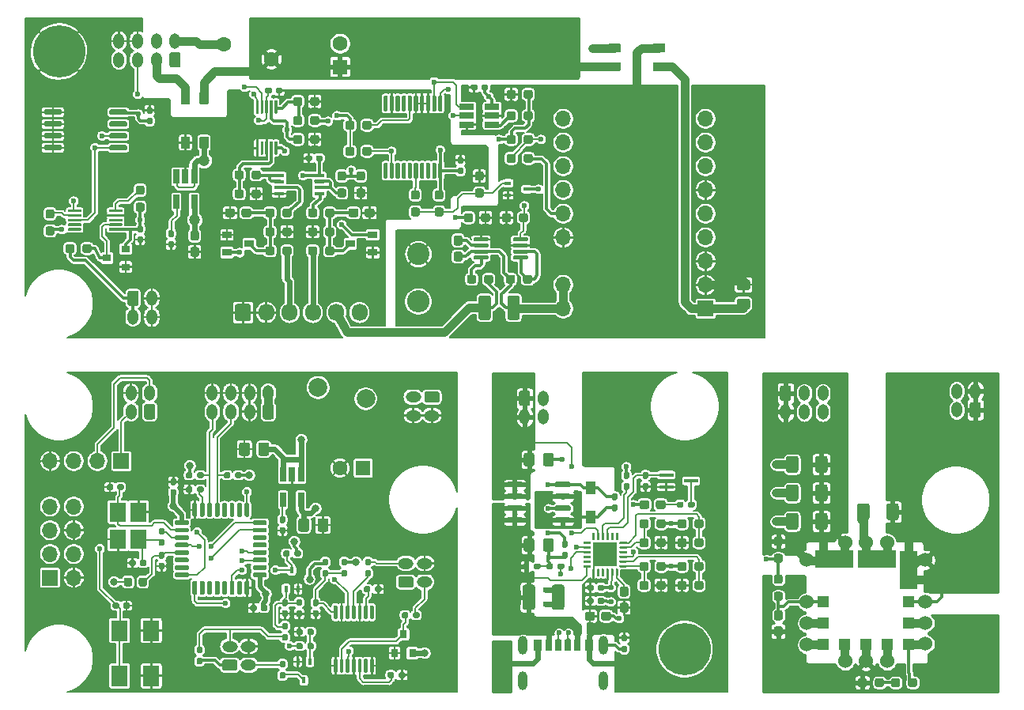
<source format=gtl>
G04 #@! TF.GenerationSoftware,KiCad,Pcbnew,(5.1.10-1-10_14)*
G04 #@! TF.CreationDate,2022-05-12T09:45:16+09:00*
G04 #@! TF.ProjectId,EH-900,45482d39-3030-42e6-9b69-6361645f7063,rev?*
G04 #@! TF.SameCoordinates,PX5f5e100PY510ff40*
G04 #@! TF.FileFunction,Copper,L1,Top*
G04 #@! TF.FilePolarity,Positive*
%FSLAX46Y46*%
G04 Gerber Fmt 4.6, Leading zero omitted, Abs format (unit mm)*
G04 Created by KiCad (PCBNEW (5.1.10-1-10_14)) date 2022-05-12 09:45:16*
%MOMM*%
%LPD*%
G01*
G04 APERTURE LIST*
G04 #@! TA.AperFunction,SMDPad,CuDef*
%ADD10R,0.700000X1.150000*%
G04 #@! TD*
G04 #@! TA.AperFunction,SMDPad,CuDef*
%ADD11R,0.800000X1.150000*%
G04 #@! TD*
G04 #@! TA.AperFunction,SMDPad,CuDef*
%ADD12R,0.900000X1.150000*%
G04 #@! TD*
G04 #@! TA.AperFunction,ComponentPad*
%ADD13O,1.000000X2.000000*%
G04 #@! TD*
G04 #@! TA.AperFunction,ComponentPad*
%ADD14C,1.524000*%
G04 #@! TD*
G04 #@! TA.AperFunction,SMDPad,CuDef*
%ADD15R,1.145000X1.145000*%
G04 #@! TD*
G04 #@! TA.AperFunction,SMDPad,CuDef*
%ADD16R,4.190000X1.905000*%
G04 #@! TD*
G04 #@! TA.AperFunction,SMDPad,CuDef*
%ADD17R,1.905000X4.190000*%
G04 #@! TD*
G04 #@! TA.AperFunction,ComponentPad*
%ADD18O,1.200000X1.650000*%
G04 #@! TD*
G04 #@! TA.AperFunction,SMDPad,CuDef*
%ADD19R,0.900000X0.800000*%
G04 #@! TD*
G04 #@! TA.AperFunction,SMDPad,CuDef*
%ADD20R,2.600000X2.600000*%
G04 #@! TD*
G04 #@! TA.AperFunction,SMDPad,CuDef*
%ADD21R,1.500000X0.450000*%
G04 #@! TD*
G04 #@! TA.AperFunction,SMDPad,CuDef*
%ADD22R,1.100000X1.400000*%
G04 #@! TD*
G04 #@! TA.AperFunction,SMDPad,CuDef*
%ADD23R,1.560000X0.650000*%
G04 #@! TD*
G04 #@! TA.AperFunction,ComponentPad*
%ADD24O,1.700000X1.700000*%
G04 #@! TD*
G04 #@! TA.AperFunction,ComponentPad*
%ADD25R,1.700000X1.700000*%
G04 #@! TD*
G04 #@! TA.AperFunction,ComponentPad*
%ADD26C,1.600000*%
G04 #@! TD*
G04 #@! TA.AperFunction,ComponentPad*
%ADD27R,1.600000X1.600000*%
G04 #@! TD*
G04 #@! TA.AperFunction,ComponentPad*
%ADD28C,4.000000*%
G04 #@! TD*
G04 #@! TA.AperFunction,ConnectorPad*
%ADD29C,5.600000*%
G04 #@! TD*
G04 #@! TA.AperFunction,ComponentPad*
%ADD30C,3.600000*%
G04 #@! TD*
G04 #@! TA.AperFunction,ComponentPad*
%ADD31C,2.010000*%
G04 #@! TD*
G04 #@! TA.AperFunction,ComponentPad*
%ADD32O,1.650000X1.200000*%
G04 #@! TD*
G04 #@! TA.AperFunction,SMDPad,CuDef*
%ADD33R,1.800000X2.100000*%
G04 #@! TD*
G04 #@! TA.AperFunction,SMDPad,CuDef*
%ADD34R,1.800000X2.250000*%
G04 #@! TD*
G04 #@! TA.AperFunction,ComponentPad*
%ADD35O,1.700000X1.850000*%
G04 #@! TD*
G04 #@! TA.AperFunction,SMDPad,CuDef*
%ADD36R,0.700000X0.450000*%
G04 #@! TD*
G04 #@! TA.AperFunction,SMDPad,CuDef*
%ADD37R,0.450000X0.700000*%
G04 #@! TD*
G04 #@! TA.AperFunction,SMDPad,CuDef*
%ADD38R,1.100000X0.400000*%
G04 #@! TD*
G04 #@! TA.AperFunction,SMDPad,CuDef*
%ADD39R,1.000000X0.800000*%
G04 #@! TD*
G04 #@! TA.AperFunction,ComponentPad*
%ADD40O,2.400000X2.400000*%
G04 #@! TD*
G04 #@! TA.AperFunction,ComponentPad*
%ADD41C,2.400000*%
G04 #@! TD*
G04 #@! TA.AperFunction,SMDPad,CuDef*
%ADD42R,0.650000X1.560000*%
G04 #@! TD*
G04 #@! TA.AperFunction,SMDPad,CuDef*
%ADD43R,0.800000X0.900000*%
G04 #@! TD*
G04 #@! TA.AperFunction,ViaPad*
%ADD44C,1.200000*%
G04 #@! TD*
G04 #@! TA.AperFunction,ViaPad*
%ADD45C,0.600000*%
G04 #@! TD*
G04 #@! TA.AperFunction,ViaPad*
%ADD46C,0.800000*%
G04 #@! TD*
G04 #@! TA.AperFunction,Conductor*
%ADD47C,0.200000*%
G04 #@! TD*
G04 #@! TA.AperFunction,Conductor*
%ADD48C,0.600000*%
G04 #@! TD*
G04 #@! TA.AperFunction,Conductor*
%ADD49C,0.900000*%
G04 #@! TD*
G04 #@! TA.AperFunction,Conductor*
%ADD50C,0.500000*%
G04 #@! TD*
G04 #@! TA.AperFunction,Conductor*
%ADD51C,0.300000*%
G04 #@! TD*
G04 #@! TA.AperFunction,Conductor*
%ADD52C,0.100000*%
G04 #@! TD*
G04 #@! TA.AperFunction,Conductor*
%ADD53C,0.254000*%
G04 #@! TD*
G04 APERTURE END LIST*
G04 #@! TO.P,R320,2*
G04 #@! TO.N,GNDD*
G04 #@! TA.AperFunction,SMDPad,CuDef*
G36*
G01*
X90507000Y1661500D02*
X90507000Y1186500D01*
G75*
G02*
X90269500Y949000I-237500J0D01*
G01*
X89769500Y949000D01*
G75*
G02*
X89532000Y1186500I0J237500D01*
G01*
X89532000Y1661500D01*
G75*
G02*
X89769500Y1899000I237500J0D01*
G01*
X90269500Y1899000D01*
G75*
G02*
X90507000Y1661500I0J-237500D01*
G01*
G37*
G04 #@! TD.AperFunction*
G04 #@! TO.P,R320,1*
G04 #@! TO.N,Net-(R319-Pad2)*
G04 #@! TA.AperFunction,SMDPad,CuDef*
G36*
G01*
X92332000Y1661500D02*
X92332000Y1186500D01*
G75*
G02*
X92094500Y949000I-237500J0D01*
G01*
X91594500Y949000D01*
G75*
G02*
X91357000Y1186500I0J237500D01*
G01*
X91357000Y1661500D01*
G75*
G02*
X91594500Y1899000I237500J0D01*
G01*
X92094500Y1899000D01*
G75*
G02*
X92332000Y1661500I0J-237500D01*
G01*
G37*
G04 #@! TD.AperFunction*
G04 #@! TD*
G04 #@! TO.P,R319,2*
G04 #@! TO.N,Net-(R319-Pad2)*
G04 #@! TA.AperFunction,SMDPad,CuDef*
G36*
G01*
X94063000Y1661500D02*
X94063000Y1186500D01*
G75*
G02*
X93825500Y949000I-237500J0D01*
G01*
X93325500Y949000D01*
G75*
G02*
X93088000Y1186500I0J237500D01*
G01*
X93088000Y1661500D01*
G75*
G02*
X93325500Y1899000I237500J0D01*
G01*
X93825500Y1899000D01*
G75*
G02*
X94063000Y1661500I0J-237500D01*
G01*
G37*
G04 #@! TD.AperFunction*
G04 #@! TO.P,R319,1*
G04 #@! TO.N,Net-(R319-Pad1)*
G04 #@! TA.AperFunction,SMDPad,CuDef*
G36*
G01*
X95888000Y1661500D02*
X95888000Y1186500D01*
G75*
G02*
X95650500Y949000I-237500J0D01*
G01*
X95150500Y949000D01*
G75*
G02*
X94913000Y1186500I0J237500D01*
G01*
X94913000Y1661500D01*
G75*
G02*
X95150500Y1899000I237500J0D01*
G01*
X95650500Y1899000D01*
G75*
G02*
X95888000Y1661500I0J-237500D01*
G01*
G37*
G04 #@! TD.AperFunction*
G04 #@! TD*
G04 #@! TO.P,R318,2*
G04 #@! TO.N,Net-(CN302-Pad5)*
G04 #@! TA.AperFunction,SMDPad,CuDef*
G36*
G01*
X81263500Y12009000D02*
X80788500Y12009000D01*
G75*
G02*
X80551000Y12246500I0J237500D01*
G01*
X80551000Y12746500D01*
G75*
G02*
X80788500Y12984000I237500J0D01*
G01*
X81263500Y12984000D01*
G75*
G02*
X81501000Y12746500I0J-237500D01*
G01*
X81501000Y12246500D01*
G75*
G02*
X81263500Y12009000I-237500J0D01*
G01*
G37*
G04 #@! TD.AperFunction*
G04 #@! TO.P,R318,1*
G04 #@! TO.N,Net-(C311-Pad2)*
G04 #@! TA.AperFunction,SMDPad,CuDef*
G36*
G01*
X81263500Y10184000D02*
X80788500Y10184000D01*
G75*
G02*
X80551000Y10421500I0J237500D01*
G01*
X80551000Y10921500D01*
G75*
G02*
X80788500Y11159000I237500J0D01*
G01*
X81263500Y11159000D01*
G75*
G02*
X81501000Y10921500I0J-237500D01*
G01*
X81501000Y10421500D01*
G75*
G02*
X81263500Y10184000I-237500J0D01*
G01*
G37*
G04 #@! TD.AperFunction*
G04 #@! TD*
G04 #@! TO.P,R317,2*
G04 #@! TO.N,Net-(C308-Pad1)*
G04 #@! TA.AperFunction,SMDPad,CuDef*
G36*
G01*
X81263500Y16073000D02*
X80788500Y16073000D01*
G75*
G02*
X80551000Y16310500I0J237500D01*
G01*
X80551000Y16810500D01*
G75*
G02*
X80788500Y17048000I237500J0D01*
G01*
X81263500Y17048000D01*
G75*
G02*
X81501000Y16810500I0J-237500D01*
G01*
X81501000Y16310500D01*
G75*
G02*
X81263500Y16073000I-237500J0D01*
G01*
G37*
G04 #@! TD.AperFunction*
G04 #@! TO.P,R317,1*
G04 #@! TO.N,Net-(CN302-Pad5)*
G04 #@! TA.AperFunction,SMDPad,CuDef*
G36*
G01*
X81263500Y14248000D02*
X80788500Y14248000D01*
G75*
G02*
X80551000Y14485500I0J237500D01*
G01*
X80551000Y14985500D01*
G75*
G02*
X80788500Y15223000I237500J0D01*
G01*
X81263500Y15223000D01*
G75*
G02*
X81501000Y14985500I0J-237500D01*
G01*
X81501000Y14485500D01*
G75*
G02*
X81263500Y14248000I-237500J0D01*
G01*
G37*
G04 #@! TD.AperFunction*
G04 #@! TD*
D10*
G04 #@! TO.P,J301,B5*
G04 #@! TO.N,/USB PD Power Supply/CC2*
X58500000Y5405000D03*
G04 #@! TO.P,J301,A5*
G04 #@! TO.N,/USB PD Power Supply/CC1*
X57500000Y5405000D03*
D11*
G04 #@! TO.P,J301,B9*
G04 #@! TO.N,Net-(C302-Pad1)*
X56480000Y5405000D03*
G04 #@! TO.P,J301,A9*
X59520000Y5405000D03*
D12*
G04 #@! TO.P,J301,B12*
G04 #@! TO.N,GNDD*
X55250000Y5405000D03*
G04 #@! TO.P,J301,A12*
X60750000Y5405000D03*
D13*
G04 #@! TO.P,J301,S1*
G04 #@! TO.N,Net-(J301-PadS1)*
X53680000Y5400000D03*
G04 #@! TO.P,J301,S2*
X62320000Y5400000D03*
G04 #@! TO.P,J301,S3*
X53680000Y1600000D03*
G04 #@! TO.P,J301,S4*
X62320000Y1600000D03*
G04 #@! TD*
D14*
G04 #@! TO.P,U302,2*
G04 #@! TO.N,Net-(C308-Pad1)*
X84074000Y14560000D03*
G04 #@! TO.P,U302,4*
G04 #@! TO.N,Net-(C312-Pad1)*
X96774000Y14560000D03*
G04 #@! TO.P,U302,2*
G04 #@! TO.N,Net-(C308-Pad1)*
X88174000Y16410000D03*
G04 #@! TO.P,U302,3*
G04 #@! TO.N,GNDD*
X92674000Y16410000D03*
D15*
G04 #@! TO.P,U302,1*
G04 #@! TO.N,Net-(C311-Pad2)*
X85854000Y10060000D03*
D16*
G04 #@! TO.P,U302,2*
G04 #@! TO.N,Net-(C308-Pad1)*
X86994000Y14630000D03*
G04 #@! TO.P,U302,3*
G04 #@! TO.N,GNDD*
X91564000Y14630000D03*
D17*
G04 #@! TO.P,U302,4*
G04 #@! TO.N,Net-(C312-Pad1)*
X94994000Y13490000D03*
D15*
G04 #@! TO.P,U302,5*
X94994000Y10060000D03*
G04 #@! TO.P,U302,6*
G04 #@! TO.N,Net-(R319-Pad1)*
X94994000Y5490000D03*
G04 #@! TO.P,U302,7*
G04 #@! TO.N,GNDD*
X90424000Y5490000D03*
G04 #@! TO.P,U302,8*
G04 #@! TO.N,Net-(U302-Pad8)*
X88134000Y5490000D03*
G04 #@! TO.P,U302,9*
G04 #@! TO.N,Net-(U302-Pad9)*
X85854000Y5490000D03*
G04 #@! TO.P,U302,10*
G04 #@! TO.N,Net-(U302-Pad10)*
X85854000Y7770000D03*
G04 #@! TO.P,U302,11*
G04 #@! TO.N,Net-(U302-Pad11)*
X94994000Y7770000D03*
G04 #@! TO.P,U302,12*
G04 #@! TO.N,Net-(U302-Pad12)*
X92714000Y5490000D03*
D14*
G04 #@! TO.P,U302,1*
G04 #@! TO.N,Net-(C311-Pad2)*
X84074000Y10060000D03*
G04 #@! TO.P,U302,10*
G04 #@! TO.N,Net-(U302-Pad10)*
X84074000Y7770000D03*
G04 #@! TO.P,U302,9*
G04 #@! TO.N,Net-(U302-Pad9)*
X84074000Y5480000D03*
G04 #@! TO.P,U302,5*
G04 #@! TO.N,Net-(C312-Pad1)*
X96774000Y10060000D03*
G04 #@! TO.P,U302,11*
G04 #@! TO.N,Net-(U302-Pad11)*
X96774000Y7810000D03*
G04 #@! TO.P,U302,6*
G04 #@! TO.N,Net-(R319-Pad1)*
X96774000Y5560000D03*
G04 #@! TO.P,U302,8*
G04 #@! TO.N,Net-(U302-Pad8)*
X88174000Y3710000D03*
G04 #@! TO.P,U302,7*
G04 #@! TO.N,GNDD*
X90424000Y3710000D03*
G04 #@! TO.P,U302,12*
G04 #@! TO.N,Net-(U302-Pad12)*
X92674000Y3710000D03*
G04 #@! TO.P,U302,3*
G04 #@! TO.N,GNDD*
X90424000Y16410000D03*
G04 #@! TD*
G04 #@! TO.P,CN301,1*
G04 #@! TO.N,Net-(C307-Pad1)*
G04 #@! TA.AperFunction,ComponentPad*
G36*
G01*
X53248000Y31296999D02*
X53248000Y32447001D01*
G75*
G02*
X53497999Y32697000I249999J0D01*
G01*
X54198001Y32697000D01*
G75*
G02*
X54448000Y32447001I0J-249999D01*
G01*
X54448000Y31296999D01*
G75*
G02*
X54198001Y31047000I-249999J0D01*
G01*
X53497999Y31047000D01*
G75*
G02*
X53248000Y31296999I0J249999D01*
G01*
G37*
G04 #@! TD.AperFunction*
D18*
G04 #@! TO.P,CN301,3*
G04 #@! TO.N,GNDD*
X55848000Y31872000D03*
G04 #@! TO.P,CN301,2*
G04 #@! TO.N,Net-(C307-Pad1)*
X53848000Y29872000D03*
G04 #@! TO.P,CN301,4*
G04 #@! TO.N,GNDD*
X55848000Y29872000D03*
G04 #@! TD*
G04 #@! TO.P,CN304,4*
G04 #@! TO.N,GNDD*
X100108000Y32634000D03*
G04 #@! TO.P,CN304,2*
G04 #@! TO.N,Net-(C312-Pad1)*
X102108000Y32634000D03*
G04 #@! TO.P,CN304,3*
G04 #@! TO.N,GNDD*
X100108000Y30634000D03*
G04 #@! TO.P,CN304,1*
G04 #@! TO.N,Net-(C312-Pad1)*
G04 #@! TA.AperFunction,ComponentPad*
G36*
G01*
X102708000Y31209001D02*
X102708000Y30058999D01*
G75*
G02*
X102458001Y29809000I-249999J0D01*
G01*
X101757999Y29809000D01*
G75*
G02*
X101508000Y30058999I0J249999D01*
G01*
X101508000Y31209001D01*
G75*
G02*
X101757999Y31459000I249999J0D01*
G01*
X102458001Y31459000D01*
G75*
G02*
X102708000Y31209001I0J-249999D01*
G01*
G37*
G04 #@! TD.AperFunction*
G04 #@! TD*
G04 #@! TO.P,CN302,6*
G04 #@! TO.N,GNDD*
X85788000Y30412000D03*
G04 #@! TO.P,CN302,4*
X83788000Y30412000D03*
G04 #@! TO.P,CN302,2*
G04 #@! TO.N,Net-(C308-Pad1)*
X81788000Y30412000D03*
G04 #@! TO.P,CN302,5*
G04 #@! TO.N,Net-(CN302-Pad5)*
X85788000Y32412000D03*
G04 #@! TO.P,CN302,3*
G04 #@! TO.N,GNDD*
X83788000Y32412000D03*
G04 #@! TO.P,CN302,1*
G04 #@! TO.N,Net-(C308-Pad1)*
G04 #@! TA.AperFunction,ComponentPad*
G36*
G01*
X81188000Y31836999D02*
X81188000Y32987001D01*
G75*
G02*
X81437999Y33237000I249999J0D01*
G01*
X82138001Y33237000D01*
G75*
G02*
X82388000Y32987001I0J-249999D01*
G01*
X82388000Y31836999D01*
G75*
G02*
X82138001Y31587000I-249999J0D01*
G01*
X81437999Y31587000D01*
G75*
G02*
X81188000Y31836999I0J249999D01*
G01*
G37*
G04 #@! TD.AperFunction*
G04 #@! TD*
D19*
G04 #@! TO.P,D403,3*
G04 #@! TO.N,Net-(D403-Pad3)*
X9160000Y46890000D03*
G04 #@! TO.P,D403,2*
G04 #@! TO.N,+3V3A*
X11160000Y47840000D03*
G04 #@! TO.P,D403,1*
G04 #@! TO.N,GNDA*
X11160000Y45940000D03*
G04 #@! TD*
G04 #@! TO.P,C312,2*
G04 #@! TO.N,GNDD*
G04 #@! TA.AperFunction,SMDPad,CuDef*
G36*
G01*
X90794000Y20362003D02*
X90794000Y19061997D01*
G75*
G02*
X90544003Y18812000I-249997J0D01*
G01*
X89718997Y18812000D01*
G75*
G02*
X89469000Y19061997I0J249997D01*
G01*
X89469000Y20362003D01*
G75*
G02*
X89718997Y20612000I249997J0D01*
G01*
X90544003Y20612000D01*
G75*
G02*
X90794000Y20362003I0J-249997D01*
G01*
G37*
G04 #@! TD.AperFunction*
G04 #@! TO.P,C312,1*
G04 #@! TO.N,Net-(C312-Pad1)*
G04 #@! TA.AperFunction,SMDPad,CuDef*
G36*
G01*
X93919000Y20362003D02*
X93919000Y19061997D01*
G75*
G02*
X93669003Y18812000I-249997J0D01*
G01*
X92843997Y18812000D01*
G75*
G02*
X92594000Y19061997I0J249997D01*
G01*
X92594000Y20362003D01*
G75*
G02*
X92843997Y20612000I249997J0D01*
G01*
X93669003Y20612000D01*
G75*
G02*
X93919000Y20362003I0J-249997D01*
G01*
G37*
G04 #@! TD.AperFunction*
G04 #@! TD*
G04 #@! TO.P,C311,2*
G04 #@! TO.N,Net-(C311-Pad2)*
G04 #@! TA.AperFunction,SMDPad,CuDef*
G36*
G01*
X81263500Y8099000D02*
X80788500Y8099000D01*
G75*
G02*
X80551000Y8336500I0J237500D01*
G01*
X80551000Y8936500D01*
G75*
G02*
X80788500Y9174000I237500J0D01*
G01*
X81263500Y9174000D01*
G75*
G02*
X81501000Y8936500I0J-237500D01*
G01*
X81501000Y8336500D01*
G75*
G02*
X81263500Y8099000I-237500J0D01*
G01*
G37*
G04 #@! TD.AperFunction*
G04 #@! TO.P,C311,1*
G04 #@! TO.N,GNDD*
G04 #@! TA.AperFunction,SMDPad,CuDef*
G36*
G01*
X81263500Y6374000D02*
X80788500Y6374000D01*
G75*
G02*
X80551000Y6611500I0J237500D01*
G01*
X80551000Y7211500D01*
G75*
G02*
X80788500Y7449000I237500J0D01*
G01*
X81263500Y7449000D01*
G75*
G02*
X81501000Y7211500I0J-237500D01*
G01*
X81501000Y6611500D01*
G75*
G02*
X81263500Y6374000I-237500J0D01*
G01*
G37*
G04 #@! TD.AperFunction*
G04 #@! TD*
G04 #@! TO.P,C310,2*
G04 #@! TO.N,GNDD*
G04 #@! TA.AperFunction,SMDPad,CuDef*
G36*
G01*
X83174000Y25442003D02*
X83174000Y24141997D01*
G75*
G02*
X82924003Y23892000I-249997J0D01*
G01*
X82098997Y23892000D01*
G75*
G02*
X81849000Y24141997I0J249997D01*
G01*
X81849000Y25442003D01*
G75*
G02*
X82098997Y25692000I249997J0D01*
G01*
X82924003Y25692000D01*
G75*
G02*
X83174000Y25442003I0J-249997D01*
G01*
G37*
G04 #@! TD.AperFunction*
G04 #@! TO.P,C310,1*
G04 #@! TO.N,Net-(C308-Pad1)*
G04 #@! TA.AperFunction,SMDPad,CuDef*
G36*
G01*
X86299000Y25442003D02*
X86299000Y24141997D01*
G75*
G02*
X86049003Y23892000I-249997J0D01*
G01*
X85223997Y23892000D01*
G75*
G02*
X84974000Y24141997I0J249997D01*
G01*
X84974000Y25442003D01*
G75*
G02*
X85223997Y25692000I249997J0D01*
G01*
X86049003Y25692000D01*
G75*
G02*
X86299000Y25442003I0J-249997D01*
G01*
G37*
G04 #@! TD.AperFunction*
G04 #@! TD*
G04 #@! TO.P,C309,2*
G04 #@! TO.N,GNDD*
G04 #@! TA.AperFunction,SMDPad,CuDef*
G36*
G01*
X83174000Y19346003D02*
X83174000Y18045997D01*
G75*
G02*
X82924003Y17796000I-249997J0D01*
G01*
X82098997Y17796000D01*
G75*
G02*
X81849000Y18045997I0J249997D01*
G01*
X81849000Y19346003D01*
G75*
G02*
X82098997Y19596000I249997J0D01*
G01*
X82924003Y19596000D01*
G75*
G02*
X83174000Y19346003I0J-249997D01*
G01*
G37*
G04 #@! TD.AperFunction*
G04 #@! TO.P,C309,1*
G04 #@! TO.N,Net-(C308-Pad1)*
G04 #@! TA.AperFunction,SMDPad,CuDef*
G36*
G01*
X86299000Y19346003D02*
X86299000Y18045997D01*
G75*
G02*
X86049003Y17796000I-249997J0D01*
G01*
X85223997Y17796000D01*
G75*
G02*
X84974000Y18045997I0J249997D01*
G01*
X84974000Y19346003D01*
G75*
G02*
X85223997Y19596000I249997J0D01*
G01*
X86049003Y19596000D01*
G75*
G02*
X86299000Y19346003I0J-249997D01*
G01*
G37*
G04 #@! TD.AperFunction*
G04 #@! TD*
G04 #@! TO.P,C308,2*
G04 #@! TO.N,GNDD*
G04 #@! TA.AperFunction,SMDPad,CuDef*
G36*
G01*
X83174000Y22394003D02*
X83174000Y21093997D01*
G75*
G02*
X82924003Y20844000I-249997J0D01*
G01*
X82098997Y20844000D01*
G75*
G02*
X81849000Y21093997I0J249997D01*
G01*
X81849000Y22394003D01*
G75*
G02*
X82098997Y22644000I249997J0D01*
G01*
X82924003Y22644000D01*
G75*
G02*
X83174000Y22394003I0J-249997D01*
G01*
G37*
G04 #@! TD.AperFunction*
G04 #@! TO.P,C308,1*
G04 #@! TO.N,Net-(C308-Pad1)*
G04 #@! TA.AperFunction,SMDPad,CuDef*
G36*
G01*
X86299000Y22394003D02*
X86299000Y21093997D01*
G75*
G02*
X86049003Y20844000I-249997J0D01*
G01*
X85223997Y20844000D01*
G75*
G02*
X84974000Y21093997I0J249997D01*
G01*
X84974000Y22394003D01*
G75*
G02*
X85223997Y22644000I249997J0D01*
G01*
X86049003Y22644000D01*
G75*
G02*
X86299000Y22394003I0J-249997D01*
G01*
G37*
G04 #@! TD.AperFunction*
G04 #@! TD*
D20*
G04 #@! TO.P,U301,25*
G04 #@! TO.N,GNDD*
X62484000Y15140000D03*
G04 #@! TO.P,U301,24*
G04 #@! TO.N,Net-(C306-Pad2)*
G04 #@! TA.AperFunction,SMDPad,CuDef*
G36*
G01*
X63859000Y13552500D02*
X63859000Y12852500D01*
G75*
G02*
X63796500Y12790000I-62500J0D01*
G01*
X63671500Y12790000D01*
G75*
G02*
X63609000Y12852500I0J62500D01*
G01*
X63609000Y13552500D01*
G75*
G02*
X63671500Y13615000I62500J0D01*
G01*
X63796500Y13615000D01*
G75*
G02*
X63859000Y13552500I0J-62500D01*
G01*
G37*
G04 #@! TD.AperFunction*
G04 #@! TO.P,U301,23*
G04 #@! TO.N,/USB PD Power Supply/PD_3V3*
G04 #@! TA.AperFunction,SMDPad,CuDef*
G36*
G01*
X63359000Y13552500D02*
X63359000Y12852500D01*
G75*
G02*
X63296500Y12790000I-62500J0D01*
G01*
X63171500Y12790000D01*
G75*
G02*
X63109000Y12852500I0J62500D01*
G01*
X63109000Y13552500D01*
G75*
G02*
X63171500Y13615000I62500J0D01*
G01*
X63296500Y13615000D01*
G75*
G02*
X63359000Y13552500I0J-62500D01*
G01*
G37*
G04 #@! TD.AperFunction*
G04 #@! TO.P,U301,22*
G04 #@! TO.N,GNDD*
G04 #@! TA.AperFunction,SMDPad,CuDef*
G36*
G01*
X62859000Y13552500D02*
X62859000Y12852500D01*
G75*
G02*
X62796500Y12790000I-62500J0D01*
G01*
X62671500Y12790000D01*
G75*
G02*
X62609000Y12852500I0J62500D01*
G01*
X62609000Y13552500D01*
G75*
G02*
X62671500Y13615000I62500J0D01*
G01*
X62796500Y13615000D01*
G75*
G02*
X62859000Y13552500I0J-62500D01*
G01*
G37*
G04 #@! TD.AperFunction*
G04 #@! TO.P,U301,21*
G04 #@! TO.N,Net-(U301-Pad21)*
G04 #@! TA.AperFunction,SMDPad,CuDef*
G36*
G01*
X62359000Y13552500D02*
X62359000Y12852500D01*
G75*
G02*
X62296500Y12790000I-62500J0D01*
G01*
X62171500Y12790000D01*
G75*
G02*
X62109000Y12852500I0J62500D01*
G01*
X62109000Y13552500D01*
G75*
G02*
X62171500Y13615000I62500J0D01*
G01*
X62296500Y13615000D01*
G75*
G02*
X62359000Y13552500I0J-62500D01*
G01*
G37*
G04 #@! TD.AperFunction*
G04 #@! TO.P,U301,20*
G04 #@! TO.N,Net-(U301-Pad20)*
G04 #@! TA.AperFunction,SMDPad,CuDef*
G36*
G01*
X61859000Y13552500D02*
X61859000Y12852500D01*
G75*
G02*
X61796500Y12790000I-62500J0D01*
G01*
X61671500Y12790000D01*
G75*
G02*
X61609000Y12852500I0J62500D01*
G01*
X61609000Y13552500D01*
G75*
G02*
X61671500Y13615000I62500J0D01*
G01*
X61796500Y13615000D01*
G75*
G02*
X61859000Y13552500I0J-62500D01*
G01*
G37*
G04 #@! TD.AperFunction*
G04 #@! TO.P,U301,19*
G04 #@! TO.N,GNDD*
G04 #@! TA.AperFunction,SMDPad,CuDef*
G36*
G01*
X61359000Y13552500D02*
X61359000Y12852500D01*
G75*
G02*
X61296500Y12790000I-62500J0D01*
G01*
X61171500Y12790000D01*
G75*
G02*
X61109000Y12852500I0J62500D01*
G01*
X61109000Y13552500D01*
G75*
G02*
X61171500Y13615000I62500J0D01*
G01*
X61296500Y13615000D01*
G75*
G02*
X61359000Y13552500I0J-62500D01*
G01*
G37*
G04 #@! TD.AperFunction*
G04 #@! TO.P,U301,18*
G04 #@! TO.N,Net-(C302-Pad1)*
G04 #@! TA.AperFunction,SMDPad,CuDef*
G36*
G01*
X60959000Y13952500D02*
X60959000Y13827500D01*
G75*
G02*
X60896500Y13765000I-62500J0D01*
G01*
X60196500Y13765000D01*
G75*
G02*
X60134000Y13827500I0J62500D01*
G01*
X60134000Y13952500D01*
G75*
G02*
X60196500Y14015000I62500J0D01*
G01*
X60896500Y14015000D01*
G75*
G02*
X60959000Y13952500I0J-62500D01*
G01*
G37*
G04 #@! TD.AperFunction*
G04 #@! TO.P,U301,17*
G04 #@! TO.N,Net-(U301-Pad17)*
G04 #@! TA.AperFunction,SMDPad,CuDef*
G36*
G01*
X60959000Y14452500D02*
X60959000Y14327500D01*
G75*
G02*
X60896500Y14265000I-62500J0D01*
G01*
X60196500Y14265000D01*
G75*
G02*
X60134000Y14327500I0J62500D01*
G01*
X60134000Y14452500D01*
G75*
G02*
X60196500Y14515000I62500J0D01*
G01*
X60896500Y14515000D01*
G75*
G02*
X60959000Y14452500I0J-62500D01*
G01*
G37*
G04 #@! TD.AperFunction*
G04 #@! TO.P,U301,16*
G04 #@! TO.N,Net-(U301-Pad16)*
G04 #@! TA.AperFunction,SMDPad,CuDef*
G36*
G01*
X60959000Y14952500D02*
X60959000Y14827500D01*
G75*
G02*
X60896500Y14765000I-62500J0D01*
G01*
X60196500Y14765000D01*
G75*
G02*
X60134000Y14827500I0J62500D01*
G01*
X60134000Y14952500D01*
G75*
G02*
X60196500Y15015000I62500J0D01*
G01*
X60896500Y15015000D01*
G75*
G02*
X60959000Y14952500I0J-62500D01*
G01*
G37*
G04 #@! TD.AperFunction*
G04 #@! TO.P,U301,15*
G04 #@! TO.N,/USB PD Power Supply/CC1*
G04 #@! TA.AperFunction,SMDPad,CuDef*
G36*
G01*
X60959000Y15452500D02*
X60959000Y15327500D01*
G75*
G02*
X60896500Y15265000I-62500J0D01*
G01*
X60196500Y15265000D01*
G75*
G02*
X60134000Y15327500I0J62500D01*
G01*
X60134000Y15452500D01*
G75*
G02*
X60196500Y15515000I62500J0D01*
G01*
X60896500Y15515000D01*
G75*
G02*
X60959000Y15452500I0J-62500D01*
G01*
G37*
G04 #@! TD.AperFunction*
G04 #@! TO.P,U301,14*
G04 #@! TO.N,/USB PD Power Supply/CC2*
G04 #@! TA.AperFunction,SMDPad,CuDef*
G36*
G01*
X60959000Y15952500D02*
X60959000Y15827500D01*
G75*
G02*
X60896500Y15765000I-62500J0D01*
G01*
X60196500Y15765000D01*
G75*
G02*
X60134000Y15827500I0J62500D01*
G01*
X60134000Y15952500D01*
G75*
G02*
X60196500Y16015000I62500J0D01*
G01*
X60896500Y16015000D01*
G75*
G02*
X60959000Y15952500I0J-62500D01*
G01*
G37*
G04 #@! TD.AperFunction*
G04 #@! TO.P,U301,13*
G04 #@! TO.N,Net-(U301-Pad13)*
G04 #@! TA.AperFunction,SMDPad,CuDef*
G36*
G01*
X60959000Y16452500D02*
X60959000Y16327500D01*
G75*
G02*
X60896500Y16265000I-62500J0D01*
G01*
X60196500Y16265000D01*
G75*
G02*
X60134000Y16327500I0J62500D01*
G01*
X60134000Y16452500D01*
G75*
G02*
X60196500Y16515000I62500J0D01*
G01*
X60896500Y16515000D01*
G75*
G02*
X60959000Y16452500I0J-62500D01*
G01*
G37*
G04 #@! TD.AperFunction*
G04 #@! TO.P,U301,12*
G04 #@! TO.N,Net-(U301-Pad12)*
G04 #@! TA.AperFunction,SMDPad,CuDef*
G36*
G01*
X61359000Y17427500D02*
X61359000Y16727500D01*
G75*
G02*
X61296500Y16665000I-62500J0D01*
G01*
X61171500Y16665000D01*
G75*
G02*
X61109000Y16727500I0J62500D01*
G01*
X61109000Y17427500D01*
G75*
G02*
X61171500Y17490000I62500J0D01*
G01*
X61296500Y17490000D01*
G75*
G02*
X61359000Y17427500I0J-62500D01*
G01*
G37*
G04 #@! TD.AperFunction*
G04 #@! TO.P,U301,11*
G04 #@! TO.N,Net-(C307-Pad1)*
G04 #@! TA.AperFunction,SMDPad,CuDef*
G36*
G01*
X61859000Y17427500D02*
X61859000Y16727500D01*
G75*
G02*
X61796500Y16665000I-62500J0D01*
G01*
X61671500Y16665000D01*
G75*
G02*
X61609000Y16727500I0J62500D01*
G01*
X61609000Y17427500D01*
G75*
G02*
X61671500Y17490000I62500J0D01*
G01*
X61796500Y17490000D01*
G75*
G02*
X61859000Y17427500I0J-62500D01*
G01*
G37*
G04 #@! TD.AperFunction*
G04 #@! TO.P,U301,10*
G04 #@! TO.N,Net-(R312-Pad1)*
G04 #@! TA.AperFunction,SMDPad,CuDef*
G36*
G01*
X62359000Y17427500D02*
X62359000Y16727500D01*
G75*
G02*
X62296500Y16665000I-62500J0D01*
G01*
X62171500Y16665000D01*
G75*
G02*
X62109000Y16727500I0J62500D01*
G01*
X62109000Y17427500D01*
G75*
G02*
X62171500Y17490000I62500J0D01*
G01*
X62296500Y17490000D01*
G75*
G02*
X62359000Y17427500I0J-62500D01*
G01*
G37*
G04 #@! TD.AperFunction*
G04 #@! TO.P,U301,9*
G04 #@! TO.N,Net-(Q302-Pad1)*
G04 #@! TA.AperFunction,SMDPad,CuDef*
G36*
G01*
X62859000Y17427500D02*
X62859000Y16727500D01*
G75*
G02*
X62796500Y16665000I-62500J0D01*
G01*
X62671500Y16665000D01*
G75*
G02*
X62609000Y16727500I0J62500D01*
G01*
X62609000Y17427500D01*
G75*
G02*
X62671500Y17490000I62500J0D01*
G01*
X62796500Y17490000D01*
G75*
G02*
X62859000Y17427500I0J-62500D01*
G01*
G37*
G04 #@! TD.AperFunction*
G04 #@! TO.P,U301,8*
G04 #@! TO.N,Net-(U301-Pad8)*
G04 #@! TA.AperFunction,SMDPad,CuDef*
G36*
G01*
X63359000Y17427500D02*
X63359000Y16727500D01*
G75*
G02*
X63296500Y16665000I-62500J0D01*
G01*
X63171500Y16665000D01*
G75*
G02*
X63109000Y16727500I0J62500D01*
G01*
X63109000Y17427500D01*
G75*
G02*
X63171500Y17490000I62500J0D01*
G01*
X63296500Y17490000D01*
G75*
G02*
X63359000Y17427500I0J-62500D01*
G01*
G37*
G04 #@! TD.AperFunction*
G04 #@! TO.P,U301,7*
G04 #@! TO.N,Net-(U301-Pad7)*
G04 #@! TA.AperFunction,SMDPad,CuDef*
G36*
G01*
X63859000Y17427500D02*
X63859000Y16727500D01*
G75*
G02*
X63796500Y16665000I-62500J0D01*
G01*
X63671500Y16665000D01*
G75*
G02*
X63609000Y16727500I0J62500D01*
G01*
X63609000Y17427500D01*
G75*
G02*
X63671500Y17490000I62500J0D01*
G01*
X63796500Y17490000D01*
G75*
G02*
X63859000Y17427500I0J-62500D01*
G01*
G37*
G04 #@! TD.AperFunction*
G04 #@! TO.P,U301,6*
G04 #@! TO.N,Net-(R301-Pad2)*
G04 #@! TA.AperFunction,SMDPad,CuDef*
G36*
G01*
X64834000Y16452500D02*
X64834000Y16327500D01*
G75*
G02*
X64771500Y16265000I-62500J0D01*
G01*
X64071500Y16265000D01*
G75*
G02*
X64009000Y16327500I0J62500D01*
G01*
X64009000Y16452500D01*
G75*
G02*
X64071500Y16515000I62500J0D01*
G01*
X64771500Y16515000D01*
G75*
G02*
X64834000Y16452500I0J-62500D01*
G01*
G37*
G04 #@! TD.AperFunction*
G04 #@! TO.P,U301,5*
G04 #@! TO.N,Net-(R303-Pad2)*
G04 #@! TA.AperFunction,SMDPad,CuDef*
G36*
G01*
X64834000Y15952500D02*
X64834000Y15827500D01*
G75*
G02*
X64771500Y15765000I-62500J0D01*
G01*
X64071500Y15765000D01*
G75*
G02*
X64009000Y15827500I0J62500D01*
G01*
X64009000Y15952500D01*
G75*
G02*
X64071500Y16015000I62500J0D01*
G01*
X64771500Y16015000D01*
G75*
G02*
X64834000Y15952500I0J-62500D01*
G01*
G37*
G04 #@! TD.AperFunction*
G04 #@! TO.P,U301,4*
G04 #@! TO.N,Net-(U301-Pad4)*
G04 #@! TA.AperFunction,SMDPad,CuDef*
G36*
G01*
X64834000Y15452500D02*
X64834000Y15327500D01*
G75*
G02*
X64771500Y15265000I-62500J0D01*
G01*
X64071500Y15265000D01*
G75*
G02*
X64009000Y15327500I0J62500D01*
G01*
X64009000Y15452500D01*
G75*
G02*
X64071500Y15515000I62500J0D01*
G01*
X64771500Y15515000D01*
G75*
G02*
X64834000Y15452500I0J-62500D01*
G01*
G37*
G04 #@! TD.AperFunction*
G04 #@! TO.P,U301,3*
G04 #@! TO.N,Net-(R310-Pad2)*
G04 #@! TA.AperFunction,SMDPad,CuDef*
G36*
G01*
X64834000Y14952500D02*
X64834000Y14827500D01*
G75*
G02*
X64771500Y14765000I-62500J0D01*
G01*
X64071500Y14765000D01*
G75*
G02*
X64009000Y14827500I0J62500D01*
G01*
X64009000Y14952500D01*
G75*
G02*
X64071500Y15015000I62500J0D01*
G01*
X64771500Y15015000D01*
G75*
G02*
X64834000Y14952500I0J-62500D01*
G01*
G37*
G04 #@! TD.AperFunction*
G04 #@! TO.P,U301,2*
G04 #@! TO.N,Net-(R306-Pad2)*
G04 #@! TA.AperFunction,SMDPad,CuDef*
G36*
G01*
X64834000Y14452500D02*
X64834000Y14327500D01*
G75*
G02*
X64771500Y14265000I-62500J0D01*
G01*
X64071500Y14265000D01*
G75*
G02*
X64009000Y14327500I0J62500D01*
G01*
X64009000Y14452500D01*
G75*
G02*
X64071500Y14515000I62500J0D01*
G01*
X64771500Y14515000D01*
G75*
G02*
X64834000Y14452500I0J-62500D01*
G01*
G37*
G04 #@! TD.AperFunction*
G04 #@! TO.P,U301,1*
G04 #@! TO.N,Net-(R308-Pad2)*
G04 #@! TA.AperFunction,SMDPad,CuDef*
G36*
G01*
X64834000Y13952500D02*
X64834000Y13827500D01*
G75*
G02*
X64771500Y13765000I-62500J0D01*
G01*
X64071500Y13765000D01*
G75*
G02*
X64009000Y13827500I0J62500D01*
G01*
X64009000Y13952500D01*
G75*
G02*
X64071500Y14015000I62500J0D01*
G01*
X64771500Y14015000D01*
G75*
G02*
X64834000Y13952500I0J-62500D01*
G01*
G37*
G04 #@! TD.AperFunction*
G04 #@! TD*
G04 #@! TO.P,R305,2*
G04 #@! TO.N,GNDD*
G04 #@! TA.AperFunction,SMDPad,CuDef*
G36*
G01*
X64676000Y5855000D02*
X64356000Y5855000D01*
G75*
G02*
X64196000Y6015000I0J160000D01*
G01*
X64196000Y6410000D01*
G75*
G02*
X64356000Y6570000I160000J0D01*
G01*
X64676000Y6570000D01*
G75*
G02*
X64836000Y6410000I0J-160000D01*
G01*
X64836000Y6015000D01*
G75*
G02*
X64676000Y5855000I-160000J0D01*
G01*
G37*
G04 #@! TD.AperFunction*
G04 #@! TO.P,R305,1*
G04 #@! TO.N,Net-(J301-PadS1)*
G04 #@! TA.AperFunction,SMDPad,CuDef*
G36*
G01*
X64676000Y4660000D02*
X64356000Y4660000D01*
G75*
G02*
X64196000Y4820000I0J160000D01*
G01*
X64196000Y5215000D01*
G75*
G02*
X64356000Y5375000I160000J0D01*
G01*
X64676000Y5375000D01*
G75*
G02*
X64836000Y5215000I0J-160000D01*
G01*
X64836000Y4820000D01*
G75*
G02*
X64676000Y4660000I-160000J0D01*
G01*
G37*
G04 #@! TD.AperFunction*
G04 #@! TD*
G04 #@! TO.P,D302,2*
G04 #@! TO.N,/USB PD Power Supply/PD_3V3*
G04 #@! TA.AperFunction,SMDPad,CuDef*
G36*
G01*
X67214000Y20711500D02*
X67214000Y20236500D01*
G75*
G02*
X66976500Y19999000I-237500J0D01*
G01*
X66401500Y19999000D01*
G75*
G02*
X66164000Y20236500I0J237500D01*
G01*
X66164000Y20711500D01*
G75*
G02*
X66401500Y20949000I237500J0D01*
G01*
X66976500Y20949000D01*
G75*
G02*
X67214000Y20711500I0J-237500D01*
G01*
G37*
G04 #@! TD.AperFunction*
G04 #@! TO.P,D302,1*
G04 #@! TO.N,Net-(D302-Pad1)*
G04 #@! TA.AperFunction,SMDPad,CuDef*
G36*
G01*
X68964000Y20711500D02*
X68964000Y20236500D01*
G75*
G02*
X68726500Y19999000I-237500J0D01*
G01*
X68151500Y19999000D01*
G75*
G02*
X67914000Y20236500I0J237500D01*
G01*
X67914000Y20711500D01*
G75*
G02*
X68151500Y20949000I237500J0D01*
G01*
X68726500Y20949000D01*
G75*
G02*
X68964000Y20711500I0J-237500D01*
G01*
G37*
G04 #@! TD.AperFunction*
G04 #@! TD*
G04 #@! TO.P,R316,2*
G04 #@! TO.N,Net-(Q302-Pad3)*
G04 #@! TA.AperFunction,SMDPad,CuDef*
G36*
G01*
X71360000Y20314000D02*
X71360000Y20634000D01*
G75*
G02*
X71520000Y20794000I160000J0D01*
G01*
X71915000Y20794000D01*
G75*
G02*
X72075000Y20634000I0J-160000D01*
G01*
X72075000Y20314000D01*
G75*
G02*
X71915000Y20154000I-160000J0D01*
G01*
X71520000Y20154000D01*
G75*
G02*
X71360000Y20314000I0J160000D01*
G01*
G37*
G04 #@! TD.AperFunction*
G04 #@! TO.P,R316,1*
G04 #@! TO.N,Net-(D302-Pad1)*
G04 #@! TA.AperFunction,SMDPad,CuDef*
G36*
G01*
X70165000Y20314000D02*
X70165000Y20634000D01*
G75*
G02*
X70325000Y20794000I160000J0D01*
G01*
X70720000Y20794000D01*
G75*
G02*
X70880000Y20634000I0J-160000D01*
G01*
X70880000Y20314000D01*
G75*
G02*
X70720000Y20154000I-160000J0D01*
G01*
X70325000Y20154000D01*
G75*
G02*
X70165000Y20314000I0J160000D01*
G01*
G37*
G04 #@! TD.AperFunction*
G04 #@! TD*
G04 #@! TO.P,R315,2*
G04 #@! TO.N,GNDD*
G04 #@! TA.AperFunction,SMDPad,CuDef*
G36*
G01*
X66642000Y22774000D02*
X66962000Y22774000D01*
G75*
G02*
X67122000Y22614000I0J-160000D01*
G01*
X67122000Y22219000D01*
G75*
G02*
X66962000Y22059000I-160000J0D01*
G01*
X66642000Y22059000D01*
G75*
G02*
X66482000Y22219000I0J160000D01*
G01*
X66482000Y22614000D01*
G75*
G02*
X66642000Y22774000I160000J0D01*
G01*
G37*
G04 #@! TD.AperFunction*
G04 #@! TO.P,R315,1*
G04 #@! TO.N,Net-(Q302-Pad1)*
G04 #@! TA.AperFunction,SMDPad,CuDef*
G36*
G01*
X66642000Y23969000D02*
X66962000Y23969000D01*
G75*
G02*
X67122000Y23809000I0J-160000D01*
G01*
X67122000Y23414000D01*
G75*
G02*
X66962000Y23254000I-160000J0D01*
G01*
X66642000Y23254000D01*
G75*
G02*
X66482000Y23414000I0J160000D01*
G01*
X66482000Y23809000D01*
G75*
G02*
X66642000Y23969000I160000J0D01*
G01*
G37*
G04 #@! TD.AperFunction*
G04 #@! TD*
G04 #@! TO.P,R314,2*
G04 #@! TO.N,Net-(C305-Pad2)*
G04 #@! TA.AperFunction,SMDPad,CuDef*
G36*
G01*
X58006000Y15408000D02*
X58326000Y15408000D01*
G75*
G02*
X58486000Y15248000I0J-160000D01*
G01*
X58486000Y14853000D01*
G75*
G02*
X58326000Y14693000I-160000J0D01*
G01*
X58006000Y14693000D01*
G75*
G02*
X57846000Y14853000I0J160000D01*
G01*
X57846000Y15248000D01*
G75*
G02*
X58006000Y15408000I160000J0D01*
G01*
G37*
G04 #@! TD.AperFunction*
G04 #@! TO.P,R314,1*
G04 #@! TO.N,Net-(D301-Pad2)*
G04 #@! TA.AperFunction,SMDPad,CuDef*
G36*
G01*
X58006000Y16603000D02*
X58326000Y16603000D01*
G75*
G02*
X58486000Y16443000I0J-160000D01*
G01*
X58486000Y16048000D01*
G75*
G02*
X58326000Y15888000I-160000J0D01*
G01*
X58006000Y15888000D01*
G75*
G02*
X57846000Y16048000I0J160000D01*
G01*
X57846000Y16443000D01*
G75*
G02*
X58006000Y16603000I160000J0D01*
G01*
G37*
G04 #@! TD.AperFunction*
G04 #@! TD*
G04 #@! TO.P,R313,2*
G04 #@! TO.N,Net-(D301-Pad2)*
G04 #@! TA.AperFunction,SMDPad,CuDef*
G36*
G01*
X63660000Y20968000D02*
X63340000Y20968000D01*
G75*
G02*
X63180000Y21128000I0J160000D01*
G01*
X63180000Y21523000D01*
G75*
G02*
X63340000Y21683000I160000J0D01*
G01*
X63660000Y21683000D01*
G75*
G02*
X63820000Y21523000I0J-160000D01*
G01*
X63820000Y21128000D01*
G75*
G02*
X63660000Y20968000I-160000J0D01*
G01*
G37*
G04 #@! TD.AperFunction*
G04 #@! TO.P,R313,1*
G04 #@! TO.N,Net-(D301-Pad1)*
G04 #@! TA.AperFunction,SMDPad,CuDef*
G36*
G01*
X63660000Y19773000D02*
X63340000Y19773000D01*
G75*
G02*
X63180000Y19933000I0J160000D01*
G01*
X63180000Y20328000D01*
G75*
G02*
X63340000Y20488000I160000J0D01*
G01*
X63660000Y20488000D01*
G75*
G02*
X63820000Y20328000I0J-160000D01*
G01*
X63820000Y19933000D01*
G75*
G02*
X63660000Y19773000I-160000J0D01*
G01*
G37*
G04 #@! TD.AperFunction*
G04 #@! TD*
G04 #@! TO.P,R312,2*
G04 #@! TO.N,/USB PD Power Supply/PD_3V3*
G04 #@! TA.AperFunction,SMDPad,CuDef*
G36*
G01*
X64930000Y23254000D02*
X64610000Y23254000D01*
G75*
G02*
X64450000Y23414000I0J160000D01*
G01*
X64450000Y23809000D01*
G75*
G02*
X64610000Y23969000I160000J0D01*
G01*
X64930000Y23969000D01*
G75*
G02*
X65090000Y23809000I0J-160000D01*
G01*
X65090000Y23414000D01*
G75*
G02*
X64930000Y23254000I-160000J0D01*
G01*
G37*
G04 #@! TD.AperFunction*
G04 #@! TO.P,R312,1*
G04 #@! TO.N,Net-(R312-Pad1)*
G04 #@! TA.AperFunction,SMDPad,CuDef*
G36*
G01*
X64930000Y22059000D02*
X64610000Y22059000D01*
G75*
G02*
X64450000Y22219000I0J160000D01*
G01*
X64450000Y22614000D01*
G75*
G02*
X64610000Y22774000I160000J0D01*
G01*
X64930000Y22774000D01*
G75*
G02*
X65090000Y22614000I0J-160000D01*
G01*
X65090000Y22219000D01*
G75*
G02*
X64930000Y22059000I-160000J0D01*
G01*
G37*
G04 #@! TD.AperFunction*
G04 #@! TD*
G04 #@! TO.P,R311,2*
G04 #@! TO.N,Net-(C305-Pad2)*
G04 #@! TA.AperFunction,SMDPad,CuDef*
G36*
G01*
X54850000Y13710000D02*
X54850000Y14030000D01*
G75*
G02*
X55010000Y14190000I160000J0D01*
G01*
X55405000Y14190000D01*
G75*
G02*
X55565000Y14030000I0J-160000D01*
G01*
X55565000Y13710000D01*
G75*
G02*
X55405000Y13550000I-160000J0D01*
G01*
X55010000Y13550000D01*
G75*
G02*
X54850000Y13710000I0J160000D01*
G01*
G37*
G04 #@! TD.AperFunction*
G04 #@! TO.P,R311,1*
G04 #@! TO.N,Net-(C302-Pad1)*
G04 #@! TA.AperFunction,SMDPad,CuDef*
G36*
G01*
X53655000Y13710000D02*
X53655000Y14030000D01*
G75*
G02*
X53815000Y14190000I160000J0D01*
G01*
X54210000Y14190000D01*
G75*
G02*
X54370000Y14030000I0J-160000D01*
G01*
X54370000Y13710000D01*
G75*
G02*
X54210000Y13550000I-160000J0D01*
G01*
X53815000Y13550000D01*
G75*
G02*
X53655000Y13710000I0J160000D01*
G01*
G37*
G04 #@! TD.AperFunction*
G04 #@! TD*
G04 #@! TO.P,R310,2*
G04 #@! TO.N,Net-(R310-Pad2)*
G04 #@! TA.AperFunction,SMDPad,CuDef*
G36*
G01*
X57390000Y13710000D02*
X57390000Y14030000D01*
G75*
G02*
X57550000Y14190000I160000J0D01*
G01*
X57945000Y14190000D01*
G75*
G02*
X58105000Y14030000I0J-160000D01*
G01*
X58105000Y13710000D01*
G75*
G02*
X57945000Y13550000I-160000J0D01*
G01*
X57550000Y13550000D01*
G75*
G02*
X57390000Y13710000I0J160000D01*
G01*
G37*
G04 #@! TD.AperFunction*
G04 #@! TO.P,R310,1*
G04 #@! TO.N,Net-(C305-Pad2)*
G04 #@! TA.AperFunction,SMDPad,CuDef*
G36*
G01*
X56195000Y13710000D02*
X56195000Y14030000D01*
G75*
G02*
X56355000Y14190000I160000J0D01*
G01*
X56750000Y14190000D01*
G75*
G02*
X56910000Y14030000I0J-160000D01*
G01*
X56910000Y13710000D01*
G75*
G02*
X56750000Y13550000I-160000J0D01*
G01*
X56355000Y13550000D01*
G75*
G02*
X56195000Y13710000I0J160000D01*
G01*
G37*
G04 #@! TD.AperFunction*
G04 #@! TD*
G04 #@! TO.P,R309,2*
G04 #@! TO.N,GNDD*
G04 #@! TA.AperFunction,SMDPad,CuDef*
G36*
G01*
X67989000Y11600500D02*
X67989000Y12075500D01*
G75*
G02*
X68226500Y12313000I237500J0D01*
G01*
X68726500Y12313000D01*
G75*
G02*
X68964000Y12075500I0J-237500D01*
G01*
X68964000Y11600500D01*
G75*
G02*
X68726500Y11363000I-237500J0D01*
G01*
X68226500Y11363000D01*
G75*
G02*
X67989000Y11600500I0J237500D01*
G01*
G37*
G04 #@! TD.AperFunction*
G04 #@! TO.P,R309,1*
G04 #@! TO.N,Net-(R308-Pad2)*
G04 #@! TA.AperFunction,SMDPad,CuDef*
G36*
G01*
X66164000Y11600500D02*
X66164000Y12075500D01*
G75*
G02*
X66401500Y12313000I237500J0D01*
G01*
X66901500Y12313000D01*
G75*
G02*
X67139000Y12075500I0J-237500D01*
G01*
X67139000Y11600500D01*
G75*
G02*
X66901500Y11363000I-237500J0D01*
G01*
X66401500Y11363000D01*
G75*
G02*
X66164000Y11600500I0J237500D01*
G01*
G37*
G04 #@! TD.AperFunction*
G04 #@! TD*
G04 #@! TO.P,R308,2*
G04 #@! TO.N,Net-(R308-Pad2)*
G04 #@! TA.AperFunction,SMDPad,CuDef*
G36*
G01*
X67139000Y14107500D02*
X67139000Y13632500D01*
G75*
G02*
X66901500Y13395000I-237500J0D01*
G01*
X66401500Y13395000D01*
G75*
G02*
X66164000Y13632500I0J237500D01*
G01*
X66164000Y14107500D01*
G75*
G02*
X66401500Y14345000I237500J0D01*
G01*
X66901500Y14345000D01*
G75*
G02*
X67139000Y14107500I0J-237500D01*
G01*
G37*
G04 #@! TD.AperFunction*
G04 #@! TO.P,R308,1*
G04 #@! TO.N,/USB PD Power Supply/PD_3V3*
G04 #@! TA.AperFunction,SMDPad,CuDef*
G36*
G01*
X68964000Y14107500D02*
X68964000Y13632500D01*
G75*
G02*
X68726500Y13395000I-237500J0D01*
G01*
X68226500Y13395000D01*
G75*
G02*
X67989000Y13632500I0J237500D01*
G01*
X67989000Y14107500D01*
G75*
G02*
X68226500Y14345000I237500J0D01*
G01*
X68726500Y14345000D01*
G75*
G02*
X68964000Y14107500I0J-237500D01*
G01*
G37*
G04 #@! TD.AperFunction*
G04 #@! TD*
G04 #@! TO.P,R307,2*
G04 #@! TO.N,GNDD*
G04 #@! TA.AperFunction,SMDPad,CuDef*
G36*
G01*
X71203000Y12075500D02*
X71203000Y11600500D01*
G75*
G02*
X70965500Y11363000I-237500J0D01*
G01*
X70465500Y11363000D01*
G75*
G02*
X70228000Y11600500I0J237500D01*
G01*
X70228000Y12075500D01*
G75*
G02*
X70465500Y12313000I237500J0D01*
G01*
X70965500Y12313000D01*
G75*
G02*
X71203000Y12075500I0J-237500D01*
G01*
G37*
G04 #@! TD.AperFunction*
G04 #@! TO.P,R307,1*
G04 #@! TO.N,Net-(R306-Pad2)*
G04 #@! TA.AperFunction,SMDPad,CuDef*
G36*
G01*
X73028000Y12075500D02*
X73028000Y11600500D01*
G75*
G02*
X72790500Y11363000I-237500J0D01*
G01*
X72290500Y11363000D01*
G75*
G02*
X72053000Y11600500I0J237500D01*
G01*
X72053000Y12075500D01*
G75*
G02*
X72290500Y12313000I237500J0D01*
G01*
X72790500Y12313000D01*
G75*
G02*
X73028000Y12075500I0J-237500D01*
G01*
G37*
G04 #@! TD.AperFunction*
G04 #@! TD*
G04 #@! TO.P,R306,2*
G04 #@! TO.N,Net-(R306-Pad2)*
G04 #@! TA.AperFunction,SMDPad,CuDef*
G36*
G01*
X72053000Y13632500D02*
X72053000Y14107500D01*
G75*
G02*
X72290500Y14345000I237500J0D01*
G01*
X72790500Y14345000D01*
G75*
G02*
X73028000Y14107500I0J-237500D01*
G01*
X73028000Y13632500D01*
G75*
G02*
X72790500Y13395000I-237500J0D01*
G01*
X72290500Y13395000D01*
G75*
G02*
X72053000Y13632500I0J237500D01*
G01*
G37*
G04 #@! TD.AperFunction*
G04 #@! TO.P,R306,1*
G04 #@! TO.N,/USB PD Power Supply/PD_3V3*
G04 #@! TA.AperFunction,SMDPad,CuDef*
G36*
G01*
X70228000Y13632500D02*
X70228000Y14107500D01*
G75*
G02*
X70465500Y14345000I237500J0D01*
G01*
X70965500Y14345000D01*
G75*
G02*
X71203000Y14107500I0J-237500D01*
G01*
X71203000Y13632500D01*
G75*
G02*
X70965500Y13395000I-237500J0D01*
G01*
X70465500Y13395000D01*
G75*
G02*
X70228000Y13632500I0J237500D01*
G01*
G37*
G04 #@! TD.AperFunction*
G04 #@! TD*
G04 #@! TO.P,R304,2*
G04 #@! TO.N,GNDD*
G04 #@! TA.AperFunction,SMDPad,CuDef*
G36*
G01*
X67989000Y16172500D02*
X67989000Y16647500D01*
G75*
G02*
X68226500Y16885000I237500J0D01*
G01*
X68726500Y16885000D01*
G75*
G02*
X68964000Y16647500I0J-237500D01*
G01*
X68964000Y16172500D01*
G75*
G02*
X68726500Y15935000I-237500J0D01*
G01*
X68226500Y15935000D01*
G75*
G02*
X67989000Y16172500I0J237500D01*
G01*
G37*
G04 #@! TD.AperFunction*
G04 #@! TO.P,R304,1*
G04 #@! TO.N,Net-(R303-Pad2)*
G04 #@! TA.AperFunction,SMDPad,CuDef*
G36*
G01*
X66164000Y16172500D02*
X66164000Y16647500D01*
G75*
G02*
X66401500Y16885000I237500J0D01*
G01*
X66901500Y16885000D01*
G75*
G02*
X67139000Y16647500I0J-237500D01*
G01*
X67139000Y16172500D01*
G75*
G02*
X66901500Y15935000I-237500J0D01*
G01*
X66401500Y15935000D01*
G75*
G02*
X66164000Y16172500I0J237500D01*
G01*
G37*
G04 #@! TD.AperFunction*
G04 #@! TD*
G04 #@! TO.P,R303,2*
G04 #@! TO.N,Net-(R303-Pad2)*
G04 #@! TA.AperFunction,SMDPad,CuDef*
G36*
G01*
X67139000Y18679500D02*
X67139000Y18204500D01*
G75*
G02*
X66901500Y17967000I-237500J0D01*
G01*
X66401500Y17967000D01*
G75*
G02*
X66164000Y18204500I0J237500D01*
G01*
X66164000Y18679500D01*
G75*
G02*
X66401500Y18917000I237500J0D01*
G01*
X66901500Y18917000D01*
G75*
G02*
X67139000Y18679500I0J-237500D01*
G01*
G37*
G04 #@! TD.AperFunction*
G04 #@! TO.P,R303,1*
G04 #@! TO.N,/USB PD Power Supply/PD_3V3*
G04 #@! TA.AperFunction,SMDPad,CuDef*
G36*
G01*
X68964000Y18679500D02*
X68964000Y18204500D01*
G75*
G02*
X68726500Y17967000I-237500J0D01*
G01*
X68226500Y17967000D01*
G75*
G02*
X67989000Y18204500I0J237500D01*
G01*
X67989000Y18679500D01*
G75*
G02*
X68226500Y18917000I237500J0D01*
G01*
X68726500Y18917000D01*
G75*
G02*
X68964000Y18679500I0J-237500D01*
G01*
G37*
G04 #@! TD.AperFunction*
G04 #@! TD*
G04 #@! TO.P,R302,2*
G04 #@! TO.N,GNDD*
G04 #@! TA.AperFunction,SMDPad,CuDef*
G36*
G01*
X71203000Y16647500D02*
X71203000Y16172500D01*
G75*
G02*
X70965500Y15935000I-237500J0D01*
G01*
X70465500Y15935000D01*
G75*
G02*
X70228000Y16172500I0J237500D01*
G01*
X70228000Y16647500D01*
G75*
G02*
X70465500Y16885000I237500J0D01*
G01*
X70965500Y16885000D01*
G75*
G02*
X71203000Y16647500I0J-237500D01*
G01*
G37*
G04 #@! TD.AperFunction*
G04 #@! TO.P,R302,1*
G04 #@! TO.N,Net-(R301-Pad2)*
G04 #@! TA.AperFunction,SMDPad,CuDef*
G36*
G01*
X73028000Y16647500D02*
X73028000Y16172500D01*
G75*
G02*
X72790500Y15935000I-237500J0D01*
G01*
X72290500Y15935000D01*
G75*
G02*
X72053000Y16172500I0J237500D01*
G01*
X72053000Y16647500D01*
G75*
G02*
X72290500Y16885000I237500J0D01*
G01*
X72790500Y16885000D01*
G75*
G02*
X73028000Y16647500I0J-237500D01*
G01*
G37*
G04 #@! TD.AperFunction*
G04 #@! TD*
G04 #@! TO.P,R301,2*
G04 #@! TO.N,Net-(R301-Pad2)*
G04 #@! TA.AperFunction,SMDPad,CuDef*
G36*
G01*
X72053000Y18204500D02*
X72053000Y18679500D01*
G75*
G02*
X72290500Y18917000I237500J0D01*
G01*
X72790500Y18917000D01*
G75*
G02*
X73028000Y18679500I0J-237500D01*
G01*
X73028000Y18204500D01*
G75*
G02*
X72790500Y17967000I-237500J0D01*
G01*
X72290500Y17967000D01*
G75*
G02*
X72053000Y18204500I0J237500D01*
G01*
G37*
G04 #@! TD.AperFunction*
G04 #@! TO.P,R301,1*
G04 #@! TO.N,/USB PD Power Supply/PD_3V3*
G04 #@! TA.AperFunction,SMDPad,CuDef*
G36*
G01*
X70228000Y18204500D02*
X70228000Y18679500D01*
G75*
G02*
X70465500Y18917000I237500J0D01*
G01*
X70965500Y18917000D01*
G75*
G02*
X71203000Y18679500I0J-237500D01*
G01*
X71203000Y18204500D01*
G75*
G02*
X70965500Y17967000I-237500J0D01*
G01*
X70465500Y17967000D01*
G75*
G02*
X70228000Y18204500I0J237500D01*
G01*
G37*
G04 #@! TD.AperFunction*
G04 #@! TD*
D21*
G04 #@! TO.P,Q302,3*
G04 #@! TO.N,Net-(Q302-Pad3)*
X71688000Y23014000D03*
G04 #@! TO.P,Q302,2*
G04 #@! TO.N,GNDD*
X69028000Y22364000D03*
G04 #@! TO.P,Q302,1*
G04 #@! TO.N,Net-(Q302-Pad1)*
X69028000Y23664000D03*
G04 #@! TD*
G04 #@! TO.P,Q301,8*
G04 #@! TO.N,Net-(C302-Pad1)*
G04 #@! TA.AperFunction,SMDPad,CuDef*
G36*
G01*
X53672000Y18973000D02*
X53672000Y18673000D01*
G75*
G02*
X53522000Y18523000I-150000J0D01*
G01*
X52072000Y18523000D01*
G75*
G02*
X51922000Y18673000I0J150000D01*
G01*
X51922000Y18973000D01*
G75*
G02*
X52072000Y19123000I150000J0D01*
G01*
X53522000Y19123000D01*
G75*
G02*
X53672000Y18973000I0J-150000D01*
G01*
G37*
G04 #@! TD.AperFunction*
G04 #@! TO.P,Q301,7*
G04 #@! TA.AperFunction,SMDPad,CuDef*
G36*
G01*
X53672000Y20243000D02*
X53672000Y19943000D01*
G75*
G02*
X53522000Y19793000I-150000J0D01*
G01*
X52072000Y19793000D01*
G75*
G02*
X51922000Y19943000I0J150000D01*
G01*
X51922000Y20243000D01*
G75*
G02*
X52072000Y20393000I150000J0D01*
G01*
X53522000Y20393000D01*
G75*
G02*
X53672000Y20243000I0J-150000D01*
G01*
G37*
G04 #@! TD.AperFunction*
G04 #@! TO.P,Q301,6*
G04 #@! TO.N,Net-(C307-Pad1)*
G04 #@! TA.AperFunction,SMDPad,CuDef*
G36*
G01*
X53672000Y21513000D02*
X53672000Y21213000D01*
G75*
G02*
X53522000Y21063000I-150000J0D01*
G01*
X52072000Y21063000D01*
G75*
G02*
X51922000Y21213000I0J150000D01*
G01*
X51922000Y21513000D01*
G75*
G02*
X52072000Y21663000I150000J0D01*
G01*
X53522000Y21663000D01*
G75*
G02*
X53672000Y21513000I0J-150000D01*
G01*
G37*
G04 #@! TD.AperFunction*
G04 #@! TO.P,Q301,5*
G04 #@! TA.AperFunction,SMDPad,CuDef*
G36*
G01*
X53672000Y22783000D02*
X53672000Y22483000D01*
G75*
G02*
X53522000Y22333000I-150000J0D01*
G01*
X52072000Y22333000D01*
G75*
G02*
X51922000Y22483000I0J150000D01*
G01*
X51922000Y22783000D01*
G75*
G02*
X52072000Y22933000I150000J0D01*
G01*
X53522000Y22933000D01*
G75*
G02*
X53672000Y22783000I0J-150000D01*
G01*
G37*
G04 #@! TD.AperFunction*
G04 #@! TO.P,Q301,4*
G04 #@! TO.N,Net-(D301-Pad2)*
G04 #@! TA.AperFunction,SMDPad,CuDef*
G36*
G01*
X58822000Y22783000D02*
X58822000Y22483000D01*
G75*
G02*
X58672000Y22333000I-150000J0D01*
G01*
X57222000Y22333000D01*
G75*
G02*
X57072000Y22483000I0J150000D01*
G01*
X57072000Y22783000D01*
G75*
G02*
X57222000Y22933000I150000J0D01*
G01*
X58672000Y22933000D01*
G75*
G02*
X58822000Y22783000I0J-150000D01*
G01*
G37*
G04 #@! TD.AperFunction*
G04 #@! TO.P,Q301,3*
G04 #@! TO.N,Net-(D301-Pad1)*
G04 #@! TA.AperFunction,SMDPad,CuDef*
G36*
G01*
X58822000Y21513000D02*
X58822000Y21213000D01*
G75*
G02*
X58672000Y21063000I-150000J0D01*
G01*
X57222000Y21063000D01*
G75*
G02*
X57072000Y21213000I0J150000D01*
G01*
X57072000Y21513000D01*
G75*
G02*
X57222000Y21663000I150000J0D01*
G01*
X58672000Y21663000D01*
G75*
G02*
X58822000Y21513000I0J-150000D01*
G01*
G37*
G04 #@! TD.AperFunction*
G04 #@! TO.P,Q301,2*
G04 #@! TO.N,Net-(D301-Pad2)*
G04 #@! TA.AperFunction,SMDPad,CuDef*
G36*
G01*
X58822000Y20243000D02*
X58822000Y19943000D01*
G75*
G02*
X58672000Y19793000I-150000J0D01*
G01*
X57222000Y19793000D01*
G75*
G02*
X57072000Y19943000I0J150000D01*
G01*
X57072000Y20243000D01*
G75*
G02*
X57222000Y20393000I150000J0D01*
G01*
X58672000Y20393000D01*
G75*
G02*
X58822000Y20243000I0J-150000D01*
G01*
G37*
G04 #@! TD.AperFunction*
G04 #@! TO.P,Q301,1*
G04 #@! TO.N,Net-(D301-Pad1)*
G04 #@! TA.AperFunction,SMDPad,CuDef*
G36*
G01*
X58822000Y18973000D02*
X58822000Y18673000D01*
G75*
G02*
X58672000Y18523000I-150000J0D01*
G01*
X57222000Y18523000D01*
G75*
G02*
X57072000Y18673000I0J150000D01*
G01*
X57072000Y18973000D01*
G75*
G02*
X57222000Y19123000I150000J0D01*
G01*
X58672000Y19123000D01*
G75*
G02*
X58822000Y18973000I0J-150000D01*
G01*
G37*
G04 #@! TD.AperFunction*
G04 #@! TD*
D22*
G04 #@! TO.P,D301,1*
G04 #@! TO.N,Net-(D301-Pad1)*
X60960000Y19178000D03*
G04 #@! TO.P,D301,2*
G04 #@! TO.N,Net-(D301-Pad2)*
X60960000Y22278000D03*
G04 #@! TD*
G04 #@! TO.P,C307,2*
G04 #@! TO.N,Net-(C305-Pad2)*
G04 #@! TA.AperFunction,SMDPad,CuDef*
G36*
G01*
X55822000Y24825000D02*
X55822000Y25775000D01*
G75*
G02*
X56072000Y26025000I250000J0D01*
G01*
X56747000Y26025000D01*
G75*
G02*
X56997000Y25775000I0J-250000D01*
G01*
X56997000Y24825000D01*
G75*
G02*
X56747000Y24575000I-250000J0D01*
G01*
X56072000Y24575000D01*
G75*
G02*
X55822000Y24825000I0J250000D01*
G01*
G37*
G04 #@! TD.AperFunction*
G04 #@! TO.P,C307,1*
G04 #@! TO.N,Net-(C307-Pad1)*
G04 #@! TA.AperFunction,SMDPad,CuDef*
G36*
G01*
X53747000Y24825000D02*
X53747000Y25775000D01*
G75*
G02*
X53997000Y26025000I250000J0D01*
G01*
X54672000Y26025000D01*
G75*
G02*
X54922000Y25775000I0J-250000D01*
G01*
X54922000Y24825000D01*
G75*
G02*
X54672000Y24575000I-250000J0D01*
G01*
X53997000Y24575000D01*
G75*
G02*
X53747000Y24825000I0J250000D01*
G01*
G37*
G04 #@! TD.AperFunction*
G04 #@! TD*
G04 #@! TO.P,C306,2*
G04 #@! TO.N,Net-(C306-Pad2)*
G04 #@! TA.AperFunction,SMDPad,CuDef*
G36*
G01*
X64753500Y10639000D02*
X64278500Y10639000D01*
G75*
G02*
X64041000Y10876500I0J237500D01*
G01*
X64041000Y11476500D01*
G75*
G02*
X64278500Y11714000I237500J0D01*
G01*
X64753500Y11714000D01*
G75*
G02*
X64991000Y11476500I0J-237500D01*
G01*
X64991000Y10876500D01*
G75*
G02*
X64753500Y10639000I-237500J0D01*
G01*
G37*
G04 #@! TD.AperFunction*
G04 #@! TO.P,C306,1*
G04 #@! TO.N,GNDD*
G04 #@! TA.AperFunction,SMDPad,CuDef*
G36*
G01*
X64753500Y8914000D02*
X64278500Y8914000D01*
G75*
G02*
X64041000Y9151500I0J237500D01*
G01*
X64041000Y9751500D01*
G75*
G02*
X64278500Y9989000I237500J0D01*
G01*
X64753500Y9989000D01*
G75*
G02*
X64991000Y9751500I0J-237500D01*
G01*
X64991000Y9151500D01*
G75*
G02*
X64753500Y8914000I-237500J0D01*
G01*
G37*
G04 #@! TD.AperFunction*
G04 #@! TD*
G04 #@! TO.P,C305,2*
G04 #@! TO.N,Net-(C305-Pad2)*
G04 #@! TA.AperFunction,SMDPad,CuDef*
G36*
G01*
X55822000Y15681000D02*
X55822000Y16631000D01*
G75*
G02*
X56072000Y16881000I250000J0D01*
G01*
X56747000Y16881000D01*
G75*
G02*
X56997000Y16631000I0J-250000D01*
G01*
X56997000Y15681000D01*
G75*
G02*
X56747000Y15431000I-250000J0D01*
G01*
X56072000Y15431000D01*
G75*
G02*
X55822000Y15681000I0J250000D01*
G01*
G37*
G04 #@! TD.AperFunction*
G04 #@! TO.P,C305,1*
G04 #@! TO.N,Net-(C302-Pad1)*
G04 #@! TA.AperFunction,SMDPad,CuDef*
G36*
G01*
X53747000Y15681000D02*
X53747000Y16631000D01*
G75*
G02*
X53997000Y16881000I250000J0D01*
G01*
X54672000Y16881000D01*
G75*
G02*
X54922000Y16631000I0J-250000D01*
G01*
X54922000Y15681000D01*
G75*
G02*
X54672000Y15431000I-250000J0D01*
G01*
X53997000Y15431000D01*
G75*
G02*
X53747000Y15681000I0J250000D01*
G01*
G37*
G04 #@! TD.AperFunction*
G04 #@! TD*
G04 #@! TO.P,C304,2*
G04 #@! TO.N,/USB PD Power Supply/PD_3V3*
G04 #@! TA.AperFunction,SMDPad,CuDef*
G36*
G01*
X61668000Y11429000D02*
X61668000Y11739000D01*
G75*
G02*
X61823000Y11894000I155000J0D01*
G01*
X62248000Y11894000D01*
G75*
G02*
X62403000Y11739000I0J-155000D01*
G01*
X62403000Y11429000D01*
G75*
G02*
X62248000Y11274000I-155000J0D01*
G01*
X61823000Y11274000D01*
G75*
G02*
X61668000Y11429000I0J155000D01*
G01*
G37*
G04 #@! TD.AperFunction*
G04 #@! TO.P,C304,1*
G04 #@! TO.N,GNDD*
G04 #@! TA.AperFunction,SMDPad,CuDef*
G36*
G01*
X60533000Y11429000D02*
X60533000Y11739000D01*
G75*
G02*
X60688000Y11894000I155000J0D01*
G01*
X61113000Y11894000D01*
G75*
G02*
X61268000Y11739000I0J-155000D01*
G01*
X61268000Y11429000D01*
G75*
G02*
X61113000Y11274000I-155000J0D01*
G01*
X60688000Y11274000D01*
G75*
G02*
X60533000Y11429000I0J155000D01*
G01*
G37*
G04 #@! TD.AperFunction*
G04 #@! TD*
G04 #@! TO.P,C303,2*
G04 #@! TO.N,/USB PD Power Supply/PD_3V3*
G04 #@! TA.AperFunction,SMDPad,CuDef*
G36*
G01*
X61668000Y10032000D02*
X61668000Y10342000D01*
G75*
G02*
X61823000Y10497000I155000J0D01*
G01*
X62248000Y10497000D01*
G75*
G02*
X62403000Y10342000I0J-155000D01*
G01*
X62403000Y10032000D01*
G75*
G02*
X62248000Y9877000I-155000J0D01*
G01*
X61823000Y9877000D01*
G75*
G02*
X61668000Y10032000I0J155000D01*
G01*
G37*
G04 #@! TD.AperFunction*
G04 #@! TO.P,C303,1*
G04 #@! TO.N,GNDD*
G04 #@! TA.AperFunction,SMDPad,CuDef*
G36*
G01*
X60533000Y10032000D02*
X60533000Y10342000D01*
G75*
G02*
X60688000Y10497000I155000J0D01*
G01*
X61113000Y10497000D01*
G75*
G02*
X61268000Y10342000I0J-155000D01*
G01*
X61268000Y10032000D01*
G75*
G02*
X61113000Y9877000I-155000J0D01*
G01*
X60688000Y9877000D01*
G75*
G02*
X60533000Y10032000I0J155000D01*
G01*
G37*
G04 #@! TD.AperFunction*
G04 #@! TD*
G04 #@! TO.P,C302,2*
G04 #@! TO.N,GNDD*
G04 #@! TA.AperFunction,SMDPad,CuDef*
G36*
G01*
X56780000Y9467997D02*
X56780000Y11668003D01*
G75*
G02*
X57029997Y11918000I249997J0D01*
G01*
X57855003Y11918000D01*
G75*
G02*
X58105000Y11668003I0J-249997D01*
G01*
X58105000Y9467997D01*
G75*
G02*
X57855003Y9218000I-249997J0D01*
G01*
X57029997Y9218000D01*
G75*
G02*
X56780000Y9467997I0J249997D01*
G01*
G37*
G04 #@! TD.AperFunction*
G04 #@! TO.P,C302,1*
G04 #@! TO.N,Net-(C302-Pad1)*
G04 #@! TA.AperFunction,SMDPad,CuDef*
G36*
G01*
X53655000Y9467997D02*
X53655000Y11668003D01*
G75*
G02*
X53904997Y11918000I249997J0D01*
G01*
X54730003Y11918000D01*
G75*
G02*
X54980000Y11668003I0J-249997D01*
G01*
X54980000Y9467997D01*
G75*
G02*
X54730003Y9218000I-249997J0D01*
G01*
X53904997Y9218000D01*
G75*
G02*
X53655000Y9467997I0J249997D01*
G01*
G37*
G04 #@! TD.AperFunction*
G04 #@! TD*
G04 #@! TO.P,C301,2*
G04 #@! TO.N,/USB PD Power Supply/PD_3V3*
G04 #@! TA.AperFunction,SMDPad,CuDef*
G36*
G01*
X62047000Y8298500D02*
X62047000Y8773500D01*
G75*
G02*
X62284500Y9011000I237500J0D01*
G01*
X62884500Y9011000D01*
G75*
G02*
X63122000Y8773500I0J-237500D01*
G01*
X63122000Y8298500D01*
G75*
G02*
X62884500Y8061000I-237500J0D01*
G01*
X62284500Y8061000D01*
G75*
G02*
X62047000Y8298500I0J237500D01*
G01*
G37*
G04 #@! TD.AperFunction*
G04 #@! TO.P,C301,1*
G04 #@! TO.N,GNDD*
G04 #@! TA.AperFunction,SMDPad,CuDef*
G36*
G01*
X60322000Y8298500D02*
X60322000Y8773500D01*
G75*
G02*
X60559500Y9011000I237500J0D01*
G01*
X61159500Y9011000D01*
G75*
G02*
X61397000Y8773500I0J-237500D01*
G01*
X61397000Y8298500D01*
G75*
G02*
X61159500Y8061000I-237500J0D01*
G01*
X60559500Y8061000D01*
G75*
G02*
X60322000Y8298500I0J237500D01*
G01*
G37*
G04 #@! TD.AperFunction*
G04 #@! TD*
D23*
G04 #@! TO.P,U406,5*
G04 #@! TO.N,/Measurement Unit/SCL_MU*
X47672000Y62130000D03*
G04 #@! TO.P,U406,6*
G04 #@! TO.N,GNDHV*
X47672000Y61180000D03*
G04 #@! TO.P,U406,4*
G04 #@! TO.N,/Measurement Unit/SDA_MU*
X47672000Y63080000D03*
G04 #@! TO.P,U406,3*
G04 #@! TO.N,+3V3A*
X50372000Y63080000D03*
G04 #@! TO.P,U406,2*
G04 #@! TO.N,GNDHV*
X50372000Y62130000D03*
G04 #@! TO.P,U406,1*
G04 #@! TO.N,Net-(R426-Pad1)*
X50372000Y61180000D03*
G04 #@! TD*
G04 #@! TO.P,U403,10*
G04 #@! TO.N,/Measurement Unit/SCL_MU*
G04 #@! TA.AperFunction,SMDPad,CuDef*
G36*
G01*
X25313000Y62345000D02*
X25163000Y62345000D01*
G75*
G02*
X25088000Y62420000I0J75000D01*
G01*
X25088000Y63720000D01*
G75*
G02*
X25163000Y63795000I75000J0D01*
G01*
X25313000Y63795000D01*
G75*
G02*
X25388000Y63720000I0J-75000D01*
G01*
X25388000Y62420000D01*
G75*
G02*
X25313000Y62345000I-75000J0D01*
G01*
G37*
G04 #@! TD.AperFunction*
G04 #@! TO.P,U403,9*
G04 #@! TO.N,/Measurement Unit/SDA_MU*
G04 #@! TA.AperFunction,SMDPad,CuDef*
G36*
G01*
X25813000Y62345000D02*
X25663000Y62345000D01*
G75*
G02*
X25588000Y62420000I0J75000D01*
G01*
X25588000Y63720000D01*
G75*
G02*
X25663000Y63795000I75000J0D01*
G01*
X25813000Y63795000D01*
G75*
G02*
X25888000Y63720000I0J-75000D01*
G01*
X25888000Y62420000D01*
G75*
G02*
X25813000Y62345000I-75000J0D01*
G01*
G37*
G04 #@! TD.AperFunction*
G04 #@! TO.P,U403,8*
G04 #@! TO.N,+3V3A*
G04 #@! TA.AperFunction,SMDPad,CuDef*
G36*
G01*
X26313000Y62345000D02*
X26163000Y62345000D01*
G75*
G02*
X26088000Y62420000I0J75000D01*
G01*
X26088000Y63720000D01*
G75*
G02*
X26163000Y63795000I75000J0D01*
G01*
X26313000Y63795000D01*
G75*
G02*
X26388000Y63720000I0J-75000D01*
G01*
X26388000Y62420000D01*
G75*
G02*
X26313000Y62345000I-75000J0D01*
G01*
G37*
G04 #@! TD.AperFunction*
G04 #@! TO.P,U403,7*
G04 #@! TO.N,Net-(R413-Pad2)*
G04 #@! TA.AperFunction,SMDPad,CuDef*
G36*
G01*
X26813000Y62345000D02*
X26663000Y62345000D01*
G75*
G02*
X26588000Y62420000I0J75000D01*
G01*
X26588000Y63720000D01*
G75*
G02*
X26663000Y63795000I75000J0D01*
G01*
X26813000Y63795000D01*
G75*
G02*
X26888000Y63720000I0J-75000D01*
G01*
X26888000Y62420000D01*
G75*
G02*
X26813000Y62345000I-75000J0D01*
G01*
G37*
G04 #@! TD.AperFunction*
G04 #@! TO.P,U403,6*
G04 #@! TO.N,Net-(R411-Pad2)*
G04 #@! TA.AperFunction,SMDPad,CuDef*
G36*
G01*
X27313000Y62345000D02*
X27163000Y62345000D01*
G75*
G02*
X27088000Y62420000I0J75000D01*
G01*
X27088000Y63720000D01*
G75*
G02*
X27163000Y63795000I75000J0D01*
G01*
X27313000Y63795000D01*
G75*
G02*
X27388000Y63720000I0J-75000D01*
G01*
X27388000Y62420000D01*
G75*
G02*
X27313000Y62345000I-75000J0D01*
G01*
G37*
G04 #@! TD.AperFunction*
G04 #@! TO.P,U403,5*
G04 #@! TO.N,Net-(R408-Pad1)*
G04 #@! TA.AperFunction,SMDPad,CuDef*
G36*
G01*
X27313000Y57945000D02*
X27163000Y57945000D01*
G75*
G02*
X27088000Y58020000I0J75000D01*
G01*
X27088000Y59320000D01*
G75*
G02*
X27163000Y59395000I75000J0D01*
G01*
X27313000Y59395000D01*
G75*
G02*
X27388000Y59320000I0J-75000D01*
G01*
X27388000Y58020000D01*
G75*
G02*
X27313000Y57945000I-75000J0D01*
G01*
G37*
G04 #@! TD.AperFunction*
G04 #@! TO.P,U403,4*
G04 #@! TO.N,Net-(R407-Pad1)*
G04 #@! TA.AperFunction,SMDPad,CuDef*
G36*
G01*
X26813000Y57945000D02*
X26663000Y57945000D01*
G75*
G02*
X26588000Y58020000I0J75000D01*
G01*
X26588000Y59320000D01*
G75*
G02*
X26663000Y59395000I75000J0D01*
G01*
X26813000Y59395000D01*
G75*
G02*
X26888000Y59320000I0J-75000D01*
G01*
X26888000Y58020000D01*
G75*
G02*
X26813000Y57945000I-75000J0D01*
G01*
G37*
G04 #@! TD.AperFunction*
G04 #@! TO.P,U403,3*
G04 #@! TO.N,GNDA*
G04 #@! TA.AperFunction,SMDPad,CuDef*
G36*
G01*
X26313000Y57945000D02*
X26163000Y57945000D01*
G75*
G02*
X26088000Y58020000I0J75000D01*
G01*
X26088000Y59320000D01*
G75*
G02*
X26163000Y59395000I75000J0D01*
G01*
X26313000Y59395000D01*
G75*
G02*
X26388000Y59320000I0J-75000D01*
G01*
X26388000Y58020000D01*
G75*
G02*
X26313000Y57945000I-75000J0D01*
G01*
G37*
G04 #@! TD.AperFunction*
G04 #@! TO.P,U403,2*
G04 #@! TO.N,Net-(U403-Pad2)*
G04 #@! TA.AperFunction,SMDPad,CuDef*
G36*
G01*
X25813000Y57945000D02*
X25663000Y57945000D01*
G75*
G02*
X25588000Y58020000I0J75000D01*
G01*
X25588000Y59320000D01*
G75*
G02*
X25663000Y59395000I75000J0D01*
G01*
X25813000Y59395000D01*
G75*
G02*
X25888000Y59320000I0J-75000D01*
G01*
X25888000Y58020000D01*
G75*
G02*
X25813000Y57945000I-75000J0D01*
G01*
G37*
G04 #@! TD.AperFunction*
G04 #@! TO.P,U403,1*
G04 #@! TO.N,GNDA*
G04 #@! TA.AperFunction,SMDPad,CuDef*
G36*
G01*
X25313000Y57945000D02*
X25163000Y57945000D01*
G75*
G02*
X25088000Y58020000I0J75000D01*
G01*
X25088000Y59320000D01*
G75*
G02*
X25163000Y59395000I75000J0D01*
G01*
X25313000Y59395000D01*
G75*
G02*
X25388000Y59320000I0J-75000D01*
G01*
X25388000Y58020000D01*
G75*
G02*
X25313000Y57945000I-75000J0D01*
G01*
G37*
G04 #@! TD.AperFunction*
G04 #@! TD*
G04 #@! TO.P,C411,2*
G04 #@! TO.N,GNDHV*
G04 #@! TA.AperFunction,SMDPad,CuDef*
G36*
G01*
X77767000Y43438000D02*
X76817000Y43438000D01*
G75*
G02*
X76567000Y43688000I0J250000D01*
G01*
X76567000Y44363000D01*
G75*
G02*
X76817000Y44613000I250000J0D01*
G01*
X77767000Y44613000D01*
G75*
G02*
X78017000Y44363000I0J-250000D01*
G01*
X78017000Y43688000D01*
G75*
G02*
X77767000Y43438000I-250000J0D01*
G01*
G37*
G04 #@! TD.AperFunction*
G04 #@! TO.P,C411,1*
G04 #@! TO.N,Net-(C411-Pad1)*
G04 #@! TA.AperFunction,SMDPad,CuDef*
G36*
G01*
X77767000Y41363000D02*
X76817000Y41363000D01*
G75*
G02*
X76567000Y41613000I0J250000D01*
G01*
X76567000Y42288000D01*
G75*
G02*
X76817000Y42538000I250000J0D01*
G01*
X77767000Y42538000D01*
G75*
G02*
X78017000Y42288000I0J-250000D01*
G01*
X78017000Y41613000D01*
G75*
G02*
X77767000Y41363000I-250000J0D01*
G01*
G37*
G04 #@! TD.AperFunction*
G04 #@! TD*
G04 #@! TO.P,C405,2*
G04 #@! TO.N,GNDA*
G04 #@! TA.AperFunction,SMDPad,CuDef*
G36*
G01*
X15847000Y48722000D02*
X16157000Y48722000D01*
G75*
G02*
X16312000Y48567000I0J-155000D01*
G01*
X16312000Y48142000D01*
G75*
G02*
X16157000Y47987000I-155000J0D01*
G01*
X15847000Y47987000D01*
G75*
G02*
X15692000Y48142000I0J155000D01*
G01*
X15692000Y48567000D01*
G75*
G02*
X15847000Y48722000I155000J0D01*
G01*
G37*
G04 #@! TD.AperFunction*
G04 #@! TO.P,C405,1*
G04 #@! TO.N,Net-(C405-Pad1)*
G04 #@! TA.AperFunction,SMDPad,CuDef*
G36*
G01*
X15847000Y49857000D02*
X16157000Y49857000D01*
G75*
G02*
X16312000Y49702000I0J-155000D01*
G01*
X16312000Y49277000D01*
G75*
G02*
X16157000Y49122000I-155000J0D01*
G01*
X15847000Y49122000D01*
G75*
G02*
X15692000Y49277000I0J155000D01*
G01*
X15692000Y49702000D01*
G75*
G02*
X15847000Y49857000I155000J0D01*
G01*
G37*
G04 #@! TD.AperFunction*
G04 #@! TD*
G04 #@! TO.P,R421,2*
G04 #@! TO.N,Net-(R421-Pad2)*
G04 #@! TA.AperFunction,SMDPad,CuDef*
G36*
G01*
X48673000Y44851500D02*
X48673000Y44376500D01*
G75*
G02*
X48435500Y44139000I-237500J0D01*
G01*
X47935500Y44139000D01*
G75*
G02*
X47698000Y44376500I0J237500D01*
G01*
X47698000Y44851500D01*
G75*
G02*
X47935500Y45089000I237500J0D01*
G01*
X48435500Y45089000D01*
G75*
G02*
X48673000Y44851500I0J-237500D01*
G01*
G37*
G04 #@! TD.AperFunction*
G04 #@! TO.P,R421,1*
G04 #@! TO.N,Net-(CN403-Pad5)*
G04 #@! TA.AperFunction,SMDPad,CuDef*
G36*
G01*
X50498000Y44851500D02*
X50498000Y44376500D01*
G75*
G02*
X50260500Y44139000I-237500J0D01*
G01*
X49760500Y44139000D01*
G75*
G02*
X49523000Y44376500I0J237500D01*
G01*
X49523000Y44851500D01*
G75*
G02*
X49760500Y45089000I237500J0D01*
G01*
X50260500Y45089000D01*
G75*
G02*
X50498000Y44851500I0J-237500D01*
G01*
G37*
G04 #@! TD.AperFunction*
G04 #@! TD*
D24*
G04 #@! TO.P,CN204,4*
G04 #@! TO.N,GNDD*
X3048000Y25146000D03*
G04 #@! TO.P,CN204,3*
G04 #@! TO.N,+3V3D*
X5588000Y25146000D03*
G04 #@! TO.P,CN204,2*
G04 #@! TO.N,/CPU/I2C1_SCL*
X8128000Y25146000D03*
D25*
G04 #@! TO.P,CN204,1*
G04 #@! TO.N,/CPU/I2C1_SDA*
X10668000Y25146000D03*
G04 #@! TD*
D24*
G04 #@! TO.P,CN201,8*
G04 #@! TO.N,/CPU/VCP_TX*
X5588000Y20268000D03*
G04 #@! TO.P,CN201,7*
G04 #@! TO.N,/CPU/VCP_RX*
X3048000Y20268000D03*
G04 #@! TO.P,CN201,6*
G04 #@! TO.N,GNDD*
X5588000Y17728000D03*
G04 #@! TO.P,CN201,5*
G04 #@! TO.N,/CPU/NRST*
X3048000Y17728000D03*
G04 #@! TO.P,CN201,4*
G04 #@! TO.N,/CPU/SWCLK*
X5588000Y15188000D03*
G04 #@! TO.P,CN201,3*
G04 #@! TO.N,/CPU/SWDIO*
X3048000Y15188000D03*
G04 #@! TO.P,CN201,2*
G04 #@! TO.N,GNDD*
X5588000Y12648000D03*
D25*
G04 #@! TO.P,CN201,1*
G04 #@! TO.N,+3V3D*
X3048000Y12648000D03*
G04 #@! TD*
D26*
G04 #@! TO.P,C210,2*
G04 #@! TO.N,GNDD*
X34076000Y24384000D03*
D27*
G04 #@! TO.P,C210,1*
G04 #@! TO.N,+5VD*
X36576000Y24384000D03*
G04 #@! TD*
D28*
G04 #@! TO.P,REF\u002A\u002A,1*
G04 #@! TO.N,GNDD*
X71000000Y5000000D03*
D29*
G04 #@! TO.N,N/C*
X71000000Y5000000D03*
G04 #@! TD*
D30*
G04 #@! TO.P,REF\u002A\u002A,1*
G04 #@! TO.N,GNDA*
X4000000Y69000000D03*
D29*
X4000000Y69000000D03*
G04 #@! TD*
D26*
G04 #@! TO.P,F401,2*
G04 #@! TO.N,/Measurement Unit/+VCC*
X26766000Y68160000D03*
G04 #@! TO.P,F401,1*
G04 #@! TO.N,Net-(CN402-Pad1)*
X21666000Y69760000D03*
G04 #@! TD*
D31*
G04 #@! TO.P,F201,2*
G04 #@! TO.N,Net-(CN206-Pad1)*
X36850000Y31820000D03*
G04 #@! TO.P,F201,1*
G04 #@! TO.N,+5VD*
X31750000Y33020000D03*
G04 #@! TD*
G04 #@! TO.P,C209,2*
G04 #@! TO.N,GNDD*
G04 #@! TA.AperFunction,SMDPad,CuDef*
G36*
G01*
X31341000Y9198000D02*
X31651000Y9198000D01*
G75*
G02*
X31806000Y9043000I0J-155000D01*
G01*
X31806000Y8618000D01*
G75*
G02*
X31651000Y8463000I-155000J0D01*
G01*
X31341000Y8463000D01*
G75*
G02*
X31186000Y8618000I0J155000D01*
G01*
X31186000Y9043000D01*
G75*
G02*
X31341000Y9198000I155000J0D01*
G01*
G37*
G04 #@! TD.AperFunction*
G04 #@! TO.P,C209,1*
G04 #@! TO.N,Net-(C209-Pad1)*
G04 #@! TA.AperFunction,SMDPad,CuDef*
G36*
G01*
X31341000Y10333000D02*
X31651000Y10333000D01*
G75*
G02*
X31806000Y10178000I0J-155000D01*
G01*
X31806000Y9753000D01*
G75*
G02*
X31651000Y9598000I-155000J0D01*
G01*
X31341000Y9598000D01*
G75*
G02*
X31186000Y9753000I0J155000D01*
G01*
X31186000Y10178000D01*
G75*
G02*
X31341000Y10333000I155000J0D01*
G01*
G37*
G04 #@! TD.AperFunction*
G04 #@! TD*
G04 #@! TO.P,C208,2*
G04 #@! TO.N,GNDD*
G04 #@! TA.AperFunction,SMDPad,CuDef*
G36*
G01*
X28039000Y9198000D02*
X28349000Y9198000D01*
G75*
G02*
X28504000Y9043000I0J-155000D01*
G01*
X28504000Y8618000D01*
G75*
G02*
X28349000Y8463000I-155000J0D01*
G01*
X28039000Y8463000D01*
G75*
G02*
X27884000Y8618000I0J155000D01*
G01*
X27884000Y9043000D01*
G75*
G02*
X28039000Y9198000I155000J0D01*
G01*
G37*
G04 #@! TD.AperFunction*
G04 #@! TO.P,C208,1*
G04 #@! TO.N,Net-(C208-Pad1)*
G04 #@! TA.AperFunction,SMDPad,CuDef*
G36*
G01*
X28039000Y10333000D02*
X28349000Y10333000D01*
G75*
G02*
X28504000Y10178000I0J-155000D01*
G01*
X28504000Y9753000D01*
G75*
G02*
X28349000Y9598000I-155000J0D01*
G01*
X28039000Y9598000D01*
G75*
G02*
X27884000Y9753000I0J155000D01*
G01*
X27884000Y10178000D01*
G75*
G02*
X28039000Y10333000I155000J0D01*
G01*
G37*
G04 #@! TD.AperFunction*
G04 #@! TD*
G04 #@! TO.P,C206,2*
G04 #@! TO.N,GNDD*
G04 #@! TA.AperFunction,SMDPad,CuDef*
G36*
G01*
X14831000Y14278000D02*
X15141000Y14278000D01*
G75*
G02*
X15296000Y14123000I0J-155000D01*
G01*
X15296000Y13698000D01*
G75*
G02*
X15141000Y13543000I-155000J0D01*
G01*
X14831000Y13543000D01*
G75*
G02*
X14676000Y13698000I0J155000D01*
G01*
X14676000Y14123000D01*
G75*
G02*
X14831000Y14278000I155000J0D01*
G01*
G37*
G04 #@! TD.AperFunction*
G04 #@! TO.P,C206,1*
G04 #@! TO.N,Net-(C206-Pad1)*
G04 #@! TA.AperFunction,SMDPad,CuDef*
G36*
G01*
X14831000Y15413000D02*
X15141000Y15413000D01*
G75*
G02*
X15296000Y15258000I0J-155000D01*
G01*
X15296000Y14833000D01*
G75*
G02*
X15141000Y14678000I-155000J0D01*
G01*
X14831000Y14678000D01*
G75*
G02*
X14676000Y14833000I0J155000D01*
G01*
X14676000Y15258000D01*
G75*
G02*
X14831000Y15413000I155000J0D01*
G01*
G37*
G04 #@! TD.AperFunction*
G04 #@! TD*
G04 #@! TO.P,C205,2*
G04 #@! TO.N,GNDD*
G04 #@! TA.AperFunction,SMDPad,CuDef*
G36*
G01*
X25200000Y9553000D02*
X25200000Y9243000D01*
G75*
G02*
X25045000Y9088000I-155000J0D01*
G01*
X24620000Y9088000D01*
G75*
G02*
X24465000Y9243000I0J155000D01*
G01*
X24465000Y9553000D01*
G75*
G02*
X24620000Y9708000I155000J0D01*
G01*
X25045000Y9708000D01*
G75*
G02*
X25200000Y9553000I0J-155000D01*
G01*
G37*
G04 #@! TD.AperFunction*
G04 #@! TO.P,C205,1*
G04 #@! TO.N,+3V3D*
G04 #@! TA.AperFunction,SMDPad,CuDef*
G36*
G01*
X26335000Y9553000D02*
X26335000Y9243000D01*
G75*
G02*
X26180000Y9088000I-155000J0D01*
G01*
X25755000Y9088000D01*
G75*
G02*
X25600000Y9243000I0J155000D01*
G01*
X25600000Y9553000D01*
G75*
G02*
X25755000Y9708000I155000J0D01*
G01*
X26180000Y9708000D01*
G75*
G02*
X26335000Y9553000I0J-155000D01*
G01*
G37*
G04 #@! TD.AperFunction*
G04 #@! TD*
G04 #@! TO.P,C204,2*
G04 #@! TO.N,+3V3D*
G04 #@! TA.AperFunction,SMDPad,CuDef*
G36*
G01*
X16101000Y22152000D02*
X16411000Y22152000D01*
G75*
G02*
X16566000Y21997000I0J-155000D01*
G01*
X16566000Y21572000D01*
G75*
G02*
X16411000Y21417000I-155000J0D01*
G01*
X16101000Y21417000D01*
G75*
G02*
X15946000Y21572000I0J155000D01*
G01*
X15946000Y21997000D01*
G75*
G02*
X16101000Y22152000I155000J0D01*
G01*
G37*
G04 #@! TD.AperFunction*
G04 #@! TO.P,C204,1*
G04 #@! TO.N,GNDD*
G04 #@! TA.AperFunction,SMDPad,CuDef*
G36*
G01*
X16101000Y23287000D02*
X16411000Y23287000D01*
G75*
G02*
X16566000Y23132000I0J-155000D01*
G01*
X16566000Y22707000D01*
G75*
G02*
X16411000Y22552000I-155000J0D01*
G01*
X16101000Y22552000D01*
G75*
G02*
X15946000Y22707000I0J155000D01*
G01*
X15946000Y23132000D01*
G75*
G02*
X16101000Y23287000I155000J0D01*
G01*
G37*
G04 #@! TD.AperFunction*
G04 #@! TD*
G04 #@! TO.P,C203,2*
G04 #@! TO.N,/CPU/NRST*
G04 #@! TA.AperFunction,SMDPad,CuDef*
G36*
G01*
X10468000Y9807000D02*
X10468000Y9497000D01*
G75*
G02*
X10313000Y9342000I-155000J0D01*
G01*
X9888000Y9342000D01*
G75*
G02*
X9733000Y9497000I0J155000D01*
G01*
X9733000Y9807000D01*
G75*
G02*
X9888000Y9962000I155000J0D01*
G01*
X10313000Y9962000D01*
G75*
G02*
X10468000Y9807000I0J-155000D01*
G01*
G37*
G04 #@! TD.AperFunction*
G04 #@! TO.P,C203,1*
G04 #@! TO.N,GNDD*
G04 #@! TA.AperFunction,SMDPad,CuDef*
G36*
G01*
X11603000Y9807000D02*
X11603000Y9497000D01*
G75*
G02*
X11448000Y9342000I-155000J0D01*
G01*
X11023000Y9342000D01*
G75*
G02*
X10868000Y9497000I0J155000D01*
G01*
X10868000Y9807000D01*
G75*
G02*
X11023000Y9962000I155000J0D01*
G01*
X11448000Y9962000D01*
G75*
G02*
X11603000Y9807000I0J-155000D01*
G01*
G37*
G04 #@! TD.AperFunction*
G04 #@! TD*
G04 #@! TO.P,C202,2*
G04 #@! TO.N,Net-(C202-Pad2)*
G04 #@! TA.AperFunction,SMDPad,CuDef*
G36*
G01*
X12646000Y14069000D02*
X12646000Y14379000D01*
G75*
G02*
X12801000Y14534000I155000J0D01*
G01*
X13226000Y14534000D01*
G75*
G02*
X13381000Y14379000I0J-155000D01*
G01*
X13381000Y14069000D01*
G75*
G02*
X13226000Y13914000I-155000J0D01*
G01*
X12801000Y13914000D01*
G75*
G02*
X12646000Y14069000I0J155000D01*
G01*
G37*
G04 #@! TD.AperFunction*
G04 #@! TO.P,C202,1*
G04 #@! TO.N,GNDD*
G04 #@! TA.AperFunction,SMDPad,CuDef*
G36*
G01*
X11511000Y14069000D02*
X11511000Y14379000D01*
G75*
G02*
X11666000Y14534000I155000J0D01*
G01*
X12091000Y14534000D01*
G75*
G02*
X12246000Y14379000I0J-155000D01*
G01*
X12246000Y14069000D01*
G75*
G02*
X12091000Y13914000I-155000J0D01*
G01*
X11666000Y13914000D01*
G75*
G02*
X11511000Y14069000I0J155000D01*
G01*
G37*
G04 #@! TD.AperFunction*
G04 #@! TD*
G04 #@! TO.P,C201,2*
G04 #@! TO.N,Net-(C201-Pad2)*
G04 #@! TA.AperFunction,SMDPad,CuDef*
G36*
G01*
X10233000Y22197000D02*
X10233000Y22507000D01*
G75*
G02*
X10388000Y22662000I155000J0D01*
G01*
X10813000Y22662000D01*
G75*
G02*
X10968000Y22507000I0J-155000D01*
G01*
X10968000Y22197000D01*
G75*
G02*
X10813000Y22042000I-155000J0D01*
G01*
X10388000Y22042000D01*
G75*
G02*
X10233000Y22197000I0J155000D01*
G01*
G37*
G04 #@! TD.AperFunction*
G04 #@! TO.P,C201,1*
G04 #@! TO.N,GNDD*
G04 #@! TA.AperFunction,SMDPad,CuDef*
G36*
G01*
X9098000Y22197000D02*
X9098000Y22507000D01*
G75*
G02*
X9253000Y22662000I155000J0D01*
G01*
X9678000Y22662000D01*
G75*
G02*
X9833000Y22507000I0J-155000D01*
G01*
X9833000Y22197000D01*
G75*
G02*
X9678000Y22042000I-155000J0D01*
G01*
X9253000Y22042000D01*
G75*
G02*
X9098000Y22197000I0J155000D01*
G01*
G37*
G04 #@! TD.AperFunction*
G04 #@! TD*
G04 #@! TO.P,R217,2*
G04 #@! TO.N,+3V3D*
G04 #@! TA.AperFunction,SMDPad,CuDef*
G36*
G01*
X32672000Y13956000D02*
X32352000Y13956000D01*
G75*
G02*
X32192000Y14116000I0J160000D01*
G01*
X32192000Y14511000D01*
G75*
G02*
X32352000Y14671000I160000J0D01*
G01*
X32672000Y14671000D01*
G75*
G02*
X32832000Y14511000I0J-160000D01*
G01*
X32832000Y14116000D01*
G75*
G02*
X32672000Y13956000I-160000J0D01*
G01*
G37*
G04 #@! TD.AperFunction*
G04 #@! TO.P,R217,1*
G04 #@! TO.N,Net-(C209-Pad1)*
G04 #@! TA.AperFunction,SMDPad,CuDef*
G36*
G01*
X32672000Y12761000D02*
X32352000Y12761000D01*
G75*
G02*
X32192000Y12921000I0J160000D01*
G01*
X32192000Y13316000D01*
G75*
G02*
X32352000Y13476000I160000J0D01*
G01*
X32672000Y13476000D01*
G75*
G02*
X32832000Y13316000I0J-160000D01*
G01*
X32832000Y12921000D01*
G75*
G02*
X32672000Y12761000I-160000J0D01*
G01*
G37*
G04 #@! TD.AperFunction*
G04 #@! TD*
G04 #@! TO.P,R216,2*
G04 #@! TO.N,+5VD*
G04 #@! TA.AperFunction,SMDPad,CuDef*
G36*
G01*
X34704000Y13956000D02*
X34384000Y13956000D01*
G75*
G02*
X34224000Y14116000I0J160000D01*
G01*
X34224000Y14511000D01*
G75*
G02*
X34384000Y14671000I160000J0D01*
G01*
X34704000Y14671000D01*
G75*
G02*
X34864000Y14511000I0J-160000D01*
G01*
X34864000Y14116000D01*
G75*
G02*
X34704000Y13956000I-160000J0D01*
G01*
G37*
G04 #@! TD.AperFunction*
G04 #@! TO.P,R216,1*
G04 #@! TO.N,Net-(C209-Pad1)*
G04 #@! TA.AperFunction,SMDPad,CuDef*
G36*
G01*
X34704000Y12761000D02*
X34384000Y12761000D01*
G75*
G02*
X34224000Y12921000I0J160000D01*
G01*
X34224000Y13316000D01*
G75*
G02*
X34384000Y13476000I160000J0D01*
G01*
X34704000Y13476000D01*
G75*
G02*
X34864000Y13316000I0J-160000D01*
G01*
X34864000Y12921000D01*
G75*
G02*
X34704000Y12761000I-160000J0D01*
G01*
G37*
G04 #@! TD.AperFunction*
G04 #@! TD*
G04 #@! TO.P,R215,2*
G04 #@! TO.N,Net-(CN207-Pad2)*
G04 #@! TA.AperFunction,SMDPad,CuDef*
G36*
G01*
X41896000Y8476000D02*
X41896000Y8796000D01*
G75*
G02*
X42056000Y8956000I160000J0D01*
G01*
X42451000Y8956000D01*
G75*
G02*
X42611000Y8796000I0J-160000D01*
G01*
X42611000Y8476000D01*
G75*
G02*
X42451000Y8316000I-160000J0D01*
G01*
X42056000Y8316000D01*
G75*
G02*
X41896000Y8476000I0J160000D01*
G01*
G37*
G04 #@! TD.AperFunction*
G04 #@! TO.P,R215,1*
G04 #@! TO.N,Net-(D201-Pad3)*
G04 #@! TA.AperFunction,SMDPad,CuDef*
G36*
G01*
X40701000Y8476000D02*
X40701000Y8796000D01*
G75*
G02*
X40861000Y8956000I160000J0D01*
G01*
X41256000Y8956000D01*
G75*
G02*
X41416000Y8796000I0J-160000D01*
G01*
X41416000Y8476000D01*
G75*
G02*
X41256000Y8316000I-160000J0D01*
G01*
X40861000Y8316000D01*
G75*
G02*
X40701000Y8476000I0J160000D01*
G01*
G37*
G04 #@! TD.AperFunction*
G04 #@! TD*
G04 #@! TO.P,R214,2*
G04 #@! TO.N,Net-(CN207-Pad3)*
G04 #@! TA.AperFunction,SMDPad,CuDef*
G36*
G01*
X37244000Y13956000D02*
X36924000Y13956000D01*
G75*
G02*
X36764000Y14116000I0J160000D01*
G01*
X36764000Y14511000D01*
G75*
G02*
X36924000Y14671000I160000J0D01*
G01*
X37244000Y14671000D01*
G75*
G02*
X37404000Y14511000I0J-160000D01*
G01*
X37404000Y14116000D01*
G75*
G02*
X37244000Y13956000I-160000J0D01*
G01*
G37*
G04 #@! TD.AperFunction*
G04 #@! TO.P,R214,1*
G04 #@! TO.N,Net-(R214-Pad1)*
G04 #@! TA.AperFunction,SMDPad,CuDef*
G36*
G01*
X37244000Y12761000D02*
X36924000Y12761000D01*
G75*
G02*
X36764000Y12921000I0J160000D01*
G01*
X36764000Y13316000D01*
G75*
G02*
X36924000Y13476000I160000J0D01*
G01*
X37244000Y13476000D01*
G75*
G02*
X37404000Y13316000I0J-160000D01*
G01*
X37404000Y12921000D01*
G75*
G02*
X37244000Y12761000I-160000J0D01*
G01*
G37*
G04 #@! TD.AperFunction*
G04 #@! TD*
G04 #@! TO.P,R213,2*
G04 #@! TO.N,Net-(R213-Pad2)*
G04 #@! TA.AperFunction,SMDPad,CuDef*
G36*
G01*
X37352000Y11590000D02*
X37352000Y11270000D01*
G75*
G02*
X37192000Y11110000I-160000J0D01*
G01*
X36797000Y11110000D01*
G75*
G02*
X36637000Y11270000I0J160000D01*
G01*
X36637000Y11590000D01*
G75*
G02*
X36797000Y11750000I160000J0D01*
G01*
X37192000Y11750000D01*
G75*
G02*
X37352000Y11590000I0J-160000D01*
G01*
G37*
G04 #@! TD.AperFunction*
G04 #@! TO.P,R213,1*
G04 #@! TO.N,GNDD*
G04 #@! TA.AperFunction,SMDPad,CuDef*
G36*
G01*
X38547000Y11590000D02*
X38547000Y11270000D01*
G75*
G02*
X38387000Y11110000I-160000J0D01*
G01*
X37992000Y11110000D01*
G75*
G02*
X37832000Y11270000I0J160000D01*
G01*
X37832000Y11590000D01*
G75*
G02*
X37992000Y11750000I160000J0D01*
G01*
X38387000Y11750000D01*
G75*
G02*
X38547000Y11590000I0J-160000D01*
G01*
G37*
G04 #@! TD.AperFunction*
G04 #@! TD*
G04 #@! TO.P,R212,2*
G04 #@! TO.N,Net-(R212-Pad2)*
G04 #@! TA.AperFunction,SMDPad,CuDef*
G36*
G01*
X39892000Y2394000D02*
X39892000Y2074000D01*
G75*
G02*
X39732000Y1914000I-160000J0D01*
G01*
X39337000Y1914000D01*
G75*
G02*
X39177000Y2074000I0J160000D01*
G01*
X39177000Y2394000D01*
G75*
G02*
X39337000Y2554000I160000J0D01*
G01*
X39732000Y2554000D01*
G75*
G02*
X39892000Y2394000I0J-160000D01*
G01*
G37*
G04 #@! TD.AperFunction*
G04 #@! TO.P,R212,1*
G04 #@! TO.N,GNDD*
G04 #@! TA.AperFunction,SMDPad,CuDef*
G36*
G01*
X41087000Y2394000D02*
X41087000Y2074000D01*
G75*
G02*
X40927000Y1914000I-160000J0D01*
G01*
X40532000Y1914000D01*
G75*
G02*
X40372000Y2074000I0J160000D01*
G01*
X40372000Y2394000D01*
G75*
G02*
X40532000Y2554000I160000J0D01*
G01*
X40927000Y2554000D01*
G75*
G02*
X41087000Y2394000I0J-160000D01*
G01*
G37*
G04 #@! TD.AperFunction*
G04 #@! TD*
G04 #@! TO.P,R211,2*
G04 #@! TO.N,+5VD*
G04 #@! TA.AperFunction,SMDPad,CuDef*
G36*
G01*
X18890000Y4078000D02*
X19210000Y4078000D01*
G75*
G02*
X19370000Y3918000I0J-160000D01*
G01*
X19370000Y3523000D01*
G75*
G02*
X19210000Y3363000I-160000J0D01*
G01*
X18890000Y3363000D01*
G75*
G02*
X18730000Y3523000I0J160000D01*
G01*
X18730000Y3918000D01*
G75*
G02*
X18890000Y4078000I160000J0D01*
G01*
G37*
G04 #@! TD.AperFunction*
G04 #@! TO.P,R211,1*
G04 #@! TO.N,/CPU/SW_IN*
G04 #@! TA.AperFunction,SMDPad,CuDef*
G36*
G01*
X18890000Y5273000D02*
X19210000Y5273000D01*
G75*
G02*
X19370000Y5113000I0J-160000D01*
G01*
X19370000Y4718000D01*
G75*
G02*
X19210000Y4558000I-160000J0D01*
G01*
X18890000Y4558000D01*
G75*
G02*
X18730000Y4718000I0J160000D01*
G01*
X18730000Y5113000D01*
G75*
G02*
X18890000Y5273000I160000J0D01*
G01*
G37*
G04 #@! TD.AperFunction*
G04 #@! TD*
G04 #@! TO.P,R210,2*
G04 #@! TO.N,/CPU/LED_DRIVE*
G04 #@! TA.AperFunction,SMDPad,CuDef*
G36*
G01*
X28100000Y3034000D02*
X27780000Y3034000D01*
G75*
G02*
X27620000Y3194000I0J160000D01*
G01*
X27620000Y3589000D01*
G75*
G02*
X27780000Y3749000I160000J0D01*
G01*
X28100000Y3749000D01*
G75*
G02*
X28260000Y3589000I0J-160000D01*
G01*
X28260000Y3194000D01*
G75*
G02*
X28100000Y3034000I-160000J0D01*
G01*
G37*
G04 #@! TD.AperFunction*
G04 #@! TO.P,R210,1*
G04 #@! TO.N,Net-(Q202-Pad3)*
G04 #@! TA.AperFunction,SMDPad,CuDef*
G36*
G01*
X28100000Y1839000D02*
X27780000Y1839000D01*
G75*
G02*
X27620000Y1999000I0J160000D01*
G01*
X27620000Y2394000D01*
G75*
G02*
X27780000Y2554000I160000J0D01*
G01*
X28100000Y2554000D01*
G75*
G02*
X28260000Y2394000I0J-160000D01*
G01*
X28260000Y1999000D01*
G75*
G02*
X28100000Y1839000I-160000J0D01*
G01*
G37*
G04 #@! TD.AperFunction*
G04 #@! TD*
G04 #@! TO.P,R209,2*
G04 #@! TO.N,/CPU/SW_IN*
G04 #@! TA.AperFunction,SMDPad,CuDef*
G36*
G01*
X28034000Y6618000D02*
X28354000Y6618000D01*
G75*
G02*
X28514000Y6458000I0J-160000D01*
G01*
X28514000Y6063000D01*
G75*
G02*
X28354000Y5903000I-160000J0D01*
G01*
X28034000Y5903000D01*
G75*
G02*
X27874000Y6063000I0J160000D01*
G01*
X27874000Y6458000D01*
G75*
G02*
X28034000Y6618000I160000J0D01*
G01*
G37*
G04 #@! TD.AperFunction*
G04 #@! TO.P,R209,1*
G04 #@! TO.N,Net-(C208-Pad1)*
G04 #@! TA.AperFunction,SMDPad,CuDef*
G36*
G01*
X28034000Y7813000D02*
X28354000Y7813000D01*
G75*
G02*
X28514000Y7653000I0J-160000D01*
G01*
X28514000Y7258000D01*
G75*
G02*
X28354000Y7098000I-160000J0D01*
G01*
X28034000Y7098000D01*
G75*
G02*
X27874000Y7258000I0J160000D01*
G01*
X27874000Y7653000D01*
G75*
G02*
X28034000Y7813000I160000J0D01*
G01*
G37*
G04 #@! TD.AperFunction*
G04 #@! TD*
G04 #@! TO.P,R207,2*
G04 #@! TO.N,Net-(Q202-Pad1)*
G04 #@! TA.AperFunction,SMDPad,CuDef*
G36*
G01*
X30595000Y5174000D02*
X30595000Y5494000D01*
G75*
G02*
X30755000Y5654000I160000J0D01*
G01*
X31150000Y5654000D01*
G75*
G02*
X31310000Y5494000I0J-160000D01*
G01*
X31310000Y5174000D01*
G75*
G02*
X31150000Y5014000I-160000J0D01*
G01*
X30755000Y5014000D01*
G75*
G02*
X30595000Y5174000I0J160000D01*
G01*
G37*
G04 #@! TD.AperFunction*
G04 #@! TO.P,R207,1*
G04 #@! TO.N,/CPU/LED*
G04 #@! TA.AperFunction,SMDPad,CuDef*
G36*
G01*
X29400000Y5174000D02*
X29400000Y5494000D01*
G75*
G02*
X29560000Y5654000I160000J0D01*
G01*
X29955000Y5654000D01*
G75*
G02*
X30115000Y5494000I0J-160000D01*
G01*
X30115000Y5174000D01*
G75*
G02*
X29955000Y5014000I-160000J0D01*
G01*
X29560000Y5014000D01*
G75*
G02*
X29400000Y5174000I0J160000D01*
G01*
G37*
G04 #@! TD.AperFunction*
G04 #@! TD*
G04 #@! TO.P,R205,2*
G04 #@! TO.N,+3V3D*
G04 #@! TA.AperFunction,SMDPad,CuDef*
G36*
G01*
X29196000Y15080000D02*
X29196000Y15400000D01*
G75*
G02*
X29356000Y15560000I160000J0D01*
G01*
X29751000Y15560000D01*
G75*
G02*
X29911000Y15400000I0J-160000D01*
G01*
X29911000Y15080000D01*
G75*
G02*
X29751000Y14920000I-160000J0D01*
G01*
X29356000Y14920000D01*
G75*
G02*
X29196000Y15080000I0J160000D01*
G01*
G37*
G04 #@! TD.AperFunction*
G04 #@! TO.P,R205,1*
G04 #@! TO.N,/CPU/SWITCH*
G04 #@! TA.AperFunction,SMDPad,CuDef*
G36*
G01*
X28001000Y15080000D02*
X28001000Y15400000D01*
G75*
G02*
X28161000Y15560000I160000J0D01*
G01*
X28556000Y15560000D01*
G75*
G02*
X28716000Y15400000I0J-160000D01*
G01*
X28716000Y15080000D01*
G75*
G02*
X28556000Y14920000I-160000J0D01*
G01*
X28161000Y14920000D01*
G75*
G02*
X28001000Y15080000I0J160000D01*
G01*
G37*
G04 #@! TD.AperFunction*
G04 #@! TD*
G04 #@! TO.P,R208,2*
G04 #@! TO.N,Net-(Q202-Pad1)*
G04 #@! TA.AperFunction,SMDPad,CuDef*
G36*
G01*
X30593000Y6698000D02*
X30593000Y7018000D01*
G75*
G02*
X30753000Y7178000I160000J0D01*
G01*
X31148000Y7178000D01*
G75*
G02*
X31308000Y7018000I0J-160000D01*
G01*
X31308000Y6698000D01*
G75*
G02*
X31148000Y6538000I-160000J0D01*
G01*
X30753000Y6538000D01*
G75*
G02*
X30593000Y6698000I0J160000D01*
G01*
G37*
G04 #@! TD.AperFunction*
G04 #@! TO.P,R208,1*
G04 #@! TO.N,GNDD*
G04 #@! TA.AperFunction,SMDPad,CuDef*
G36*
G01*
X29398000Y6698000D02*
X29398000Y7018000D01*
G75*
G02*
X29558000Y7178000I160000J0D01*
G01*
X29953000Y7178000D01*
G75*
G02*
X30113000Y7018000I0J-160000D01*
G01*
X30113000Y6698000D01*
G75*
G02*
X29953000Y6538000I-160000J0D01*
G01*
X29558000Y6538000D01*
G75*
G02*
X29398000Y6698000I0J160000D01*
G01*
G37*
G04 #@! TD.AperFunction*
G04 #@! TD*
G04 #@! TO.P,R206,2*
G04 #@! TO.N,Net-(C208-Pad1)*
G04 #@! TA.AperFunction,SMDPad,CuDef*
G36*
G01*
X29878000Y9638000D02*
X29558000Y9638000D01*
G75*
G02*
X29398000Y9798000I0J160000D01*
G01*
X29398000Y10193000D01*
G75*
G02*
X29558000Y10353000I160000J0D01*
G01*
X29878000Y10353000D01*
G75*
G02*
X30038000Y10193000I0J-160000D01*
G01*
X30038000Y9798000D01*
G75*
G02*
X29878000Y9638000I-160000J0D01*
G01*
G37*
G04 #@! TD.AperFunction*
G04 #@! TO.P,R206,1*
G04 #@! TO.N,GNDD*
G04 #@! TA.AperFunction,SMDPad,CuDef*
G36*
G01*
X29878000Y8443000D02*
X29558000Y8443000D01*
G75*
G02*
X29398000Y8603000I0J160000D01*
G01*
X29398000Y8998000D01*
G75*
G02*
X29558000Y9158000I160000J0D01*
G01*
X29878000Y9158000D01*
G75*
G02*
X30038000Y8998000I0J-160000D01*
G01*
X30038000Y8603000D01*
G75*
G02*
X29878000Y8443000I-160000J0D01*
G01*
G37*
G04 #@! TD.AperFunction*
G04 #@! TD*
G04 #@! TO.P,R204,2*
G04 #@! TO.N,Net-(R204-Pad2)*
G04 #@! TA.AperFunction,SMDPad,CuDef*
G36*
G01*
X18782000Y21938000D02*
X18782000Y22258000D01*
G75*
G02*
X18942000Y22418000I160000J0D01*
G01*
X19337000Y22418000D01*
G75*
G02*
X19497000Y22258000I0J-160000D01*
G01*
X19497000Y21938000D01*
G75*
G02*
X19337000Y21778000I-160000J0D01*
G01*
X18942000Y21778000D01*
G75*
G02*
X18782000Y21938000I0J160000D01*
G01*
G37*
G04 #@! TD.AperFunction*
G04 #@! TO.P,R204,1*
G04 #@! TO.N,GNDD*
G04 #@! TA.AperFunction,SMDPad,CuDef*
G36*
G01*
X17587000Y21938000D02*
X17587000Y22258000D01*
G75*
G02*
X17747000Y22418000I160000J0D01*
G01*
X18142000Y22418000D01*
G75*
G02*
X18302000Y22258000I0J-160000D01*
G01*
X18302000Y21938000D01*
G75*
G02*
X18142000Y21778000I-160000J0D01*
G01*
X17747000Y21778000D01*
G75*
G02*
X17587000Y21938000I0J160000D01*
G01*
G37*
G04 #@! TD.AperFunction*
G04 #@! TD*
G04 #@! TO.P,R203,2*
G04 #@! TO.N,+3V3D*
G04 #@! TA.AperFunction,SMDPad,CuDef*
G36*
G01*
X22846000Y23462000D02*
X22846000Y23782000D01*
G75*
G02*
X23006000Y23942000I160000J0D01*
G01*
X23401000Y23942000D01*
G75*
G02*
X23561000Y23782000I0J-160000D01*
G01*
X23561000Y23462000D01*
G75*
G02*
X23401000Y23302000I-160000J0D01*
G01*
X23006000Y23302000D01*
G75*
G02*
X22846000Y23462000I0J160000D01*
G01*
G37*
G04 #@! TD.AperFunction*
G04 #@! TO.P,R203,1*
G04 #@! TO.N,/CPU/I2C1_SCL*
G04 #@! TA.AperFunction,SMDPad,CuDef*
G36*
G01*
X21651000Y23462000D02*
X21651000Y23782000D01*
G75*
G02*
X21811000Y23942000I160000J0D01*
G01*
X22206000Y23942000D01*
G75*
G02*
X22366000Y23782000I0J-160000D01*
G01*
X22366000Y23462000D01*
G75*
G02*
X22206000Y23302000I-160000J0D01*
G01*
X21811000Y23302000D01*
G75*
G02*
X21651000Y23462000I0J160000D01*
G01*
G37*
G04 #@! TD.AperFunction*
G04 #@! TD*
G04 #@! TO.P,R202,2*
G04 #@! TO.N,Net-(C202-Pad2)*
G04 #@! TA.AperFunction,SMDPad,CuDef*
G36*
G01*
X14826000Y16778000D02*
X15146000Y16778000D01*
G75*
G02*
X15306000Y16618000I0J-160000D01*
G01*
X15306000Y16223000D01*
G75*
G02*
X15146000Y16063000I-160000J0D01*
G01*
X14826000Y16063000D01*
G75*
G02*
X14666000Y16223000I0J160000D01*
G01*
X14666000Y16618000D01*
G75*
G02*
X14826000Y16778000I160000J0D01*
G01*
G37*
G04 #@! TD.AperFunction*
G04 #@! TO.P,R202,1*
G04 #@! TO.N,Net-(R202-Pad1)*
G04 #@! TA.AperFunction,SMDPad,CuDef*
G36*
G01*
X14826000Y17973000D02*
X15146000Y17973000D01*
G75*
G02*
X15306000Y17813000I0J-160000D01*
G01*
X15306000Y17418000D01*
G75*
G02*
X15146000Y17258000I-160000J0D01*
G01*
X14826000Y17258000D01*
G75*
G02*
X14666000Y17418000I0J160000D01*
G01*
X14666000Y17813000D01*
G75*
G02*
X14826000Y17973000I160000J0D01*
G01*
G37*
G04 #@! TD.AperFunction*
G04 #@! TD*
G04 #@! TO.P,R201,2*
G04 #@! TO.N,+3V3D*
G04 #@! TA.AperFunction,SMDPad,CuDef*
G36*
G01*
X18302000Y23782000D02*
X18302000Y23462000D01*
G75*
G02*
X18142000Y23302000I-160000J0D01*
G01*
X17747000Y23302000D01*
G75*
G02*
X17587000Y23462000I0J160000D01*
G01*
X17587000Y23782000D01*
G75*
G02*
X17747000Y23942000I160000J0D01*
G01*
X18142000Y23942000D01*
G75*
G02*
X18302000Y23782000I0J-160000D01*
G01*
G37*
G04 #@! TD.AperFunction*
G04 #@! TO.P,R201,1*
G04 #@! TO.N,/CPU/I2C1_SDA*
G04 #@! TA.AperFunction,SMDPad,CuDef*
G36*
G01*
X19497000Y23782000D02*
X19497000Y23462000D01*
G75*
G02*
X19337000Y23302000I-160000J0D01*
G01*
X18942000Y23302000D01*
G75*
G02*
X18782000Y23462000I0J160000D01*
G01*
X18782000Y23782000D01*
G75*
G02*
X18942000Y23942000I160000J0D01*
G01*
X19337000Y23942000D01*
G75*
G02*
X19497000Y23782000I0J-160000D01*
G01*
G37*
G04 #@! TD.AperFunction*
G04 #@! TD*
D18*
G04 #@! TO.P,CN401,4*
G04 #@! TO.N,GNDA*
X13938000Y40572000D03*
G04 #@! TO.P,CN401,2*
G04 #@! TO.N,Net-(CN401-Pad1)*
X11938000Y40572000D03*
G04 #@! TO.P,CN401,3*
G04 #@! TO.N,GNDA*
X13938000Y42572000D03*
G04 #@! TO.P,CN401,1*
G04 #@! TO.N,Net-(CN401-Pad1)*
G04 #@! TA.AperFunction,ComponentPad*
G36*
G01*
X11338000Y41996999D02*
X11338000Y43147001D01*
G75*
G02*
X11587999Y43397000I249999J0D01*
G01*
X12288001Y43397000D01*
G75*
G02*
X12538000Y43147001I0J-249999D01*
G01*
X12538000Y41996999D01*
G75*
G02*
X12288001Y41747000I-249999J0D01*
G01*
X11587999Y41747000D01*
G75*
G02*
X11338000Y41996999I0J249999D01*
G01*
G37*
G04 #@! TD.AperFunction*
G04 #@! TD*
D32*
G04 #@! TO.P,CN207,4*
G04 #@! TO.N,GNDD*
X43148000Y14192000D03*
G04 #@! TO.P,CN207,2*
G04 #@! TO.N,Net-(CN207-Pad2)*
X43148000Y12192000D03*
G04 #@! TO.P,CN207,3*
G04 #@! TO.N,Net-(CN207-Pad3)*
X41148000Y14192000D03*
G04 #@! TO.P,CN207,1*
G04 #@! TO.N,+5VD*
G04 #@! TA.AperFunction,ComponentPad*
G36*
G01*
X41723001Y11592000D02*
X40572999Y11592000D01*
G75*
G02*
X40323000Y11841999I0J249999D01*
G01*
X40323000Y12542001D01*
G75*
G02*
X40572999Y12792000I249999J0D01*
G01*
X41723001Y12792000D01*
G75*
G02*
X41973000Y12542001I0J-249999D01*
G01*
X41973000Y11841999D01*
G75*
G02*
X41723001Y11592000I-249999J0D01*
G01*
G37*
G04 #@! TD.AperFunction*
G04 #@! TD*
G04 #@! TO.P,CN206,4*
G04 #@! TO.N,GNDD*
X41942000Y30004000D03*
G04 #@! TO.P,CN206,2*
G04 #@! TO.N,Net-(CN206-Pad1)*
X41942000Y32004000D03*
G04 #@! TO.P,CN206,3*
G04 #@! TO.N,GNDD*
X43942000Y30004000D03*
G04 #@! TO.P,CN206,1*
G04 #@! TO.N,Net-(CN206-Pad1)*
G04 #@! TA.AperFunction,ComponentPad*
G36*
G01*
X43366999Y32604000D02*
X44517001Y32604000D01*
G75*
G02*
X44767000Y32354001I0J-249999D01*
G01*
X44767000Y31653999D01*
G75*
G02*
X44517001Y31404000I-249999J0D01*
G01*
X43366999Y31404000D01*
G75*
G02*
X43117000Y31653999I0J249999D01*
G01*
X43117000Y32354001D01*
G75*
G02*
X43366999Y32604000I249999J0D01*
G01*
G37*
G04 #@! TD.AperFunction*
G04 #@! TD*
G04 #@! TO.P,CN203,4*
G04 #@! TO.N,GNDD*
X24300000Y5302000D03*
G04 #@! TO.P,CN203,2*
G04 #@! TO.N,/CPU/LED_DRIVE*
X24300000Y3302000D03*
G04 #@! TO.P,CN203,3*
G04 #@! TO.N,/CPU/SW_IN*
X22300000Y5302000D03*
G04 #@! TO.P,CN203,1*
G04 #@! TO.N,+5VD*
G04 #@! TA.AperFunction,ComponentPad*
G36*
G01*
X22875001Y2702000D02*
X21724999Y2702000D01*
G75*
G02*
X21475000Y2951999I0J249999D01*
G01*
X21475000Y3652001D01*
G75*
G02*
X21724999Y3902000I249999J0D01*
G01*
X22875001Y3902000D01*
G75*
G02*
X23125000Y3652001I0J-249999D01*
G01*
X23125000Y2951999D01*
G75*
G02*
X22875001Y2702000I-249999J0D01*
G01*
G37*
G04 #@! TD.AperFunction*
G04 #@! TD*
D18*
G04 #@! TO.P,CN202,4*
G04 #@! TO.N,GNDD*
X11716000Y32428000D03*
G04 #@! TO.P,CN202,2*
G04 #@! TO.N,/CPU/I2C1_SCL*
X13716000Y32428000D03*
G04 #@! TO.P,CN202,3*
G04 #@! TO.N,/CPU/I2C1_SDA*
X11716000Y30428000D03*
G04 #@! TO.P,CN202,1*
G04 #@! TO.N,+3V3D*
G04 #@! TA.AperFunction,ComponentPad*
G36*
G01*
X14316000Y31003001D02*
X14316000Y29852999D01*
G75*
G02*
X14066001Y29603000I-249999J0D01*
G01*
X13365999Y29603000D01*
G75*
G02*
X13116000Y29852999I0J249999D01*
G01*
X13116000Y31003001D01*
G75*
G02*
X13365999Y31253000I249999J0D01*
G01*
X14066001Y31253000D01*
G75*
G02*
X14316000Y31003001I0J-249999D01*
G01*
G37*
G04 #@! TD.AperFunction*
G04 #@! TD*
D33*
G04 #@! TO.P,Y201,4*
G04 #@! TO.N,GNDD*
X12530000Y19686000D03*
G04 #@! TO.P,Y201,3*
G04 #@! TO.N,Net-(C202-Pad2)*
X12530000Y16786000D03*
G04 #@! TO.P,Y201,2*
G04 #@! TO.N,GNDD*
X10330000Y16786000D03*
G04 #@! TO.P,Y201,1*
G04 #@! TO.N,Net-(C201-Pad2)*
X10330000Y19686000D03*
G04 #@! TD*
G04 #@! TO.P,C212,2*
G04 #@! TO.N,GNDD*
G04 #@! TA.AperFunction,SMDPad,CuDef*
G36*
G01*
X27785000Y18088000D02*
X28095000Y18088000D01*
G75*
G02*
X28250000Y17933000I0J-155000D01*
G01*
X28250000Y17508000D01*
G75*
G02*
X28095000Y17353000I-155000J0D01*
G01*
X27785000Y17353000D01*
G75*
G02*
X27630000Y17508000I0J155000D01*
G01*
X27630000Y17933000D01*
G75*
G02*
X27785000Y18088000I155000J0D01*
G01*
G37*
G04 #@! TD.AperFunction*
G04 #@! TO.P,C212,1*
G04 #@! TO.N,Net-(C212-Pad1)*
G04 #@! TA.AperFunction,SMDPad,CuDef*
G36*
G01*
X27785000Y19223000D02*
X28095000Y19223000D01*
G75*
G02*
X28250000Y19068000I0J-155000D01*
G01*
X28250000Y18643000D01*
G75*
G02*
X28095000Y18488000I-155000J0D01*
G01*
X27785000Y18488000D01*
G75*
G02*
X27630000Y18643000I0J155000D01*
G01*
X27630000Y19068000D01*
G75*
G02*
X27785000Y19223000I155000J0D01*
G01*
G37*
G04 #@! TD.AperFunction*
G04 #@! TD*
G04 #@! TO.P,C407,2*
G04 #@! TO.N,+3V3A*
G04 #@! TA.AperFunction,SMDPad,CuDef*
G36*
G01*
X12855000Y49630000D02*
X12545000Y49630000D01*
G75*
G02*
X12390000Y49785000I0J155000D01*
G01*
X12390000Y50210000D01*
G75*
G02*
X12545000Y50365000I155000J0D01*
G01*
X12855000Y50365000D01*
G75*
G02*
X13010000Y50210000I0J-155000D01*
G01*
X13010000Y49785000D01*
G75*
G02*
X12855000Y49630000I-155000J0D01*
G01*
G37*
G04 #@! TD.AperFunction*
G04 #@! TO.P,C407,1*
G04 #@! TO.N,GNDA*
G04 #@! TA.AperFunction,SMDPad,CuDef*
G36*
G01*
X12855000Y48495000D02*
X12545000Y48495000D01*
G75*
G02*
X12390000Y48650000I0J155000D01*
G01*
X12390000Y49075000D01*
G75*
G02*
X12545000Y49230000I155000J0D01*
G01*
X12855000Y49230000D01*
G75*
G02*
X13010000Y49075000I0J-155000D01*
G01*
X13010000Y48650000D01*
G75*
G02*
X12855000Y48495000I-155000J0D01*
G01*
G37*
G04 #@! TD.AperFunction*
G04 #@! TD*
G04 #@! TO.P,C409,2*
G04 #@! TO.N,GNDA*
G04 #@! TA.AperFunction,SMDPad,CuDef*
G36*
G01*
X47145000Y56996000D02*
X46835000Y56996000D01*
G75*
G02*
X46680000Y57151000I0J155000D01*
G01*
X46680000Y57576000D01*
G75*
G02*
X46835000Y57731000I155000J0D01*
G01*
X47145000Y57731000D01*
G75*
G02*
X47300000Y57576000I0J-155000D01*
G01*
X47300000Y57151000D01*
G75*
G02*
X47145000Y56996000I-155000J0D01*
G01*
G37*
G04 #@! TD.AperFunction*
G04 #@! TO.P,C409,1*
G04 #@! TO.N,+3V3A*
G04 #@! TA.AperFunction,SMDPad,CuDef*
G36*
G01*
X47145000Y55861000D02*
X46835000Y55861000D01*
G75*
G02*
X46680000Y56016000I0J155000D01*
G01*
X46680000Y56441000D01*
G75*
G02*
X46835000Y56596000I155000J0D01*
G01*
X47145000Y56596000D01*
G75*
G02*
X47300000Y56441000I0J-155000D01*
G01*
X47300000Y56016000D01*
G75*
G02*
X47145000Y55861000I-155000J0D01*
G01*
G37*
G04 #@! TD.AperFunction*
G04 #@! TD*
G04 #@! TO.P,C408,2*
G04 #@! TO.N,GNDHV*
G04 #@! TA.AperFunction,SMDPad,CuDef*
G36*
G01*
X48822000Y65333000D02*
X48822000Y65023000D01*
G75*
G02*
X48667000Y64868000I-155000J0D01*
G01*
X48242000Y64868000D01*
G75*
G02*
X48087000Y65023000I0J155000D01*
G01*
X48087000Y65333000D01*
G75*
G02*
X48242000Y65488000I155000J0D01*
G01*
X48667000Y65488000D01*
G75*
G02*
X48822000Y65333000I0J-155000D01*
G01*
G37*
G04 #@! TD.AperFunction*
G04 #@! TO.P,C408,1*
G04 #@! TO.N,+3V3A*
G04 #@! TA.AperFunction,SMDPad,CuDef*
G36*
G01*
X49957000Y65333000D02*
X49957000Y65023000D01*
G75*
G02*
X49802000Y64868000I-155000J0D01*
G01*
X49377000Y64868000D01*
G75*
G02*
X49222000Y65023000I0J155000D01*
G01*
X49222000Y65333000D01*
G75*
G02*
X49377000Y65488000I155000J0D01*
G01*
X49802000Y65488000D01*
G75*
G02*
X49957000Y65333000I0J-155000D01*
G01*
G37*
G04 #@! TD.AperFunction*
G04 #@! TD*
G04 #@! TO.P,C412,2*
G04 #@! TO.N,+3V3A*
G04 #@! TA.AperFunction,SMDPad,CuDef*
G36*
G01*
X13561000Y61930000D02*
X13871000Y61930000D01*
G75*
G02*
X14026000Y61775000I0J-155000D01*
G01*
X14026000Y61350000D01*
G75*
G02*
X13871000Y61195000I-155000J0D01*
G01*
X13561000Y61195000D01*
G75*
G02*
X13406000Y61350000I0J155000D01*
G01*
X13406000Y61775000D01*
G75*
G02*
X13561000Y61930000I155000J0D01*
G01*
G37*
G04 #@! TD.AperFunction*
G04 #@! TO.P,C412,1*
G04 #@! TO.N,GNDA*
G04 #@! TA.AperFunction,SMDPad,CuDef*
G36*
G01*
X13561000Y63065000D02*
X13871000Y63065000D01*
G75*
G02*
X14026000Y62910000I0J-155000D01*
G01*
X14026000Y62485000D01*
G75*
G02*
X13871000Y62330000I-155000J0D01*
G01*
X13561000Y62330000D01*
G75*
G02*
X13406000Y62485000I0J155000D01*
G01*
X13406000Y62910000D01*
G75*
G02*
X13561000Y63065000I155000J0D01*
G01*
G37*
G04 #@! TD.AperFunction*
G04 #@! TD*
G04 #@! TO.P,C406,2*
G04 #@! TO.N,GNDA*
G04 #@! TA.AperFunction,SMDPad,CuDef*
G36*
G01*
X27200000Y64677000D02*
X27200000Y64987000D01*
G75*
G02*
X27355000Y65142000I155000J0D01*
G01*
X27780000Y65142000D01*
G75*
G02*
X27935000Y64987000I0J-155000D01*
G01*
X27935000Y64677000D01*
G75*
G02*
X27780000Y64522000I-155000J0D01*
G01*
X27355000Y64522000D01*
G75*
G02*
X27200000Y64677000I0J155000D01*
G01*
G37*
G04 #@! TD.AperFunction*
G04 #@! TO.P,C406,1*
G04 #@! TO.N,+3V3A*
G04 #@! TA.AperFunction,SMDPad,CuDef*
G36*
G01*
X26065000Y64677000D02*
X26065000Y64987000D01*
G75*
G02*
X26220000Y65142000I155000J0D01*
G01*
X26645000Y65142000D01*
G75*
G02*
X26800000Y64987000I0J-155000D01*
G01*
X26800000Y64677000D01*
G75*
G02*
X26645000Y64522000I-155000J0D01*
G01*
X26220000Y64522000D01*
G75*
G02*
X26065000Y64677000I0J155000D01*
G01*
G37*
G04 #@! TD.AperFunction*
G04 #@! TD*
G04 #@! TO.P,C402,2*
G04 #@! TO.N,GNDA*
G04 #@! TA.AperFunction,SMDPad,CuDef*
G36*
G01*
X31118000Y57723000D02*
X31118000Y57413000D01*
G75*
G02*
X30963000Y57258000I-155000J0D01*
G01*
X30538000Y57258000D01*
G75*
G02*
X30383000Y57413000I0J155000D01*
G01*
X30383000Y57723000D01*
G75*
G02*
X30538000Y57878000I155000J0D01*
G01*
X30963000Y57878000D01*
G75*
G02*
X31118000Y57723000I0J-155000D01*
G01*
G37*
G04 #@! TD.AperFunction*
G04 #@! TO.P,C402,1*
G04 #@! TO.N,+5VA*
G04 #@! TA.AperFunction,SMDPad,CuDef*
G36*
G01*
X32253000Y57723000D02*
X32253000Y57413000D01*
G75*
G02*
X32098000Y57258000I-155000J0D01*
G01*
X31673000Y57258000D01*
G75*
G02*
X31518000Y57413000I0J155000D01*
G01*
X31518000Y57723000D01*
G75*
G02*
X31673000Y57878000I155000J0D01*
G01*
X32098000Y57878000D01*
G75*
G02*
X32253000Y57723000I0J-155000D01*
G01*
G37*
G04 #@! TD.AperFunction*
G04 #@! TD*
D34*
G04 #@! TO.P,SW201,4*
G04 #@! TO.N,/CPU/NRST*
X10492000Y2147000D03*
G04 #@! TO.P,SW201,3*
X10492000Y6997000D03*
G04 #@! TO.P,SW201,2*
G04 #@! TO.N,GNDD*
X13892000Y6997000D03*
G04 #@! TO.P,SW201,1*
X13892000Y2147000D03*
G04 #@! TD*
G04 #@! TO.P,C213,2*
G04 #@! TO.N,GNDD*
G04 #@! TA.AperFunction,SMDPad,CuDef*
G36*
G01*
X31692000Y17813000D02*
X31692000Y18763000D01*
G75*
G02*
X31942000Y19013000I250000J0D01*
G01*
X32617000Y19013000D01*
G75*
G02*
X32867000Y18763000I0J-250000D01*
G01*
X32867000Y17813000D01*
G75*
G02*
X32617000Y17563000I-250000J0D01*
G01*
X31942000Y17563000D01*
G75*
G02*
X31692000Y17813000I0J250000D01*
G01*
G37*
G04 #@! TD.AperFunction*
G04 #@! TO.P,C213,1*
G04 #@! TO.N,+3V3D*
G04 #@! TA.AperFunction,SMDPad,CuDef*
G36*
G01*
X29617000Y17813000D02*
X29617000Y18763000D01*
G75*
G02*
X29867000Y19013000I250000J0D01*
G01*
X30542000Y19013000D01*
G75*
G02*
X30792000Y18763000I0J-250000D01*
G01*
X30792000Y17813000D01*
G75*
G02*
X30542000Y17563000I-250000J0D01*
G01*
X29867000Y17563000D01*
G75*
G02*
X29617000Y17813000I0J250000D01*
G01*
G37*
G04 #@! TD.AperFunction*
G04 #@! TD*
G04 #@! TO.P,C211,2*
G04 #@! TO.N,GNDD*
G04 #@! TA.AperFunction,SMDPad,CuDef*
G36*
G01*
X24442000Y26891000D02*
X24442000Y25941000D01*
G75*
G02*
X24192000Y25691000I-250000J0D01*
G01*
X23517000Y25691000D01*
G75*
G02*
X23267000Y25941000I0J250000D01*
G01*
X23267000Y26891000D01*
G75*
G02*
X23517000Y27141000I250000J0D01*
G01*
X24192000Y27141000D01*
G75*
G02*
X24442000Y26891000I0J-250000D01*
G01*
G37*
G04 #@! TD.AperFunction*
G04 #@! TO.P,C211,1*
G04 #@! TO.N,+5VD*
G04 #@! TA.AperFunction,SMDPad,CuDef*
G36*
G01*
X26517000Y26891000D02*
X26517000Y25941000D01*
G75*
G02*
X26267000Y25691000I-250000J0D01*
G01*
X25592000Y25691000D01*
G75*
G02*
X25342000Y25941000I0J250000D01*
G01*
X25342000Y26891000D01*
G75*
G02*
X25592000Y27141000I250000J0D01*
G01*
X26267000Y27141000D01*
G75*
G02*
X26517000Y26891000I0J-250000D01*
G01*
G37*
G04 #@! TD.AperFunction*
G04 #@! TD*
G04 #@! TO.P,R424,2*
G04 #@! TO.N,/Measurement Unit/DISABLE_IOUT*
G04 #@! TA.AperFunction,SMDPad,CuDef*
G36*
G01*
X42401500Y53157000D02*
X41926500Y53157000D01*
G75*
G02*
X41689000Y53394500I0J237500D01*
G01*
X41689000Y53894500D01*
G75*
G02*
X41926500Y54132000I237500J0D01*
G01*
X42401500Y54132000D01*
G75*
G02*
X42639000Y53894500I0J-237500D01*
G01*
X42639000Y53394500D01*
G75*
G02*
X42401500Y53157000I-237500J0D01*
G01*
G37*
G04 #@! TD.AperFunction*
G04 #@! TO.P,R424,1*
G04 #@! TO.N,Net-(Q401-Pad1)*
G04 #@! TA.AperFunction,SMDPad,CuDef*
G36*
G01*
X42401500Y51332000D02*
X41926500Y51332000D01*
G75*
G02*
X41689000Y51569500I0J237500D01*
G01*
X41689000Y52069500D01*
G75*
G02*
X41926500Y52307000I237500J0D01*
G01*
X42401500Y52307000D01*
G75*
G02*
X42639000Y52069500I0J-237500D01*
G01*
X42639000Y51569500D01*
G75*
G02*
X42401500Y51332000I-237500J0D01*
G01*
G37*
G04 #@! TD.AperFunction*
G04 #@! TD*
G04 #@! TO.P,R426,2*
G04 #@! TO.N,/Measurement Unit/Vset*
G04 #@! TA.AperFunction,SMDPad,CuDef*
G36*
G01*
X53765000Y61892500D02*
X53765000Y62367500D01*
G75*
G02*
X54002500Y62605000I237500J0D01*
G01*
X54502500Y62605000D01*
G75*
G02*
X54740000Y62367500I0J-237500D01*
G01*
X54740000Y61892500D01*
G75*
G02*
X54502500Y61655000I-237500J0D01*
G01*
X54002500Y61655000D01*
G75*
G02*
X53765000Y61892500I0J237500D01*
G01*
G37*
G04 #@! TD.AperFunction*
G04 #@! TO.P,R426,1*
G04 #@! TO.N,Net-(R426-Pad1)*
G04 #@! TA.AperFunction,SMDPad,CuDef*
G36*
G01*
X51940000Y61892500D02*
X51940000Y62367500D01*
G75*
G02*
X52177500Y62605000I237500J0D01*
G01*
X52677500Y62605000D01*
G75*
G02*
X52915000Y62367500I0J-237500D01*
G01*
X52915000Y61892500D01*
G75*
G02*
X52677500Y61655000I-237500J0D01*
G01*
X52177500Y61655000D01*
G75*
G02*
X51940000Y61892500I0J237500D01*
G01*
G37*
G04 #@! TD.AperFunction*
G04 #@! TD*
D35*
G04 #@! TO.P,CN403,6*
G04 #@! TO.N,Net-(CN403-Pad6)*
X36198000Y41058000D03*
G04 #@! TO.P,CN403,5*
G04 #@! TO.N,Net-(CN403-Pad5)*
X33698000Y41058000D03*
G04 #@! TO.P,CN403,4*
G04 #@! TO.N,Net-(CN403-Pad4)*
X31198000Y41058000D03*
G04 #@! TO.P,CN403,3*
G04 #@! TO.N,Net-(CN403-Pad3)*
X28698000Y41058000D03*
G04 #@! TO.P,CN403,2*
G04 #@! TO.N,GNDA*
X26198000Y41058000D03*
G04 #@! TO.P,CN403,1*
G04 #@! TA.AperFunction,ComponentPad*
G36*
G01*
X22848000Y40383000D02*
X22848000Y41733000D01*
G75*
G02*
X23098000Y41983000I250000J0D01*
G01*
X24298000Y41983000D01*
G75*
G02*
X24548000Y41733000I0J-250000D01*
G01*
X24548000Y40383000D01*
G75*
G02*
X24298000Y40133000I-250000J0D01*
G01*
X23098000Y40133000D01*
G75*
G02*
X22848000Y40383000I0J250000D01*
G01*
G37*
G04 #@! TD.AperFunction*
G04 #@! TD*
D36*
G04 #@! TO.P,Q401,3*
G04 #@! TO.N,/Measurement Unit/EN*
X54086000Y54256000D03*
G04 #@! TO.P,Q401,2*
G04 #@! TO.N,GNDHV*
X52086000Y53606000D03*
G04 #@! TO.P,Q401,1*
G04 #@! TO.N,Net-(Q401-Pad1)*
X52086000Y54906000D03*
G04 #@! TD*
D37*
G04 #@! TO.P,Q202,3*
G04 #@! TO.N,Net-(Q202-Pad3)*
X30226000Y1667000D03*
G04 #@! TO.P,Q202,2*
G04 #@! TO.N,GNDD*
X29576000Y3667000D03*
G04 #@! TO.P,Q202,1*
G04 #@! TO.N,Net-(Q202-Pad1)*
X30876000Y3667000D03*
G04 #@! TD*
G04 #@! TO.P,Q201,3*
G04 #@! TO.N,/CPU/SWITCH*
X28956000Y13446000D03*
G04 #@! TO.P,Q201,2*
G04 #@! TO.N,GNDD*
X29606000Y11446000D03*
G04 #@! TO.P,Q201,1*
G04 #@! TO.N,Net-(C208-Pad1)*
X28306000Y11446000D03*
G04 #@! TD*
G04 #@! TO.P,C401,2*
G04 #@! TO.N,GNDA*
G04 #@! TA.AperFunction,SMDPad,CuDef*
G36*
G01*
X36723000Y51488500D02*
X36723000Y51963500D01*
G75*
G02*
X36960500Y52201000I237500J0D01*
G01*
X37560500Y52201000D01*
G75*
G02*
X37798000Y51963500I0J-237500D01*
G01*
X37798000Y51488500D01*
G75*
G02*
X37560500Y51251000I-237500J0D01*
G01*
X36960500Y51251000D01*
G75*
G02*
X36723000Y51488500I0J237500D01*
G01*
G37*
G04 #@! TD.AperFunction*
G04 #@! TO.P,C401,1*
G04 #@! TO.N,Net-(C401-Pad1)*
G04 #@! TA.AperFunction,SMDPad,CuDef*
G36*
G01*
X34998000Y51488500D02*
X34998000Y51963500D01*
G75*
G02*
X35235500Y52201000I237500J0D01*
G01*
X35835500Y52201000D01*
G75*
G02*
X36073000Y51963500I0J-237500D01*
G01*
X36073000Y51488500D01*
G75*
G02*
X35835500Y51251000I-237500J0D01*
G01*
X35235500Y51251000D01*
G75*
G02*
X34998000Y51488500I0J237500D01*
G01*
G37*
G04 #@! TD.AperFunction*
G04 #@! TD*
G04 #@! TO.P,U408,8*
G04 #@! TO.N,Net-(R421-Pad2)*
G04 #@! TA.AperFunction,SMDPad,CuDef*
G36*
G01*
X50008000Y47031000D02*
X50008000Y46831000D01*
G75*
G02*
X49908000Y46731000I-100000J0D01*
G01*
X48483000Y46731000D01*
G75*
G02*
X48383000Y46831000I0J100000D01*
G01*
X48383000Y47031000D01*
G75*
G02*
X48483000Y47131000I100000J0D01*
G01*
X49908000Y47131000D01*
G75*
G02*
X50008000Y47031000I0J-100000D01*
G01*
G37*
G04 #@! TD.AperFunction*
G04 #@! TO.P,U408,7*
G04 #@! TO.N,Net-(C413-Pad1)*
G04 #@! TA.AperFunction,SMDPad,CuDef*
G36*
G01*
X50008000Y47681000D02*
X50008000Y47481000D01*
G75*
G02*
X49908000Y47381000I-100000J0D01*
G01*
X48483000Y47381000D01*
G75*
G02*
X48383000Y47481000I0J100000D01*
G01*
X48383000Y47681000D01*
G75*
G02*
X48483000Y47781000I100000J0D01*
G01*
X49908000Y47781000D01*
G75*
G02*
X50008000Y47681000I0J-100000D01*
G01*
G37*
G04 #@! TD.AperFunction*
G04 #@! TO.P,U408,6*
G04 #@! TO.N,Net-(C413-Pad2)*
G04 #@! TA.AperFunction,SMDPad,CuDef*
G36*
G01*
X50008000Y48331000D02*
X50008000Y48131000D01*
G75*
G02*
X49908000Y48031000I-100000J0D01*
G01*
X48483000Y48031000D01*
G75*
G02*
X48383000Y48131000I0J100000D01*
G01*
X48383000Y48331000D01*
G75*
G02*
X48483000Y48431000I100000J0D01*
G01*
X49908000Y48431000D01*
G75*
G02*
X50008000Y48331000I0J-100000D01*
G01*
G37*
G04 #@! TD.AperFunction*
G04 #@! TO.P,U408,5*
G04 #@! TO.N,GNDHV*
G04 #@! TA.AperFunction,SMDPad,CuDef*
G36*
G01*
X50008000Y48981000D02*
X50008000Y48781000D01*
G75*
G02*
X49908000Y48681000I-100000J0D01*
G01*
X48483000Y48681000D01*
G75*
G02*
X48383000Y48781000I0J100000D01*
G01*
X48383000Y48981000D01*
G75*
G02*
X48483000Y49081000I100000J0D01*
G01*
X49908000Y49081000D01*
G75*
G02*
X50008000Y48981000I0J-100000D01*
G01*
G37*
G04 #@! TD.AperFunction*
G04 #@! TO.P,U408,4*
G04 #@! TO.N,Net-(R411-Pad1)*
G04 #@! TA.AperFunction,SMDPad,CuDef*
G36*
G01*
X54233000Y48981000D02*
X54233000Y48781000D01*
G75*
G02*
X54133000Y48681000I-100000J0D01*
G01*
X52708000Y48681000D01*
G75*
G02*
X52608000Y48781000I0J100000D01*
G01*
X52608000Y48981000D01*
G75*
G02*
X52708000Y49081000I100000J0D01*
G01*
X54133000Y49081000D01*
G75*
G02*
X54233000Y48981000I0J-100000D01*
G01*
G37*
G04 #@! TD.AperFunction*
G04 #@! TO.P,U408,3*
G04 #@! TO.N,GNDHV*
G04 #@! TA.AperFunction,SMDPad,CuDef*
G36*
G01*
X54233000Y48331000D02*
X54233000Y48131000D01*
G75*
G02*
X54133000Y48031000I-100000J0D01*
G01*
X52708000Y48031000D01*
G75*
G02*
X52608000Y48131000I0J100000D01*
G01*
X52608000Y48331000D01*
G75*
G02*
X52708000Y48431000I100000J0D01*
G01*
X54133000Y48431000D01*
G75*
G02*
X54233000Y48331000I0J-100000D01*
G01*
G37*
G04 #@! TD.AperFunction*
G04 #@! TO.P,U408,2*
G04 #@! TO.N,Net-(R428-Pad2)*
G04 #@! TA.AperFunction,SMDPad,CuDef*
G36*
G01*
X54233000Y47681000D02*
X54233000Y47481000D01*
G75*
G02*
X54133000Y47381000I-100000J0D01*
G01*
X52708000Y47381000D01*
G75*
G02*
X52608000Y47481000I0J100000D01*
G01*
X52608000Y47681000D01*
G75*
G02*
X52708000Y47781000I100000J0D01*
G01*
X54133000Y47781000D01*
G75*
G02*
X54233000Y47681000I0J-100000D01*
G01*
G37*
G04 #@! TD.AperFunction*
G04 #@! TO.P,U408,1*
G04 #@! TA.AperFunction,SMDPad,CuDef*
G36*
G01*
X54233000Y47031000D02*
X54233000Y46831000D01*
G75*
G02*
X54133000Y46731000I-100000J0D01*
G01*
X52708000Y46731000D01*
G75*
G02*
X52608000Y46831000I0J100000D01*
G01*
X52608000Y47031000D01*
G75*
G02*
X52708000Y47131000I100000J0D01*
G01*
X54133000Y47131000D01*
G75*
G02*
X54233000Y47031000I0J-100000D01*
G01*
G37*
G04 #@! TD.AperFunction*
G04 #@! TD*
D38*
G04 #@! TO.P,U401,8*
G04 #@! TO.N,+5VA*
X31868000Y55739000D03*
G04 #@! TO.P,U401,7*
G04 #@! TO.N,Net-(R408-Pad2)*
X31868000Y55089000D03*
G04 #@! TO.P,U401,6*
X31868000Y54439000D03*
G04 #@! TO.P,U401,5*
G04 #@! TO.N,Net-(R406-Pad1)*
X31868000Y53789000D03*
G04 #@! TO.P,U401,4*
G04 #@! TO.N,GNDA*
X27568000Y53789000D03*
G04 #@! TO.P,U401,3*
G04 #@! TO.N,Net-(R405-Pad1)*
X27568000Y54439000D03*
G04 #@! TO.P,U401,2*
G04 #@! TO.N,Net-(R407-Pad2)*
X27568000Y55089000D03*
G04 #@! TO.P,U401,1*
X27568000Y55739000D03*
G04 #@! TD*
D39*
G04 #@! TO.P,D402,3*
G04 #@! TO.N,Net-(C401-Pad1)*
X35198000Y48424000D03*
G04 #@! TO.P,D402,2*
G04 #@! TO.N,+5VA*
X37598000Y49374000D03*
G04 #@! TO.P,D402,1*
G04 #@! TO.N,GNDA*
X37598000Y47474000D03*
G04 #@! TD*
G04 #@! TO.P,D401,3*
G04 #@! TO.N,Net-(C403-Pad1)*
X24390000Y48424000D03*
G04 #@! TO.P,D401,2*
G04 #@! TO.N,+5VA*
X21990000Y47474000D03*
G04 #@! TO.P,D401,1*
G04 #@! TO.N,GNDA*
X21990000Y49374000D03*
G04 #@! TD*
G04 #@! TO.P,R403,2*
G04 #@! TO.N,Net-(C403-Pad1)*
G04 #@! TA.AperFunction,SMDPad,CuDef*
G36*
G01*
X27083000Y47899500D02*
X27083000Y47424500D01*
G75*
G02*
X26845500Y47187000I-237500J0D01*
G01*
X26345500Y47187000D01*
G75*
G02*
X26108000Y47424500I0J237500D01*
G01*
X26108000Y47899500D01*
G75*
G02*
X26345500Y48137000I237500J0D01*
G01*
X26845500Y48137000D01*
G75*
G02*
X27083000Y47899500I0J-237500D01*
G01*
G37*
G04 #@! TD.AperFunction*
G04 #@! TO.P,R403,1*
G04 #@! TO.N,Net-(CN403-Pad3)*
G04 #@! TA.AperFunction,SMDPad,CuDef*
G36*
G01*
X28908000Y47899500D02*
X28908000Y47424500D01*
G75*
G02*
X28670500Y47187000I-237500J0D01*
G01*
X28170500Y47187000D01*
G75*
G02*
X27933000Y47424500I0J237500D01*
G01*
X27933000Y47899500D01*
G75*
G02*
X28170500Y48137000I237500J0D01*
G01*
X28670500Y48137000D01*
G75*
G02*
X28908000Y47899500I0J-237500D01*
G01*
G37*
G04 #@! TD.AperFunction*
G04 #@! TD*
G04 #@! TO.P,R401,2*
G04 #@! TO.N,Net-(C401-Pad1)*
G04 #@! TA.AperFunction,SMDPad,CuDef*
G36*
G01*
X32505000Y47424500D02*
X32505000Y47899500D01*
G75*
G02*
X32742500Y48137000I237500J0D01*
G01*
X33242500Y48137000D01*
G75*
G02*
X33480000Y47899500I0J-237500D01*
G01*
X33480000Y47424500D01*
G75*
G02*
X33242500Y47187000I-237500J0D01*
G01*
X32742500Y47187000D01*
G75*
G02*
X32505000Y47424500I0J237500D01*
G01*
G37*
G04 #@! TD.AperFunction*
G04 #@! TO.P,R401,1*
G04 #@! TO.N,Net-(CN403-Pad4)*
G04 #@! TA.AperFunction,SMDPad,CuDef*
G36*
G01*
X30680000Y47424500D02*
X30680000Y47899500D01*
G75*
G02*
X30917500Y48137000I237500J0D01*
G01*
X31417500Y48137000D01*
G75*
G02*
X31655000Y47899500I0J-237500D01*
G01*
X31655000Y47424500D01*
G75*
G02*
X31417500Y47187000I-237500J0D01*
G01*
X30917500Y47187000D01*
G75*
G02*
X30680000Y47424500I0J237500D01*
G01*
G37*
G04 #@! TD.AperFunction*
G04 #@! TD*
G04 #@! TO.P,R425,2*
G04 #@! TO.N,/Measurement Unit/N_FAULT*
G04 #@! TA.AperFunction,SMDPad,CuDef*
G36*
G01*
X36493000Y58082500D02*
X36493000Y58557500D01*
G75*
G02*
X36730500Y58795000I237500J0D01*
G01*
X37230500Y58795000D01*
G75*
G02*
X37468000Y58557500I0J-237500D01*
G01*
X37468000Y58082500D01*
G75*
G02*
X37230500Y57845000I-237500J0D01*
G01*
X36730500Y57845000D01*
G75*
G02*
X36493000Y58082500I0J237500D01*
G01*
G37*
G04 #@! TD.AperFunction*
G04 #@! TO.P,R425,1*
G04 #@! TO.N,+3V3A*
G04 #@! TA.AperFunction,SMDPad,CuDef*
G36*
G01*
X34668000Y58082500D02*
X34668000Y58557500D01*
G75*
G02*
X34905500Y58795000I237500J0D01*
G01*
X35405500Y58795000D01*
G75*
G02*
X35643000Y58557500I0J-237500D01*
G01*
X35643000Y58082500D01*
G75*
G02*
X35405500Y57845000I-237500J0D01*
G01*
X34905500Y57845000D01*
G75*
G02*
X34668000Y58082500I0J237500D01*
G01*
G37*
G04 #@! TD.AperFunction*
G04 #@! TD*
G04 #@! TO.P,R423,2*
G04 #@! TO.N,Net-(R423-Pad2)*
G04 #@! TA.AperFunction,SMDPad,CuDef*
G36*
G01*
X36493000Y60876500D02*
X36493000Y61351500D01*
G75*
G02*
X36730500Y61589000I237500J0D01*
G01*
X37230500Y61589000D01*
G75*
G02*
X37468000Y61351500I0J-237500D01*
G01*
X37468000Y60876500D01*
G75*
G02*
X37230500Y60639000I-237500J0D01*
G01*
X36730500Y60639000D01*
G75*
G02*
X36493000Y60876500I0J237500D01*
G01*
G37*
G04 #@! TD.AperFunction*
G04 #@! TO.P,R423,1*
G04 #@! TO.N,+3V3A*
G04 #@! TA.AperFunction,SMDPad,CuDef*
G36*
G01*
X34668000Y60876500D02*
X34668000Y61351500D01*
G75*
G02*
X34905500Y61589000I237500J0D01*
G01*
X35405500Y61589000D01*
G75*
G02*
X35643000Y61351500I0J-237500D01*
G01*
X35643000Y60876500D01*
G75*
G02*
X35405500Y60639000I-237500J0D01*
G01*
X34905500Y60639000D01*
G75*
G02*
X34668000Y60876500I0J237500D01*
G01*
G37*
G04 #@! TD.AperFunction*
G04 #@! TD*
G04 #@! TO.P,R422,2*
G04 #@! TO.N,Net-(D403-Pad3)*
G04 #@! TA.AperFunction,SMDPad,CuDef*
G36*
G01*
X6521000Y47668500D02*
X6521000Y48143500D01*
G75*
G02*
X6758500Y48381000I237500J0D01*
G01*
X7258500Y48381000D01*
G75*
G02*
X7496000Y48143500I0J-237500D01*
G01*
X7496000Y47668500D01*
G75*
G02*
X7258500Y47431000I-237500J0D01*
G01*
X6758500Y47431000D01*
G75*
G02*
X6521000Y47668500I0J237500D01*
G01*
G37*
G04 #@! TD.AperFunction*
G04 #@! TO.P,R422,1*
G04 #@! TO.N,Net-(CN401-Pad1)*
G04 #@! TA.AperFunction,SMDPad,CuDef*
G36*
G01*
X4696000Y47668500D02*
X4696000Y48143500D01*
G75*
G02*
X4933500Y48381000I237500J0D01*
G01*
X5433500Y48381000D01*
G75*
G02*
X5671000Y48143500I0J-237500D01*
G01*
X5671000Y47668500D01*
G75*
G02*
X5433500Y47431000I-237500J0D01*
G01*
X4933500Y47431000D01*
G75*
G02*
X4696000Y47668500I0J237500D01*
G01*
G37*
G04 #@! TD.AperFunction*
G04 #@! TD*
G04 #@! TO.P,R418,2*
G04 #@! TO.N,Net-(Q401-Pad1)*
G04 #@! TA.AperFunction,SMDPad,CuDef*
G36*
G01*
X44466500Y52307000D02*
X44941500Y52307000D01*
G75*
G02*
X45179000Y52069500I0J-237500D01*
G01*
X45179000Y51569500D01*
G75*
G02*
X44941500Y51332000I-237500J0D01*
G01*
X44466500Y51332000D01*
G75*
G02*
X44229000Y51569500I0J237500D01*
G01*
X44229000Y52069500D01*
G75*
G02*
X44466500Y52307000I237500J0D01*
G01*
G37*
G04 #@! TD.AperFunction*
G04 #@! TO.P,R418,1*
G04 #@! TO.N,+3V3A*
G04 #@! TA.AperFunction,SMDPad,CuDef*
G36*
G01*
X44466500Y54132000D02*
X44941500Y54132000D01*
G75*
G02*
X45179000Y53894500I0J-237500D01*
G01*
X45179000Y53394500D01*
G75*
G02*
X44941500Y53157000I-237500J0D01*
G01*
X44466500Y53157000D01*
G75*
G02*
X44229000Y53394500I0J237500D01*
G01*
X44229000Y53894500D01*
G75*
G02*
X44466500Y54132000I237500J0D01*
G01*
G37*
G04 #@! TD.AperFunction*
G04 #@! TD*
G04 #@! TO.P,R417,2*
G04 #@! TO.N,GNDA*
G04 #@! TA.AperFunction,SMDPad,CuDef*
G36*
G01*
X49259500Y55189000D02*
X48784500Y55189000D01*
G75*
G02*
X48547000Y55426500I0J237500D01*
G01*
X48547000Y55926500D01*
G75*
G02*
X48784500Y56164000I237500J0D01*
G01*
X49259500Y56164000D01*
G75*
G02*
X49497000Y55926500I0J-237500D01*
G01*
X49497000Y55426500D01*
G75*
G02*
X49259500Y55189000I-237500J0D01*
G01*
G37*
G04 #@! TD.AperFunction*
G04 #@! TO.P,R417,1*
G04 #@! TO.N,Net-(Q401-Pad1)*
G04 #@! TA.AperFunction,SMDPad,CuDef*
G36*
G01*
X49259500Y53364000D02*
X48784500Y53364000D01*
G75*
G02*
X48547000Y53601500I0J237500D01*
G01*
X48547000Y54101500D01*
G75*
G02*
X48784500Y54339000I237500J0D01*
G01*
X49259500Y54339000D01*
G75*
G02*
X49497000Y54101500I0J-237500D01*
G01*
X49497000Y53601500D01*
G75*
G02*
X49259500Y53364000I-237500J0D01*
G01*
G37*
G04 #@! TD.AperFunction*
G04 #@! TD*
G04 #@! TO.P,R416,2*
G04 #@! TO.N,GNDHV*
G04 #@! TA.AperFunction,SMDPad,CuDef*
G36*
G01*
X52915000Y64653500D02*
X52915000Y64178500D01*
G75*
G02*
X52677500Y63941000I-237500J0D01*
G01*
X52177500Y63941000D01*
G75*
G02*
X51940000Y64178500I0J237500D01*
G01*
X51940000Y64653500D01*
G75*
G02*
X52177500Y64891000I237500J0D01*
G01*
X52677500Y64891000D01*
G75*
G02*
X52915000Y64653500I0J-237500D01*
G01*
G37*
G04 #@! TD.AperFunction*
G04 #@! TO.P,R416,1*
G04 #@! TO.N,/Measurement Unit/Vset*
G04 #@! TA.AperFunction,SMDPad,CuDef*
G36*
G01*
X54740000Y64653500D02*
X54740000Y64178500D01*
G75*
G02*
X54502500Y63941000I-237500J0D01*
G01*
X54002500Y63941000D01*
G75*
G02*
X53765000Y64178500I0J237500D01*
G01*
X53765000Y64653500D01*
G75*
G02*
X54002500Y64891000I237500J0D01*
G01*
X54502500Y64891000D01*
G75*
G02*
X54740000Y64653500I0J-237500D01*
G01*
G37*
G04 #@! TD.AperFunction*
G04 #@! TD*
G04 #@! TO.P,R414,2*
G04 #@! TO.N,GNDA*
G04 #@! TA.AperFunction,SMDPad,CuDef*
G36*
G01*
X30905000Y59352500D02*
X30905000Y59827500D01*
G75*
G02*
X31142500Y60065000I237500J0D01*
G01*
X31642500Y60065000D01*
G75*
G02*
X31880000Y59827500I0J-237500D01*
G01*
X31880000Y59352500D01*
G75*
G02*
X31642500Y59115000I-237500J0D01*
G01*
X31142500Y59115000D01*
G75*
G02*
X30905000Y59352500I0J237500D01*
G01*
G37*
G04 #@! TD.AperFunction*
G04 #@! TO.P,R414,1*
G04 #@! TO.N,Net-(R413-Pad2)*
G04 #@! TA.AperFunction,SMDPad,CuDef*
G36*
G01*
X29080000Y59352500D02*
X29080000Y59827500D01*
G75*
G02*
X29317500Y60065000I237500J0D01*
G01*
X29817500Y60065000D01*
G75*
G02*
X30055000Y59827500I0J-237500D01*
G01*
X30055000Y59352500D01*
G75*
G02*
X29817500Y59115000I-237500J0D01*
G01*
X29317500Y59115000D01*
G75*
G02*
X29080000Y59352500I0J237500D01*
G01*
G37*
G04 #@! TD.AperFunction*
G04 #@! TD*
G04 #@! TO.P,R413,2*
G04 #@! TO.N,Net-(R413-Pad2)*
G04 #@! TA.AperFunction,SMDPad,CuDef*
G36*
G01*
X48343000Y51445500D02*
X48343000Y50970500D01*
G75*
G02*
X48105500Y50733000I-237500J0D01*
G01*
X47605500Y50733000D01*
G75*
G02*
X47368000Y50970500I0J237500D01*
G01*
X47368000Y51445500D01*
G75*
G02*
X47605500Y51683000I237500J0D01*
G01*
X48105500Y51683000D01*
G75*
G02*
X48343000Y51445500I0J-237500D01*
G01*
G37*
G04 #@! TD.AperFunction*
G04 #@! TO.P,R413,1*
G04 #@! TO.N,GNDHV*
G04 #@! TA.AperFunction,SMDPad,CuDef*
G36*
G01*
X50168000Y51445500D02*
X50168000Y50970500D01*
G75*
G02*
X49930500Y50733000I-237500J0D01*
G01*
X49430500Y50733000D01*
G75*
G02*
X49193000Y50970500I0J237500D01*
G01*
X49193000Y51445500D01*
G75*
G02*
X49430500Y51683000I237500J0D01*
G01*
X49930500Y51683000D01*
G75*
G02*
X50168000Y51445500I0J-237500D01*
G01*
G37*
G04 #@! TD.AperFunction*
G04 #@! TD*
G04 #@! TO.P,R412,2*
G04 #@! TO.N,GNDA*
G04 #@! TA.AperFunction,SMDPad,CuDef*
G36*
G01*
X30905000Y63416500D02*
X30905000Y63891500D01*
G75*
G02*
X31142500Y64129000I237500J0D01*
G01*
X31642500Y64129000D01*
G75*
G02*
X31880000Y63891500I0J-237500D01*
G01*
X31880000Y63416500D01*
G75*
G02*
X31642500Y63179000I-237500J0D01*
G01*
X31142500Y63179000D01*
G75*
G02*
X30905000Y63416500I0J237500D01*
G01*
G37*
G04 #@! TD.AperFunction*
G04 #@! TO.P,R412,1*
G04 #@! TO.N,Net-(R411-Pad2)*
G04 #@! TA.AperFunction,SMDPad,CuDef*
G36*
G01*
X29080000Y63416500D02*
X29080000Y63891500D01*
G75*
G02*
X29317500Y64129000I237500J0D01*
G01*
X29817500Y64129000D01*
G75*
G02*
X30055000Y63891500I0J-237500D01*
G01*
X30055000Y63416500D01*
G75*
G02*
X29817500Y63179000I-237500J0D01*
G01*
X29317500Y63179000D01*
G75*
G02*
X29080000Y63416500I0J237500D01*
G01*
G37*
G04 #@! TD.AperFunction*
G04 #@! TD*
G04 #@! TO.P,R411,2*
G04 #@! TO.N,Net-(R411-Pad2)*
G04 #@! TA.AperFunction,SMDPad,CuDef*
G36*
G01*
X30055000Y61859500D02*
X30055000Y61384500D01*
G75*
G02*
X29817500Y61147000I-237500J0D01*
G01*
X29317500Y61147000D01*
G75*
G02*
X29080000Y61384500I0J237500D01*
G01*
X29080000Y61859500D01*
G75*
G02*
X29317500Y62097000I237500J0D01*
G01*
X29817500Y62097000D01*
G75*
G02*
X30055000Y61859500I0J-237500D01*
G01*
G37*
G04 #@! TD.AperFunction*
G04 #@! TO.P,R411,1*
G04 #@! TO.N,Net-(R411-Pad1)*
G04 #@! TA.AperFunction,SMDPad,CuDef*
G36*
G01*
X31880000Y61859500D02*
X31880000Y61384500D01*
G75*
G02*
X31642500Y61147000I-237500J0D01*
G01*
X31142500Y61147000D01*
G75*
G02*
X30905000Y61384500I0J237500D01*
G01*
X30905000Y61859500D01*
G75*
G02*
X31142500Y62097000I237500J0D01*
G01*
X31642500Y62097000D01*
G75*
G02*
X31880000Y61859500I0J-237500D01*
G01*
G37*
G04 #@! TD.AperFunction*
G04 #@! TD*
G04 #@! TO.P,R410,2*
G04 #@! TO.N,GNDA*
G04 #@! TA.AperFunction,SMDPad,CuDef*
G36*
G01*
X24631000Y53520500D02*
X24631000Y53995500D01*
G75*
G02*
X24868500Y54233000I237500J0D01*
G01*
X25368500Y54233000D01*
G75*
G02*
X25606000Y53995500I0J-237500D01*
G01*
X25606000Y53520500D01*
G75*
G02*
X25368500Y53283000I-237500J0D01*
G01*
X24868500Y53283000D01*
G75*
G02*
X24631000Y53520500I0J237500D01*
G01*
G37*
G04 #@! TD.AperFunction*
G04 #@! TO.P,R410,1*
G04 #@! TO.N,Net-(R407-Pad1)*
G04 #@! TA.AperFunction,SMDPad,CuDef*
G36*
G01*
X22806000Y53520500D02*
X22806000Y53995500D01*
G75*
G02*
X23043500Y54233000I237500J0D01*
G01*
X23543500Y54233000D01*
G75*
G02*
X23781000Y53995500I0J-237500D01*
G01*
X23781000Y53520500D01*
G75*
G02*
X23543500Y53283000I-237500J0D01*
G01*
X23043500Y53283000D01*
G75*
G02*
X22806000Y53520500I0J237500D01*
G01*
G37*
G04 #@! TD.AperFunction*
G04 #@! TD*
G04 #@! TO.P,R409,2*
G04 #@! TO.N,GNDA*
G04 #@! TA.AperFunction,SMDPad,CuDef*
G36*
G01*
X36084500Y54339000D02*
X36559500Y54339000D01*
G75*
G02*
X36797000Y54101500I0J-237500D01*
G01*
X36797000Y53601500D01*
G75*
G02*
X36559500Y53364000I-237500J0D01*
G01*
X36084500Y53364000D01*
G75*
G02*
X35847000Y53601500I0J237500D01*
G01*
X35847000Y54101500D01*
G75*
G02*
X36084500Y54339000I237500J0D01*
G01*
G37*
G04 #@! TD.AperFunction*
G04 #@! TO.P,R409,1*
G04 #@! TO.N,Net-(R408-Pad1)*
G04 #@! TA.AperFunction,SMDPad,CuDef*
G36*
G01*
X36084500Y56164000D02*
X36559500Y56164000D01*
G75*
G02*
X36797000Y55926500I0J-237500D01*
G01*
X36797000Y55426500D01*
G75*
G02*
X36559500Y55189000I-237500J0D01*
G01*
X36084500Y55189000D01*
G75*
G02*
X35847000Y55426500I0J237500D01*
G01*
X35847000Y55926500D01*
G75*
G02*
X36084500Y56164000I237500J0D01*
G01*
G37*
G04 #@! TD.AperFunction*
G04 #@! TD*
G04 #@! TO.P,R408,2*
G04 #@! TO.N,Net-(R408-Pad2)*
G04 #@! TA.AperFunction,SMDPad,CuDef*
G36*
G01*
X34052500Y54339000D02*
X34527500Y54339000D01*
G75*
G02*
X34765000Y54101500I0J-237500D01*
G01*
X34765000Y53601500D01*
G75*
G02*
X34527500Y53364000I-237500J0D01*
G01*
X34052500Y53364000D01*
G75*
G02*
X33815000Y53601500I0J237500D01*
G01*
X33815000Y54101500D01*
G75*
G02*
X34052500Y54339000I237500J0D01*
G01*
G37*
G04 #@! TD.AperFunction*
G04 #@! TO.P,R408,1*
G04 #@! TO.N,Net-(R408-Pad1)*
G04 #@! TA.AperFunction,SMDPad,CuDef*
G36*
G01*
X34052500Y56164000D02*
X34527500Y56164000D01*
G75*
G02*
X34765000Y55926500I0J-237500D01*
G01*
X34765000Y55426500D01*
G75*
G02*
X34527500Y55189000I-237500J0D01*
G01*
X34052500Y55189000D01*
G75*
G02*
X33815000Y55426500I0J237500D01*
G01*
X33815000Y55926500D01*
G75*
G02*
X34052500Y56164000I237500J0D01*
G01*
G37*
G04 #@! TD.AperFunction*
G04 #@! TD*
G04 #@! TO.P,R407,2*
G04 #@! TO.N,Net-(R407-Pad2)*
G04 #@! TA.AperFunction,SMDPad,CuDef*
G36*
G01*
X24631000Y55552500D02*
X24631000Y56027500D01*
G75*
G02*
X24868500Y56265000I237500J0D01*
G01*
X25368500Y56265000D01*
G75*
G02*
X25606000Y56027500I0J-237500D01*
G01*
X25606000Y55552500D01*
G75*
G02*
X25368500Y55315000I-237500J0D01*
G01*
X24868500Y55315000D01*
G75*
G02*
X24631000Y55552500I0J237500D01*
G01*
G37*
G04 #@! TD.AperFunction*
G04 #@! TO.P,R407,1*
G04 #@! TO.N,Net-(R407-Pad1)*
G04 #@! TA.AperFunction,SMDPad,CuDef*
G36*
G01*
X22806000Y55552500D02*
X22806000Y56027500D01*
G75*
G02*
X23043500Y56265000I237500J0D01*
G01*
X23543500Y56265000D01*
G75*
G02*
X23781000Y56027500I0J-237500D01*
G01*
X23781000Y55552500D01*
G75*
G02*
X23543500Y55315000I-237500J0D01*
G01*
X23043500Y55315000D01*
G75*
G02*
X22806000Y55552500I0J237500D01*
G01*
G37*
G04 #@! TD.AperFunction*
G04 #@! TD*
G04 #@! TO.P,R406,2*
G04 #@! TO.N,Net-(C401-Pad1)*
G04 #@! TA.AperFunction,SMDPad,CuDef*
G36*
G01*
X32505000Y51488500D02*
X32505000Y51963500D01*
G75*
G02*
X32742500Y52201000I237500J0D01*
G01*
X33242500Y52201000D01*
G75*
G02*
X33480000Y51963500I0J-237500D01*
G01*
X33480000Y51488500D01*
G75*
G02*
X33242500Y51251000I-237500J0D01*
G01*
X32742500Y51251000D01*
G75*
G02*
X32505000Y51488500I0J237500D01*
G01*
G37*
G04 #@! TD.AperFunction*
G04 #@! TO.P,R406,1*
G04 #@! TO.N,Net-(R406-Pad1)*
G04 #@! TA.AperFunction,SMDPad,CuDef*
G36*
G01*
X30680000Y51488500D02*
X30680000Y51963500D01*
G75*
G02*
X30917500Y52201000I237500J0D01*
G01*
X31417500Y52201000D01*
G75*
G02*
X31655000Y51963500I0J-237500D01*
G01*
X31655000Y51488500D01*
G75*
G02*
X31417500Y51251000I-237500J0D01*
G01*
X30917500Y51251000D01*
G75*
G02*
X30680000Y51488500I0J237500D01*
G01*
G37*
G04 #@! TD.AperFunction*
G04 #@! TD*
G04 #@! TO.P,R405,2*
G04 #@! TO.N,Net-(C403-Pad1)*
G04 #@! TA.AperFunction,SMDPad,CuDef*
G36*
G01*
X27083000Y51963500D02*
X27083000Y51488500D01*
G75*
G02*
X26845500Y51251000I-237500J0D01*
G01*
X26345500Y51251000D01*
G75*
G02*
X26108000Y51488500I0J237500D01*
G01*
X26108000Y51963500D01*
G75*
G02*
X26345500Y52201000I237500J0D01*
G01*
X26845500Y52201000D01*
G75*
G02*
X27083000Y51963500I0J-237500D01*
G01*
G37*
G04 #@! TD.AperFunction*
G04 #@! TO.P,R405,1*
G04 #@! TO.N,Net-(R405-Pad1)*
G04 #@! TA.AperFunction,SMDPad,CuDef*
G36*
G01*
X28908000Y51963500D02*
X28908000Y51488500D01*
G75*
G02*
X28670500Y51251000I-237500J0D01*
G01*
X28170500Y51251000D01*
G75*
G02*
X27933000Y51488500I0J237500D01*
G01*
X27933000Y51963500D01*
G75*
G02*
X28170500Y52201000I237500J0D01*
G01*
X28670500Y52201000D01*
G75*
G02*
X28908000Y51963500I0J-237500D01*
G01*
G37*
G04 #@! TD.AperFunction*
G04 #@! TD*
G04 #@! TO.P,R404,2*
G04 #@! TO.N,Net-(C403-Pad1)*
G04 #@! TA.AperFunction,SMDPad,CuDef*
G36*
G01*
X27083000Y49931500D02*
X27083000Y49456500D01*
G75*
G02*
X26845500Y49219000I-237500J0D01*
G01*
X26345500Y49219000D01*
G75*
G02*
X26108000Y49456500I0J237500D01*
G01*
X26108000Y49931500D01*
G75*
G02*
X26345500Y50169000I237500J0D01*
G01*
X26845500Y50169000D01*
G75*
G02*
X27083000Y49931500I0J-237500D01*
G01*
G37*
G04 #@! TD.AperFunction*
G04 #@! TO.P,R404,1*
G04 #@! TO.N,GNDA*
G04 #@! TA.AperFunction,SMDPad,CuDef*
G36*
G01*
X28908000Y49931500D02*
X28908000Y49456500D01*
G75*
G02*
X28670500Y49219000I-237500J0D01*
G01*
X28170500Y49219000D01*
G75*
G02*
X27933000Y49456500I0J237500D01*
G01*
X27933000Y49931500D01*
G75*
G02*
X28170500Y50169000I237500J0D01*
G01*
X28670500Y50169000D01*
G75*
G02*
X28908000Y49931500I0J-237500D01*
G01*
G37*
G04 #@! TD.AperFunction*
G04 #@! TD*
G04 #@! TO.P,R402,2*
G04 #@! TO.N,GNDA*
G04 #@! TA.AperFunction,SMDPad,CuDef*
G36*
G01*
X31655000Y49931500D02*
X31655000Y49456500D01*
G75*
G02*
X31417500Y49219000I-237500J0D01*
G01*
X30917500Y49219000D01*
G75*
G02*
X30680000Y49456500I0J237500D01*
G01*
X30680000Y49931500D01*
G75*
G02*
X30917500Y50169000I237500J0D01*
G01*
X31417500Y50169000D01*
G75*
G02*
X31655000Y49931500I0J-237500D01*
G01*
G37*
G04 #@! TD.AperFunction*
G04 #@! TO.P,R402,1*
G04 #@! TO.N,Net-(C401-Pad1)*
G04 #@! TA.AperFunction,SMDPad,CuDef*
G36*
G01*
X33480000Y49931500D02*
X33480000Y49456500D01*
G75*
G02*
X33242500Y49219000I-237500J0D01*
G01*
X32742500Y49219000D01*
G75*
G02*
X32505000Y49456500I0J237500D01*
G01*
X32505000Y49931500D01*
G75*
G02*
X32742500Y50169000I237500J0D01*
G01*
X33242500Y50169000D01*
G75*
G02*
X33480000Y49931500I0J-237500D01*
G01*
G37*
G04 #@! TD.AperFunction*
G04 #@! TD*
G04 #@! TO.P,R415,2*
G04 #@! TO.N,/Measurement Unit/Vset*
G04 #@! TA.AperFunction,SMDPad,CuDef*
G36*
G01*
X52915000Y59827500D02*
X52915000Y59352500D01*
G75*
G02*
X52677500Y59115000I-237500J0D01*
G01*
X52177500Y59115000D01*
G75*
G02*
X51940000Y59352500I0J237500D01*
G01*
X51940000Y59827500D01*
G75*
G02*
X52177500Y60065000I237500J0D01*
G01*
X52677500Y60065000D01*
G75*
G02*
X52915000Y59827500I0J-237500D01*
G01*
G37*
G04 #@! TD.AperFunction*
G04 #@! TO.P,R415,1*
G04 #@! TO.N,/Measurement Unit/Vrefout*
G04 #@! TA.AperFunction,SMDPad,CuDef*
G36*
G01*
X54740000Y59827500D02*
X54740000Y59352500D01*
G75*
G02*
X54502500Y59115000I-237500J0D01*
G01*
X54002500Y59115000D01*
G75*
G02*
X53765000Y59352500I0J237500D01*
G01*
X53765000Y59827500D01*
G75*
G02*
X54002500Y60065000I237500J0D01*
G01*
X54502500Y60065000D01*
G75*
G02*
X54740000Y59827500I0J-237500D01*
G01*
G37*
G04 #@! TD.AperFunction*
G04 #@! TD*
G04 #@! TO.P,R420,2*
G04 #@! TO.N,/Measurement Unit/Vrefout*
G04 #@! TA.AperFunction,SMDPad,CuDef*
G36*
G01*
X52915000Y57795500D02*
X52915000Y57320500D01*
G75*
G02*
X52677500Y57083000I-237500J0D01*
G01*
X52177500Y57083000D01*
G75*
G02*
X51940000Y57320500I0J237500D01*
G01*
X51940000Y57795500D01*
G75*
G02*
X52177500Y58033000I237500J0D01*
G01*
X52677500Y58033000D01*
G75*
G02*
X52915000Y57795500I0J-237500D01*
G01*
G37*
G04 #@! TD.AperFunction*
G04 #@! TO.P,R420,1*
G04 #@! TO.N,Net-(R420-Pad1)*
G04 #@! TA.AperFunction,SMDPad,CuDef*
G36*
G01*
X54740000Y57795500D02*
X54740000Y57320500D01*
G75*
G02*
X54502500Y57083000I-237500J0D01*
G01*
X54002500Y57083000D01*
G75*
G02*
X53765000Y57320500I0J237500D01*
G01*
X53765000Y57795500D01*
G75*
G02*
X54002500Y58033000I237500J0D01*
G01*
X54502500Y58033000D01*
G75*
G02*
X54740000Y57795500I0J-237500D01*
G01*
G37*
G04 #@! TD.AperFunction*
G04 #@! TD*
G04 #@! TO.P,R431,2*
G04 #@! TO.N,Net-(R431-Pad2)*
G04 #@! TA.AperFunction,SMDPad,CuDef*
G36*
G01*
X3285500Y51125000D02*
X2810500Y51125000D01*
G75*
G02*
X2573000Y51362500I0J237500D01*
G01*
X2573000Y51862500D01*
G75*
G02*
X2810500Y52100000I237500J0D01*
G01*
X3285500Y52100000D01*
G75*
G02*
X3523000Y51862500I0J-237500D01*
G01*
X3523000Y51362500D01*
G75*
G02*
X3285500Y51125000I-237500J0D01*
G01*
G37*
G04 #@! TD.AperFunction*
G04 #@! TO.P,R431,1*
G04 #@! TO.N,+3V3A*
G04 #@! TA.AperFunction,SMDPad,CuDef*
G36*
G01*
X3285500Y49300000D02*
X2810500Y49300000D01*
G75*
G02*
X2573000Y49537500I0J237500D01*
G01*
X2573000Y50037500D01*
G75*
G02*
X2810500Y50275000I237500J0D01*
G01*
X3285500Y50275000D01*
G75*
G02*
X3523000Y50037500I0J-237500D01*
G01*
X3523000Y49537500D01*
G75*
G02*
X3285500Y49300000I-237500J0D01*
G01*
G37*
G04 #@! TD.AperFunction*
G04 #@! TD*
G04 #@! TO.P,R430,2*
G04 #@! TO.N,Net-(R430-Pad2)*
G04 #@! TA.AperFunction,SMDPad,CuDef*
G36*
G01*
X12937500Y53665000D02*
X12462500Y53665000D01*
G75*
G02*
X12225000Y53902500I0J237500D01*
G01*
X12225000Y54402500D01*
G75*
G02*
X12462500Y54640000I237500J0D01*
G01*
X12937500Y54640000D01*
G75*
G02*
X13175000Y54402500I0J-237500D01*
G01*
X13175000Y53902500D01*
G75*
G02*
X12937500Y53665000I-237500J0D01*
G01*
G37*
G04 #@! TD.AperFunction*
G04 #@! TO.P,R430,1*
G04 #@! TO.N,+3V3A*
G04 #@! TA.AperFunction,SMDPad,CuDef*
G36*
G01*
X12937500Y51840000D02*
X12462500Y51840000D01*
G75*
G02*
X12225000Y52077500I0J237500D01*
G01*
X12225000Y52577500D01*
G75*
G02*
X12462500Y52815000I237500J0D01*
G01*
X12937500Y52815000D01*
G75*
G02*
X13175000Y52577500I0J-237500D01*
G01*
X13175000Y52077500D01*
G75*
G02*
X12937500Y51840000I-237500J0D01*
G01*
G37*
G04 #@! TD.AperFunction*
G04 #@! TD*
G04 #@! TO.P,R429,2*
G04 #@! TO.N,Net-(R411-Pad1)*
G04 #@! TA.AperFunction,SMDPad,CuDef*
G36*
G01*
X53257000Y50970500D02*
X53257000Y51445500D01*
G75*
G02*
X53494500Y51683000I237500J0D01*
G01*
X53994500Y51683000D01*
G75*
G02*
X54232000Y51445500I0J-237500D01*
G01*
X54232000Y50970500D01*
G75*
G02*
X53994500Y50733000I-237500J0D01*
G01*
X53494500Y50733000D01*
G75*
G02*
X53257000Y50970500I0J237500D01*
G01*
G37*
G04 #@! TD.AperFunction*
G04 #@! TO.P,R429,1*
G04 #@! TO.N,GNDHV*
G04 #@! TA.AperFunction,SMDPad,CuDef*
G36*
G01*
X51432000Y50970500D02*
X51432000Y51445500D01*
G75*
G02*
X51669500Y51683000I237500J0D01*
G01*
X52169500Y51683000D01*
G75*
G02*
X52407000Y51445500I0J-237500D01*
G01*
X52407000Y50970500D01*
G75*
G02*
X52169500Y50733000I-237500J0D01*
G01*
X51669500Y50733000D01*
G75*
G02*
X51432000Y50970500I0J237500D01*
G01*
G37*
G04 #@! TD.AperFunction*
G04 #@! TD*
G04 #@! TO.P,R428,2*
G04 #@! TO.N,Net-(R428-Pad2)*
G04 #@! TA.AperFunction,SMDPad,CuDef*
G36*
G01*
X53690500Y44376500D02*
X53690500Y44851500D01*
G75*
G02*
X53928000Y45089000I237500J0D01*
G01*
X54428000Y45089000D01*
G75*
G02*
X54665500Y44851500I0J-237500D01*
G01*
X54665500Y44376500D01*
G75*
G02*
X54428000Y44139000I-237500J0D01*
G01*
X53928000Y44139000D01*
G75*
G02*
X53690500Y44376500I0J237500D01*
G01*
G37*
G04 #@! TD.AperFunction*
G04 #@! TO.P,R428,1*
G04 #@! TO.N,Net-(C413-Pad1)*
G04 #@! TA.AperFunction,SMDPad,CuDef*
G36*
G01*
X51865500Y44376500D02*
X51865500Y44851500D01*
G75*
G02*
X52103000Y45089000I237500J0D01*
G01*
X52603000Y45089000D01*
G75*
G02*
X52840500Y44851500I0J-237500D01*
G01*
X52840500Y44376500D01*
G75*
G02*
X52603000Y44139000I-237500J0D01*
G01*
X52103000Y44139000D01*
G75*
G02*
X51865500Y44376500I0J237500D01*
G01*
G37*
G04 #@! TD.AperFunction*
G04 #@! TD*
G04 #@! TO.P,C413,2*
G04 #@! TO.N,Net-(C413-Pad2)*
G04 #@! TA.AperFunction,SMDPad,CuDef*
G36*
G01*
X46973500Y48231000D02*
X46498500Y48231000D01*
G75*
G02*
X46261000Y48468500I0J237500D01*
G01*
X46261000Y49068500D01*
G75*
G02*
X46498500Y49306000I237500J0D01*
G01*
X46973500Y49306000D01*
G75*
G02*
X47211000Y49068500I0J-237500D01*
G01*
X47211000Y48468500D01*
G75*
G02*
X46973500Y48231000I-237500J0D01*
G01*
G37*
G04 #@! TD.AperFunction*
G04 #@! TO.P,C413,1*
G04 #@! TO.N,Net-(C413-Pad1)*
G04 #@! TA.AperFunction,SMDPad,CuDef*
G36*
G01*
X46973500Y46506000D02*
X46498500Y46506000D01*
G75*
G02*
X46261000Y46743500I0J237500D01*
G01*
X46261000Y47343500D01*
G75*
G02*
X46498500Y47581000I237500J0D01*
G01*
X46973500Y47581000D01*
G75*
G02*
X47211000Y47343500I0J-237500D01*
G01*
X47211000Y46743500D01*
G75*
G02*
X46973500Y46506000I-237500J0D01*
G01*
G37*
G04 #@! TD.AperFunction*
G04 #@! TD*
G04 #@! TO.P,R427,2*
G04 #@! TO.N,Net-(C413-Pad1)*
G04 #@! TA.AperFunction,SMDPad,CuDef*
G36*
G01*
X52030000Y40490999D02*
X52030000Y42641001D01*
G75*
G02*
X52279999Y42891000I249999J0D01*
G01*
X53080001Y42891000D01*
G75*
G02*
X53330000Y42641001I0J-249999D01*
G01*
X53330000Y40490999D01*
G75*
G02*
X53080001Y40241000I-249999J0D01*
G01*
X52279999Y40241000D01*
G75*
G02*
X52030000Y40490999I0J249999D01*
G01*
G37*
G04 #@! TD.AperFunction*
G04 #@! TO.P,R427,1*
G04 #@! TO.N,Net-(CN403-Pad5)*
G04 #@! TA.AperFunction,SMDPad,CuDef*
G36*
G01*
X48930000Y40490999D02*
X48930000Y42641001D01*
G75*
G02*
X49179999Y42891000I249999J0D01*
G01*
X49980001Y42891000D01*
G75*
G02*
X50230000Y42641001I0J-249999D01*
G01*
X50230000Y40490999D01*
G75*
G02*
X49980001Y40241000I-249999J0D01*
G01*
X49179999Y40241000D01*
G75*
G02*
X48930000Y40490999I0J249999D01*
G01*
G37*
G04 #@! TD.AperFunction*
G04 #@! TD*
D40*
G04 #@! TO.P,R419,2*
G04 #@! TO.N,Net-(CN403-Pad6)*
X42494000Y42226000D03*
D41*
G04 #@! TO.P,R419,1*
G04 #@! TO.N,GNDHV*
X42494000Y47306000D03*
G04 #@! TD*
G04 #@! TO.P,U407,20*
G04 #@! TO.N,+3V3A*
G04 #@! TA.AperFunction,SMDPad,CuDef*
G36*
G01*
X44722500Y57094000D02*
X44947500Y57094000D01*
G75*
G02*
X45060000Y56981500I0J-112500D01*
G01*
X45060000Y55506500D01*
G75*
G02*
X44947500Y55394000I-112500J0D01*
G01*
X44722500Y55394000D01*
G75*
G02*
X44610000Y55506500I0J112500D01*
G01*
X44610000Y56981500D01*
G75*
G02*
X44722500Y57094000I112500J0D01*
G01*
G37*
G04 #@! TD.AperFunction*
G04 #@! TO.P,U407,19*
G04 #@! TO.N,Net-(U407-Pad19)*
G04 #@! TA.AperFunction,SMDPad,CuDef*
G36*
G01*
X44072500Y57094000D02*
X44297500Y57094000D01*
G75*
G02*
X44410000Y56981500I0J-112500D01*
G01*
X44410000Y55506500D01*
G75*
G02*
X44297500Y55394000I-112500J0D01*
G01*
X44072500Y55394000D01*
G75*
G02*
X43960000Y55506500I0J112500D01*
G01*
X43960000Y56981500D01*
G75*
G02*
X44072500Y57094000I112500J0D01*
G01*
G37*
G04 #@! TD.AperFunction*
G04 #@! TO.P,U407,18*
G04 #@! TO.N,Net-(U407-Pad18)*
G04 #@! TA.AperFunction,SMDPad,CuDef*
G36*
G01*
X43422500Y57094000D02*
X43647500Y57094000D01*
G75*
G02*
X43760000Y56981500I0J-112500D01*
G01*
X43760000Y55506500D01*
G75*
G02*
X43647500Y55394000I-112500J0D01*
G01*
X43422500Y55394000D01*
G75*
G02*
X43310000Y55506500I0J112500D01*
G01*
X43310000Y56981500D01*
G75*
G02*
X43422500Y57094000I112500J0D01*
G01*
G37*
G04 #@! TD.AperFunction*
G04 #@! TO.P,U407,17*
G04 #@! TO.N,Net-(U407-Pad17)*
G04 #@! TA.AperFunction,SMDPad,CuDef*
G36*
G01*
X42772500Y57094000D02*
X42997500Y57094000D01*
G75*
G02*
X43110000Y56981500I0J-112500D01*
G01*
X43110000Y55506500D01*
G75*
G02*
X42997500Y55394000I-112500J0D01*
G01*
X42772500Y55394000D01*
G75*
G02*
X42660000Y55506500I0J112500D01*
G01*
X42660000Y56981500D01*
G75*
G02*
X42772500Y57094000I112500J0D01*
G01*
G37*
G04 #@! TD.AperFunction*
G04 #@! TO.P,U407,16*
G04 #@! TO.N,/Measurement Unit/DISABLE_IOUT*
G04 #@! TA.AperFunction,SMDPad,CuDef*
G36*
G01*
X42122500Y57094000D02*
X42347500Y57094000D01*
G75*
G02*
X42460000Y56981500I0J-112500D01*
G01*
X42460000Y55506500D01*
G75*
G02*
X42347500Y55394000I-112500J0D01*
G01*
X42122500Y55394000D01*
G75*
G02*
X42010000Y55506500I0J112500D01*
G01*
X42010000Y56981500D01*
G75*
G02*
X42122500Y57094000I112500J0D01*
G01*
G37*
G04 #@! TD.AperFunction*
G04 #@! TO.P,U407,15*
G04 #@! TO.N,Net-(U407-Pad15)*
G04 #@! TA.AperFunction,SMDPad,CuDef*
G36*
G01*
X41472500Y57094000D02*
X41697500Y57094000D01*
G75*
G02*
X41810000Y56981500I0J-112500D01*
G01*
X41810000Y55506500D01*
G75*
G02*
X41697500Y55394000I-112500J0D01*
G01*
X41472500Y55394000D01*
G75*
G02*
X41360000Y55506500I0J112500D01*
G01*
X41360000Y56981500D01*
G75*
G02*
X41472500Y57094000I112500J0D01*
G01*
G37*
G04 #@! TD.AperFunction*
G04 #@! TO.P,U407,14*
G04 #@! TO.N,Net-(U407-Pad14)*
G04 #@! TA.AperFunction,SMDPad,CuDef*
G36*
G01*
X40822500Y57094000D02*
X41047500Y57094000D01*
G75*
G02*
X41160000Y56981500I0J-112500D01*
G01*
X41160000Y55506500D01*
G75*
G02*
X41047500Y55394000I-112500J0D01*
G01*
X40822500Y55394000D01*
G75*
G02*
X40710000Y55506500I0J112500D01*
G01*
X40710000Y56981500D01*
G75*
G02*
X40822500Y57094000I112500J0D01*
G01*
G37*
G04 #@! TD.AperFunction*
G04 #@! TO.P,U407,13*
G04 #@! TO.N,Net-(U407-Pad13)*
G04 #@! TA.AperFunction,SMDPad,CuDef*
G36*
G01*
X40172500Y57094000D02*
X40397500Y57094000D01*
G75*
G02*
X40510000Y56981500I0J-112500D01*
G01*
X40510000Y55506500D01*
G75*
G02*
X40397500Y55394000I-112500J0D01*
G01*
X40172500Y55394000D01*
G75*
G02*
X40060000Y55506500I0J112500D01*
G01*
X40060000Y56981500D01*
G75*
G02*
X40172500Y57094000I112500J0D01*
G01*
G37*
G04 #@! TD.AperFunction*
G04 #@! TO.P,U407,12*
G04 #@! TO.N,/Measurement Unit/N_FAULT*
G04 #@! TA.AperFunction,SMDPad,CuDef*
G36*
G01*
X39522500Y57094000D02*
X39747500Y57094000D01*
G75*
G02*
X39860000Y56981500I0J-112500D01*
G01*
X39860000Y55506500D01*
G75*
G02*
X39747500Y55394000I-112500J0D01*
G01*
X39522500Y55394000D01*
G75*
G02*
X39410000Y55506500I0J112500D01*
G01*
X39410000Y56981500D01*
G75*
G02*
X39522500Y57094000I112500J0D01*
G01*
G37*
G04 #@! TD.AperFunction*
G04 #@! TO.P,U407,11*
G04 #@! TO.N,Net-(U407-Pad11)*
G04 #@! TA.AperFunction,SMDPad,CuDef*
G36*
G01*
X38872500Y57094000D02*
X39097500Y57094000D01*
G75*
G02*
X39210000Y56981500I0J-112500D01*
G01*
X39210000Y55506500D01*
G75*
G02*
X39097500Y55394000I-112500J0D01*
G01*
X38872500Y55394000D01*
G75*
G02*
X38760000Y55506500I0J112500D01*
G01*
X38760000Y56981500D01*
G75*
G02*
X38872500Y57094000I112500J0D01*
G01*
G37*
G04 #@! TD.AperFunction*
G04 #@! TO.P,U407,10*
G04 #@! TO.N,Net-(U407-Pad10)*
G04 #@! TA.AperFunction,SMDPad,CuDef*
G36*
G01*
X38872500Y64294000D02*
X39097500Y64294000D01*
G75*
G02*
X39210000Y64181500I0J-112500D01*
G01*
X39210000Y62706500D01*
G75*
G02*
X39097500Y62594000I-112500J0D01*
G01*
X38872500Y62594000D01*
G75*
G02*
X38760000Y62706500I0J112500D01*
G01*
X38760000Y64181500D01*
G75*
G02*
X38872500Y64294000I112500J0D01*
G01*
G37*
G04 #@! TD.AperFunction*
G04 #@! TO.P,U407,9*
G04 #@! TO.N,GNDA*
G04 #@! TA.AperFunction,SMDPad,CuDef*
G36*
G01*
X39522500Y64294000D02*
X39747500Y64294000D01*
G75*
G02*
X39860000Y64181500I0J-112500D01*
G01*
X39860000Y62706500D01*
G75*
G02*
X39747500Y62594000I-112500J0D01*
G01*
X39522500Y62594000D01*
G75*
G02*
X39410000Y62706500I0J112500D01*
G01*
X39410000Y64181500D01*
G75*
G02*
X39522500Y64294000I112500J0D01*
G01*
G37*
G04 #@! TD.AperFunction*
G04 #@! TO.P,U407,8*
G04 #@! TO.N,Net-(U407-Pad8)*
G04 #@! TA.AperFunction,SMDPad,CuDef*
G36*
G01*
X40172500Y64294000D02*
X40397500Y64294000D01*
G75*
G02*
X40510000Y64181500I0J-112500D01*
G01*
X40510000Y62706500D01*
G75*
G02*
X40397500Y62594000I-112500J0D01*
G01*
X40172500Y62594000D01*
G75*
G02*
X40060000Y62706500I0J112500D01*
G01*
X40060000Y64181500D01*
G75*
G02*
X40172500Y64294000I112500J0D01*
G01*
G37*
G04 #@! TD.AperFunction*
G04 #@! TO.P,U407,7*
G04 #@! TO.N,Net-(U407-Pad7)*
G04 #@! TA.AperFunction,SMDPad,CuDef*
G36*
G01*
X40822500Y64294000D02*
X41047500Y64294000D01*
G75*
G02*
X41160000Y64181500I0J-112500D01*
G01*
X41160000Y62706500D01*
G75*
G02*
X41047500Y62594000I-112500J0D01*
G01*
X40822500Y62594000D01*
G75*
G02*
X40710000Y62706500I0J112500D01*
G01*
X40710000Y64181500D01*
G75*
G02*
X40822500Y64294000I112500J0D01*
G01*
G37*
G04 #@! TD.AperFunction*
G04 #@! TO.P,U407,6*
G04 #@! TO.N,Net-(R423-Pad2)*
G04 #@! TA.AperFunction,SMDPad,CuDef*
G36*
G01*
X41472500Y64294000D02*
X41697500Y64294000D01*
G75*
G02*
X41810000Y64181500I0J-112500D01*
G01*
X41810000Y62706500D01*
G75*
G02*
X41697500Y62594000I-112500J0D01*
G01*
X41472500Y62594000D01*
G75*
G02*
X41360000Y62706500I0J112500D01*
G01*
X41360000Y64181500D01*
G75*
G02*
X41472500Y64294000I112500J0D01*
G01*
G37*
G04 #@! TD.AperFunction*
G04 #@! TO.P,U407,5*
G04 #@! TO.N,GNDA*
G04 #@! TA.AperFunction,SMDPad,CuDef*
G36*
G01*
X42122500Y64294000D02*
X42347500Y64294000D01*
G75*
G02*
X42460000Y64181500I0J-112500D01*
G01*
X42460000Y62706500D01*
G75*
G02*
X42347500Y62594000I-112500J0D01*
G01*
X42122500Y62594000D01*
G75*
G02*
X42010000Y62706500I0J112500D01*
G01*
X42010000Y64181500D01*
G75*
G02*
X42122500Y64294000I112500J0D01*
G01*
G37*
G04 #@! TD.AperFunction*
G04 #@! TO.P,U407,4*
G04 #@! TA.AperFunction,SMDPad,CuDef*
G36*
G01*
X42772500Y64294000D02*
X42997500Y64294000D01*
G75*
G02*
X43110000Y64181500I0J-112500D01*
G01*
X43110000Y62706500D01*
G75*
G02*
X42997500Y62594000I-112500J0D01*
G01*
X42772500Y62594000D01*
G75*
G02*
X42660000Y62706500I0J112500D01*
G01*
X42660000Y64181500D01*
G75*
G02*
X42772500Y64294000I112500J0D01*
G01*
G37*
G04 #@! TD.AperFunction*
G04 #@! TO.P,U407,3*
G04 #@! TA.AperFunction,SMDPad,CuDef*
G36*
G01*
X43422500Y64294000D02*
X43647500Y64294000D01*
G75*
G02*
X43760000Y64181500I0J-112500D01*
G01*
X43760000Y62706500D01*
G75*
G02*
X43647500Y62594000I-112500J0D01*
G01*
X43422500Y62594000D01*
G75*
G02*
X43310000Y62706500I0J112500D01*
G01*
X43310000Y64181500D01*
G75*
G02*
X43422500Y64294000I112500J0D01*
G01*
G37*
G04 #@! TD.AperFunction*
G04 #@! TO.P,U407,2*
G04 #@! TO.N,/Measurement Unit/SDA_MU*
G04 #@! TA.AperFunction,SMDPad,CuDef*
G36*
G01*
X44072500Y64294000D02*
X44297500Y64294000D01*
G75*
G02*
X44410000Y64181500I0J-112500D01*
G01*
X44410000Y62706500D01*
G75*
G02*
X44297500Y62594000I-112500J0D01*
G01*
X44072500Y62594000D01*
G75*
G02*
X43960000Y62706500I0J112500D01*
G01*
X43960000Y64181500D01*
G75*
G02*
X44072500Y64294000I112500J0D01*
G01*
G37*
G04 #@! TD.AperFunction*
G04 #@! TO.P,U407,1*
G04 #@! TO.N,/Measurement Unit/SCL_MU*
G04 #@! TA.AperFunction,SMDPad,CuDef*
G36*
G01*
X44722500Y64294000D02*
X44947500Y64294000D01*
G75*
G02*
X45060000Y64181500I0J-112500D01*
G01*
X45060000Y62706500D01*
G75*
G02*
X44947500Y62594000I-112500J0D01*
G01*
X44722500Y62594000D01*
G75*
G02*
X44610000Y62706500I0J112500D01*
G01*
X44610000Y64181500D01*
G75*
G02*
X44722500Y64294000I112500J0D01*
G01*
G37*
G04 #@! TD.AperFunction*
G04 #@! TD*
G04 #@! TO.P,U405,10*
G04 #@! TO.N,Net-(U405-Pad10)*
G04 #@! TA.AperFunction,SMDPad,CuDef*
G36*
G01*
X6399000Y50029000D02*
X6399000Y49879000D01*
G75*
G02*
X6324000Y49804000I-75000J0D01*
G01*
X5024000Y49804000D01*
G75*
G02*
X4949000Y49879000I0J75000D01*
G01*
X4949000Y50029000D01*
G75*
G02*
X5024000Y50104000I75000J0D01*
G01*
X6324000Y50104000D01*
G75*
G02*
X6399000Y50029000I0J-75000D01*
G01*
G37*
G04 #@! TD.AperFunction*
G04 #@! TO.P,U405,9*
G04 #@! TO.N,N/C*
G04 #@! TA.AperFunction,SMDPad,CuDef*
G36*
G01*
X6399000Y50529000D02*
X6399000Y50379000D01*
G75*
G02*
X6324000Y50304000I-75000J0D01*
G01*
X5024000Y50304000D01*
G75*
G02*
X4949000Y50379000I0J75000D01*
G01*
X4949000Y50529000D01*
G75*
G02*
X5024000Y50604000I75000J0D01*
G01*
X6324000Y50604000D01*
G75*
G02*
X6399000Y50529000I0J-75000D01*
G01*
G37*
G04 #@! TD.AperFunction*
G04 #@! TO.P,U405,8*
G04 #@! TO.N,/Measurement Unit/SDA_MU*
G04 #@! TA.AperFunction,SMDPad,CuDef*
G36*
G01*
X6399000Y51029000D02*
X6399000Y50879000D01*
G75*
G02*
X6324000Y50804000I-75000J0D01*
G01*
X5024000Y50804000D01*
G75*
G02*
X4949000Y50879000I0J75000D01*
G01*
X4949000Y51029000D01*
G75*
G02*
X5024000Y51104000I75000J0D01*
G01*
X6324000Y51104000D01*
G75*
G02*
X6399000Y51029000I0J-75000D01*
G01*
G37*
G04 #@! TD.AperFunction*
G04 #@! TO.P,U405,7*
G04 #@! TO.N,Net-(R431-Pad2)*
G04 #@! TA.AperFunction,SMDPad,CuDef*
G36*
G01*
X6399000Y51529000D02*
X6399000Y51379000D01*
G75*
G02*
X6324000Y51304000I-75000J0D01*
G01*
X5024000Y51304000D01*
G75*
G02*
X4949000Y51379000I0J75000D01*
G01*
X4949000Y51529000D01*
G75*
G02*
X5024000Y51604000I75000J0D01*
G01*
X6324000Y51604000D01*
G75*
G02*
X6399000Y51529000I0J-75000D01*
G01*
G37*
G04 #@! TD.AperFunction*
G04 #@! TO.P,U405,6*
G04 #@! TO.N,/Measurement Unit/SCL_MU*
G04 #@! TA.AperFunction,SMDPad,CuDef*
G36*
G01*
X6399000Y52029000D02*
X6399000Y51879000D01*
G75*
G02*
X6324000Y51804000I-75000J0D01*
G01*
X5024000Y51804000D01*
G75*
G02*
X4949000Y51879000I0J75000D01*
G01*
X4949000Y52029000D01*
G75*
G02*
X5024000Y52104000I75000J0D01*
G01*
X6324000Y52104000D01*
G75*
G02*
X6399000Y52029000I0J-75000D01*
G01*
G37*
G04 #@! TD.AperFunction*
G04 #@! TO.P,U405,5*
G04 #@! TO.N,Net-(R430-Pad2)*
G04 #@! TA.AperFunction,SMDPad,CuDef*
G36*
G01*
X10799000Y52029000D02*
X10799000Y51879000D01*
G75*
G02*
X10724000Y51804000I-75000J0D01*
G01*
X9424000Y51804000D01*
G75*
G02*
X9349000Y51879000I0J75000D01*
G01*
X9349000Y52029000D01*
G75*
G02*
X9424000Y52104000I75000J0D01*
G01*
X10724000Y52104000D01*
G75*
G02*
X10799000Y52029000I0J-75000D01*
G01*
G37*
G04 #@! TD.AperFunction*
G04 #@! TO.P,U405,4*
G04 #@! TO.N,GNDA*
G04 #@! TA.AperFunction,SMDPad,CuDef*
G36*
G01*
X10799000Y51529000D02*
X10799000Y51379000D01*
G75*
G02*
X10724000Y51304000I-75000J0D01*
G01*
X9424000Y51304000D01*
G75*
G02*
X9349000Y51379000I0J75000D01*
G01*
X9349000Y51529000D01*
G75*
G02*
X9424000Y51604000I75000J0D01*
G01*
X10724000Y51604000D01*
G75*
G02*
X10799000Y51529000I0J-75000D01*
G01*
G37*
G04 #@! TD.AperFunction*
G04 #@! TO.P,U405,3*
G04 #@! TO.N,N/C*
G04 #@! TA.AperFunction,SMDPad,CuDef*
G36*
G01*
X10799000Y51029000D02*
X10799000Y50879000D01*
G75*
G02*
X10724000Y50804000I-75000J0D01*
G01*
X9424000Y50804000D01*
G75*
G02*
X9349000Y50879000I0J75000D01*
G01*
X9349000Y51029000D01*
G75*
G02*
X9424000Y51104000I75000J0D01*
G01*
X10724000Y51104000D01*
G75*
G02*
X10799000Y51029000I0J-75000D01*
G01*
G37*
G04 #@! TD.AperFunction*
G04 #@! TO.P,U405,2*
G04 #@! TO.N,Net-(D403-Pad3)*
G04 #@! TA.AperFunction,SMDPad,CuDef*
G36*
G01*
X10799000Y50529000D02*
X10799000Y50379000D01*
G75*
G02*
X10724000Y50304000I-75000J0D01*
G01*
X9424000Y50304000D01*
G75*
G02*
X9349000Y50379000I0J75000D01*
G01*
X9349000Y50529000D01*
G75*
G02*
X9424000Y50604000I75000J0D01*
G01*
X10724000Y50604000D01*
G75*
G02*
X10799000Y50529000I0J-75000D01*
G01*
G37*
G04 #@! TD.AperFunction*
G04 #@! TO.P,U405,1*
G04 #@! TO.N,+3V3A*
G04 #@! TA.AperFunction,SMDPad,CuDef*
G36*
G01*
X10799000Y50029000D02*
X10799000Y49879000D01*
G75*
G02*
X10724000Y49804000I-75000J0D01*
G01*
X9424000Y49804000D01*
G75*
G02*
X9349000Y49879000I0J75000D01*
G01*
X9349000Y50029000D01*
G75*
G02*
X9424000Y50104000I75000J0D01*
G01*
X10724000Y50104000D01*
G75*
G02*
X10799000Y50029000I0J-75000D01*
G01*
G37*
G04 #@! TD.AperFunction*
G04 #@! TD*
D24*
G04 #@! TO.P,U409,18*
G04 #@! TO.N,Net-(C413-Pad1)*
X57988000Y41464000D03*
G04 #@! TO.P,U409,17*
X57988000Y44004000D03*
G04 #@! TO.P,U409,15*
G04 #@! TO.N,GNDHV*
X57988000Y49084000D03*
G04 #@! TO.P,U409,14*
G04 #@! TO.N,Net-(R420-Pad1)*
X57988000Y51624000D03*
G04 #@! TO.P,U409,13*
G04 #@! TO.N,Net-(U409-Pad13)*
X57988000Y54164000D03*
G04 #@! TO.P,U409,12*
G04 #@! TO.N,Net-(U409-Pad12)*
X57988000Y56704000D03*
G04 #@! TO.P,U409,11*
G04 #@! TO.N,/Measurement Unit/N_FAULT*
X57988000Y59244000D03*
G04 #@! TO.P,U409,10*
G04 #@! TO.N,Net-(U409-Pad10)*
X57988000Y61784000D03*
G04 #@! TO.P,U409,6*
G04 #@! TO.N,GNDHV*
X73228000Y54164000D03*
G04 #@! TO.P,U409,7*
G04 #@! TO.N,/Measurement Unit/Vset*
X73228000Y56704000D03*
G04 #@! TO.P,U409,9*
G04 #@! TO.N,Net-(U409-Pad9)*
X73228000Y61784000D03*
G04 #@! TO.P,U409,4*
G04 #@! TO.N,Net-(U409-Pad4)*
X73228000Y49084000D03*
G04 #@! TO.P,U409,3*
G04 #@! TO.N,GNDHV*
X73228000Y46544000D03*
G04 #@! TO.P,U409,8*
G04 #@! TO.N,/Measurement Unit/Vrefout*
X73228000Y59244000D03*
G04 #@! TO.P,U409,5*
G04 #@! TO.N,/Measurement Unit/EN*
X73228000Y51624000D03*
G04 #@! TO.P,U409,2*
G04 #@! TO.N,GNDHV*
X73228000Y44004000D03*
D25*
G04 #@! TO.P,U409,1*
G04 #@! TO.N,Net-(C411-Pad1)*
X73228000Y41464000D03*
G04 #@! TD*
G04 #@! TO.P,U402,8*
G04 #@! TO.N,+3V3A*
G04 #@! TA.AperFunction,SMDPad,CuDef*
G36*
G01*
X9408000Y62361000D02*
X9408000Y62661000D01*
G75*
G02*
X9558000Y62811000I150000J0D01*
G01*
X11158000Y62811000D01*
G75*
G02*
X11308000Y62661000I0J-150000D01*
G01*
X11308000Y62361000D01*
G75*
G02*
X11158000Y62211000I-150000J0D01*
G01*
X9558000Y62211000D01*
G75*
G02*
X9408000Y62361000I0J150000D01*
G01*
G37*
G04 #@! TD.AperFunction*
G04 #@! TO.P,U402,7*
G04 #@! TO.N,Net-(U402-Pad7)*
G04 #@! TA.AperFunction,SMDPad,CuDef*
G36*
G01*
X9408000Y61091000D02*
X9408000Y61391000D01*
G75*
G02*
X9558000Y61541000I150000J0D01*
G01*
X11158000Y61541000D01*
G75*
G02*
X11308000Y61391000I0J-150000D01*
G01*
X11308000Y61091000D01*
G75*
G02*
X11158000Y60941000I-150000J0D01*
G01*
X9558000Y60941000D01*
G75*
G02*
X9408000Y61091000I0J150000D01*
G01*
G37*
G04 #@! TD.AperFunction*
G04 #@! TO.P,U402,6*
G04 #@! TO.N,/Measurement Unit/SCL_MU*
G04 #@! TA.AperFunction,SMDPad,CuDef*
G36*
G01*
X9408000Y59821000D02*
X9408000Y60121000D01*
G75*
G02*
X9558000Y60271000I150000J0D01*
G01*
X11158000Y60271000D01*
G75*
G02*
X11308000Y60121000I0J-150000D01*
G01*
X11308000Y59821000D01*
G75*
G02*
X11158000Y59671000I-150000J0D01*
G01*
X9558000Y59671000D01*
G75*
G02*
X9408000Y59821000I0J150000D01*
G01*
G37*
G04 #@! TD.AperFunction*
G04 #@! TO.P,U402,5*
G04 #@! TO.N,/Measurement Unit/SDA_MU*
G04 #@! TA.AperFunction,SMDPad,CuDef*
G36*
G01*
X9408000Y58551000D02*
X9408000Y58851000D01*
G75*
G02*
X9558000Y59001000I150000J0D01*
G01*
X11158000Y59001000D01*
G75*
G02*
X11308000Y58851000I0J-150000D01*
G01*
X11308000Y58551000D01*
G75*
G02*
X11158000Y58401000I-150000J0D01*
G01*
X9558000Y58401000D01*
G75*
G02*
X9408000Y58551000I0J150000D01*
G01*
G37*
G04 #@! TD.AperFunction*
G04 #@! TO.P,U402,4*
G04 #@! TO.N,GNDA*
G04 #@! TA.AperFunction,SMDPad,CuDef*
G36*
G01*
X2408000Y58551000D02*
X2408000Y58851000D01*
G75*
G02*
X2558000Y59001000I150000J0D01*
G01*
X4158000Y59001000D01*
G75*
G02*
X4308000Y58851000I0J-150000D01*
G01*
X4308000Y58551000D01*
G75*
G02*
X4158000Y58401000I-150000J0D01*
G01*
X2558000Y58401000D01*
G75*
G02*
X2408000Y58551000I0J150000D01*
G01*
G37*
G04 #@! TD.AperFunction*
G04 #@! TO.P,U402,3*
G04 #@! TA.AperFunction,SMDPad,CuDef*
G36*
G01*
X2408000Y59821000D02*
X2408000Y60121000D01*
G75*
G02*
X2558000Y60271000I150000J0D01*
G01*
X4158000Y60271000D01*
G75*
G02*
X4308000Y60121000I0J-150000D01*
G01*
X4308000Y59821000D01*
G75*
G02*
X4158000Y59671000I-150000J0D01*
G01*
X2558000Y59671000D01*
G75*
G02*
X2408000Y59821000I0J150000D01*
G01*
G37*
G04 #@! TD.AperFunction*
G04 #@! TO.P,U402,2*
G04 #@! TA.AperFunction,SMDPad,CuDef*
G36*
G01*
X2408000Y61091000D02*
X2408000Y61391000D01*
G75*
G02*
X2558000Y61541000I150000J0D01*
G01*
X4158000Y61541000D01*
G75*
G02*
X4308000Y61391000I0J-150000D01*
G01*
X4308000Y61091000D01*
G75*
G02*
X4158000Y60941000I-150000J0D01*
G01*
X2558000Y60941000D01*
G75*
G02*
X2408000Y61091000I0J150000D01*
G01*
G37*
G04 #@! TD.AperFunction*
G04 #@! TO.P,U402,1*
G04 #@! TA.AperFunction,SMDPad,CuDef*
G36*
G01*
X2408000Y62361000D02*
X2408000Y62661000D01*
G75*
G02*
X2558000Y62811000I150000J0D01*
G01*
X4158000Y62811000D01*
G75*
G02*
X4308000Y62661000I0J-150000D01*
G01*
X4308000Y62361000D01*
G75*
G02*
X4158000Y62211000I-150000J0D01*
G01*
X2558000Y62211000D01*
G75*
G02*
X2408000Y62361000I0J150000D01*
G01*
G37*
G04 #@! TD.AperFunction*
G04 #@! TD*
D42*
G04 #@! TO.P,U404,5*
G04 #@! TO.N,+3V3A*
X18476000Y52906000D03*
G04 #@! TO.P,U404,4*
G04 #@! TO.N,Net-(C405-Pad1)*
X16576000Y52906000D03*
G04 #@! TO.P,U404,3*
G04 #@! TO.N,+5VA*
X16576000Y55606000D03*
G04 #@! TO.P,U404,2*
G04 #@! TO.N,GNDA*
X17526000Y55606000D03*
G04 #@! TO.P,U404,1*
G04 #@! TO.N,+5VA*
X18476000Y55606000D03*
G04 #@! TD*
G04 #@! TO.P,L402,2*
G04 #@! TO.N,+5VA*
G04 #@! TA.AperFunction,SMDPad,CuDef*
G36*
G01*
X19969500Y58622000D02*
X19114500Y58622000D01*
G75*
G02*
X19067000Y58669500I0J47500D01*
G01*
X19067000Y59824500D01*
G75*
G02*
X19114500Y59872000I47500J0D01*
G01*
X19969500Y59872000D01*
G75*
G02*
X20017000Y59824500I0J-47500D01*
G01*
X20017000Y58669500D01*
G75*
G02*
X19969500Y58622000I-47500J0D01*
G01*
G37*
G04 #@! TD.AperFunction*
G04 #@! TO.P,L402,3*
G04 #@! TO.N,/Measurement Unit/+VCC*
G04 #@! TA.AperFunction,SMDPad,CuDef*
G36*
G01*
X19969500Y63372000D02*
X19114500Y63372000D01*
G75*
G02*
X19067000Y63419500I0J47500D01*
G01*
X19067000Y64574500D01*
G75*
G02*
X19114500Y64622000I47500J0D01*
G01*
X19969500Y64622000D01*
G75*
G02*
X20017000Y64574500I0J-47500D01*
G01*
X20017000Y63419500D01*
G75*
G02*
X19969500Y63372000I-47500J0D01*
G01*
G37*
G04 #@! TD.AperFunction*
G04 #@! TO.P,L402,4*
G04 #@! TO.N,/Measurement Unit/-VCC*
G04 #@! TA.AperFunction,SMDPad,CuDef*
G36*
G01*
X17969500Y63372000D02*
X17114500Y63372000D01*
G75*
G02*
X17067000Y63419500I0J47500D01*
G01*
X17067000Y64574500D01*
G75*
G02*
X17114500Y64622000I47500J0D01*
G01*
X17969500Y64622000D01*
G75*
G02*
X18017000Y64574500I0J-47500D01*
G01*
X18017000Y63419500D01*
G75*
G02*
X17969500Y63372000I-47500J0D01*
G01*
G37*
G04 #@! TD.AperFunction*
G04 #@! TO.P,L402,1*
G04 #@! TO.N,GNDA*
G04 #@! TA.AperFunction,SMDPad,CuDef*
G36*
G01*
X17969500Y58622000D02*
X17114500Y58622000D01*
G75*
G02*
X17067000Y58669500I0J47500D01*
G01*
X17067000Y59824500D01*
G75*
G02*
X17114500Y59872000I47500J0D01*
G01*
X17969500Y59872000D01*
G75*
G02*
X18017000Y59824500I0J-47500D01*
G01*
X18017000Y58669500D01*
G75*
G02*
X17969500Y58622000I-47500J0D01*
G01*
G37*
G04 #@! TD.AperFunction*
G04 #@! TD*
G04 #@! TO.P,L401,2*
G04 #@! TO.N,GNDHV*
G04 #@! TA.AperFunction,SMDPad,CuDef*
G36*
G01*
X68862000Y69815500D02*
X68862000Y68960500D01*
G75*
G02*
X68814500Y68913000I-47500J0D01*
G01*
X67659500Y68913000D01*
G75*
G02*
X67612000Y68960500I0J47500D01*
G01*
X67612000Y69815500D01*
G75*
G02*
X67659500Y69863000I47500J0D01*
G01*
X68814500Y69863000D01*
G75*
G02*
X68862000Y69815500I0J-47500D01*
G01*
G37*
G04 #@! TD.AperFunction*
G04 #@! TO.P,L401,3*
G04 #@! TO.N,/Measurement Unit/-VCC*
G04 #@! TA.AperFunction,SMDPad,CuDef*
G36*
G01*
X64112000Y69815500D02*
X64112000Y68960500D01*
G75*
G02*
X64064500Y68913000I-47500J0D01*
G01*
X62909500Y68913000D01*
G75*
G02*
X62862000Y68960500I0J47500D01*
G01*
X62862000Y69815500D01*
G75*
G02*
X62909500Y69863000I47500J0D01*
G01*
X64064500Y69863000D01*
G75*
G02*
X64112000Y69815500I0J-47500D01*
G01*
G37*
G04 #@! TD.AperFunction*
G04 #@! TO.P,L401,4*
G04 #@! TO.N,/Measurement Unit/+VCC*
G04 #@! TA.AperFunction,SMDPad,CuDef*
G36*
G01*
X64112000Y67815500D02*
X64112000Y66960500D01*
G75*
G02*
X64064500Y66913000I-47500J0D01*
G01*
X62909500Y66913000D01*
G75*
G02*
X62862000Y66960500I0J47500D01*
G01*
X62862000Y67815500D01*
G75*
G02*
X62909500Y67863000I47500J0D01*
G01*
X64064500Y67863000D01*
G75*
G02*
X64112000Y67815500I0J-47500D01*
G01*
G37*
G04 #@! TD.AperFunction*
G04 #@! TO.P,L401,1*
G04 #@! TO.N,Net-(C411-Pad1)*
G04 #@! TA.AperFunction,SMDPad,CuDef*
G36*
G01*
X68862000Y67815500D02*
X68862000Y66960500D01*
G75*
G02*
X68814500Y66913000I-47500J0D01*
G01*
X67659500Y66913000D01*
G75*
G02*
X67612000Y66960500I0J47500D01*
G01*
X67612000Y67815500D01*
G75*
G02*
X67659500Y67863000I47500J0D01*
G01*
X68814500Y67863000D01*
G75*
G02*
X68862000Y67815500I0J-47500D01*
G01*
G37*
G04 #@! TD.AperFunction*
G04 #@! TD*
D18*
G04 #@! TO.P,CN402,8*
G04 #@! TO.N,GNDA*
X10427000Y70109000D03*
G04 #@! TO.P,CN402,6*
X12427000Y70109000D03*
G04 #@! TO.P,CN402,4*
G04 #@! TO.N,/Measurement Unit/-VCC*
X14427000Y70109000D03*
G04 #@! TO.P,CN402,2*
G04 #@! TO.N,Net-(CN402-Pad1)*
X16427000Y70109000D03*
G04 #@! TO.P,CN402,7*
G04 #@! TO.N,/Measurement Unit/SDA_MU*
X10427000Y68109000D03*
G04 #@! TO.P,CN402,5*
G04 #@! TO.N,/Measurement Unit/SCL_MU*
X12427000Y68109000D03*
G04 #@! TO.P,CN402,3*
G04 #@! TO.N,/Measurement Unit/-VCC*
X14427000Y68109000D03*
G04 #@! TO.P,CN402,1*
G04 #@! TO.N,Net-(CN402-Pad1)*
G04 #@! TA.AperFunction,ComponentPad*
G36*
G01*
X17027000Y68684001D02*
X17027000Y67533999D01*
G75*
G02*
X16777001Y67284000I-249999J0D01*
G01*
X16076999Y67284000D01*
G75*
G02*
X15827000Y67533999I0J249999D01*
G01*
X15827000Y68684001D01*
G75*
G02*
X16076999Y68934000I249999J0D01*
G01*
X16777001Y68934000D01*
G75*
G02*
X17027000Y68684001I0J-249999D01*
G01*
G37*
G04 #@! TD.AperFunction*
G04 #@! TD*
D26*
G04 #@! TO.P,C410,2*
G04 #@! TO.N,/Measurement Unit/-VCC*
X34112000Y69847000D03*
D27*
G04 #@! TO.P,C410,1*
G04 #@! TO.N,/Measurement Unit/+VCC*
X34112000Y67347000D03*
G04 #@! TD*
G04 #@! TO.P,U203,14*
G04 #@! TO.N,Net-(C209-Pad1)*
G04 #@! TA.AperFunction,SMDPad,CuDef*
G36*
G01*
X33710000Y8221000D02*
X33510000Y8221000D01*
G75*
G02*
X33410000Y8321000I0J100000D01*
G01*
X33410000Y9596000D01*
G75*
G02*
X33510000Y9696000I100000J0D01*
G01*
X33710000Y9696000D01*
G75*
G02*
X33810000Y9596000I0J-100000D01*
G01*
X33810000Y8321000D01*
G75*
G02*
X33710000Y8221000I-100000J0D01*
G01*
G37*
G04 #@! TD.AperFunction*
G04 #@! TO.P,U203,13*
G04 #@! TO.N,GNDD*
G04 #@! TA.AperFunction,SMDPad,CuDef*
G36*
G01*
X34360000Y8221000D02*
X34160000Y8221000D01*
G75*
G02*
X34060000Y8321000I0J100000D01*
G01*
X34060000Y9596000D01*
G75*
G02*
X34160000Y9696000I100000J0D01*
G01*
X34360000Y9696000D01*
G75*
G02*
X34460000Y9596000I0J-100000D01*
G01*
X34460000Y8321000D01*
G75*
G02*
X34360000Y8221000I-100000J0D01*
G01*
G37*
G04 #@! TD.AperFunction*
G04 #@! TO.P,U203,12*
G04 #@! TO.N,/CPU/USART1_TX*
G04 #@! TA.AperFunction,SMDPad,CuDef*
G36*
G01*
X35010000Y8221000D02*
X34810000Y8221000D01*
G75*
G02*
X34710000Y8321000I0J100000D01*
G01*
X34710000Y9596000D01*
G75*
G02*
X34810000Y9696000I100000J0D01*
G01*
X35010000Y9696000D01*
G75*
G02*
X35110000Y9596000I0J-100000D01*
G01*
X35110000Y8321000D01*
G75*
G02*
X35010000Y8221000I-100000J0D01*
G01*
G37*
G04 #@! TD.AperFunction*
G04 #@! TO.P,U203,11*
G04 #@! TO.N,Net-(R214-Pad1)*
G04 #@! TA.AperFunction,SMDPad,CuDef*
G36*
G01*
X35660000Y8221000D02*
X35460000Y8221000D01*
G75*
G02*
X35360000Y8321000I0J100000D01*
G01*
X35360000Y9596000D01*
G75*
G02*
X35460000Y9696000I100000J0D01*
G01*
X35660000Y9696000D01*
G75*
G02*
X35760000Y9596000I0J-100000D01*
G01*
X35760000Y8321000D01*
G75*
G02*
X35660000Y8221000I-100000J0D01*
G01*
G37*
G04 #@! TD.AperFunction*
G04 #@! TO.P,U203,10*
G04 #@! TO.N,GNDD*
G04 #@! TA.AperFunction,SMDPad,CuDef*
G36*
G01*
X36310000Y8221000D02*
X36110000Y8221000D01*
G75*
G02*
X36010000Y8321000I0J100000D01*
G01*
X36010000Y9596000D01*
G75*
G02*
X36110000Y9696000I100000J0D01*
G01*
X36310000Y9696000D01*
G75*
G02*
X36410000Y9596000I0J-100000D01*
G01*
X36410000Y8321000D01*
G75*
G02*
X36310000Y8221000I-100000J0D01*
G01*
G37*
G04 #@! TD.AperFunction*
G04 #@! TO.P,U203,9*
G04 #@! TO.N,Net-(R213-Pad2)*
G04 #@! TA.AperFunction,SMDPad,CuDef*
G36*
G01*
X36960000Y8221000D02*
X36760000Y8221000D01*
G75*
G02*
X36660000Y8321000I0J100000D01*
G01*
X36660000Y9596000D01*
G75*
G02*
X36760000Y9696000I100000J0D01*
G01*
X36960000Y9696000D01*
G75*
G02*
X37060000Y9596000I0J-100000D01*
G01*
X37060000Y8321000D01*
G75*
G02*
X36960000Y8221000I-100000J0D01*
G01*
G37*
G04 #@! TD.AperFunction*
G04 #@! TO.P,U203,8*
G04 #@! TO.N,Net-(U203-Pad8)*
G04 #@! TA.AperFunction,SMDPad,CuDef*
G36*
G01*
X37610000Y8221000D02*
X37410000Y8221000D01*
G75*
G02*
X37310000Y8321000I0J100000D01*
G01*
X37310000Y9596000D01*
G75*
G02*
X37410000Y9696000I100000J0D01*
G01*
X37610000Y9696000D01*
G75*
G02*
X37710000Y9596000I0J-100000D01*
G01*
X37710000Y8321000D01*
G75*
G02*
X37610000Y8221000I-100000J0D01*
G01*
G37*
G04 #@! TD.AperFunction*
G04 #@! TO.P,U203,7*
G04 #@! TO.N,GNDD*
G04 #@! TA.AperFunction,SMDPad,CuDef*
G36*
G01*
X37610000Y2496000D02*
X37410000Y2496000D01*
G75*
G02*
X37310000Y2596000I0J100000D01*
G01*
X37310000Y3871000D01*
G75*
G02*
X37410000Y3971000I100000J0D01*
G01*
X37610000Y3971000D01*
G75*
G02*
X37710000Y3871000I0J-100000D01*
G01*
X37710000Y2596000D01*
G75*
G02*
X37610000Y2496000I-100000J0D01*
G01*
G37*
G04 #@! TD.AperFunction*
G04 #@! TO.P,U203,6*
G04 #@! TO.N,Net-(U203-Pad6)*
G04 #@! TA.AperFunction,SMDPad,CuDef*
G36*
G01*
X36960000Y2496000D02*
X36760000Y2496000D01*
G75*
G02*
X36660000Y2596000I0J100000D01*
G01*
X36660000Y3871000D01*
G75*
G02*
X36760000Y3971000I100000J0D01*
G01*
X36960000Y3971000D01*
G75*
G02*
X37060000Y3871000I0J-100000D01*
G01*
X37060000Y2596000D01*
G75*
G02*
X36960000Y2496000I-100000J0D01*
G01*
G37*
G04 #@! TD.AperFunction*
G04 #@! TO.P,U203,5*
G04 #@! TO.N,Net-(R212-Pad2)*
G04 #@! TA.AperFunction,SMDPad,CuDef*
G36*
G01*
X36310000Y2496000D02*
X36110000Y2496000D01*
G75*
G02*
X36010000Y2596000I0J100000D01*
G01*
X36010000Y3871000D01*
G75*
G02*
X36110000Y3971000I100000J0D01*
G01*
X36310000Y3971000D01*
G75*
G02*
X36410000Y3871000I0J-100000D01*
G01*
X36410000Y2596000D01*
G75*
G02*
X36310000Y2496000I-100000J0D01*
G01*
G37*
G04 #@! TD.AperFunction*
G04 #@! TO.P,U203,4*
G04 #@! TO.N,GNDD*
G04 #@! TA.AperFunction,SMDPad,CuDef*
G36*
G01*
X35660000Y2496000D02*
X35460000Y2496000D01*
G75*
G02*
X35360000Y2596000I0J100000D01*
G01*
X35360000Y3871000D01*
G75*
G02*
X35460000Y3971000I100000J0D01*
G01*
X35660000Y3971000D01*
G75*
G02*
X35760000Y3871000I0J-100000D01*
G01*
X35760000Y2596000D01*
G75*
G02*
X35660000Y2496000I-100000J0D01*
G01*
G37*
G04 #@! TD.AperFunction*
G04 #@! TO.P,U203,3*
G04 #@! TO.N,/CPU/USART1_RX*
G04 #@! TA.AperFunction,SMDPad,CuDef*
G36*
G01*
X35010000Y2496000D02*
X34810000Y2496000D01*
G75*
G02*
X34710000Y2596000I0J100000D01*
G01*
X34710000Y3871000D01*
G75*
G02*
X34810000Y3971000I100000J0D01*
G01*
X35010000Y3971000D01*
G75*
G02*
X35110000Y3871000I0J-100000D01*
G01*
X35110000Y2596000D01*
G75*
G02*
X35010000Y2496000I-100000J0D01*
G01*
G37*
G04 #@! TD.AperFunction*
G04 #@! TO.P,U203,2*
G04 #@! TO.N,Net-(D201-Pad3)*
G04 #@! TA.AperFunction,SMDPad,CuDef*
G36*
G01*
X34360000Y2496000D02*
X34160000Y2496000D01*
G75*
G02*
X34060000Y2596000I0J100000D01*
G01*
X34060000Y3871000D01*
G75*
G02*
X34160000Y3971000I100000J0D01*
G01*
X34360000Y3971000D01*
G75*
G02*
X34460000Y3871000I0J-100000D01*
G01*
X34460000Y2596000D01*
G75*
G02*
X34360000Y2496000I-100000J0D01*
G01*
G37*
G04 #@! TD.AperFunction*
G04 #@! TO.P,U203,1*
G04 #@! TO.N,GNDD*
G04 #@! TA.AperFunction,SMDPad,CuDef*
G36*
G01*
X33710000Y2496000D02*
X33510000Y2496000D01*
G75*
G02*
X33410000Y2596000I0J100000D01*
G01*
X33410000Y3871000D01*
G75*
G02*
X33510000Y3971000I100000J0D01*
G01*
X33710000Y3971000D01*
G75*
G02*
X33810000Y3871000I0J-100000D01*
G01*
X33810000Y2596000D01*
G75*
G02*
X33710000Y2496000I-100000J0D01*
G01*
G37*
G04 #@! TD.AperFunction*
G04 #@! TD*
D43*
G04 #@! TO.P,D201,3*
G04 #@! TO.N,Net-(D201-Pad3)*
X40894000Y6588000D03*
G04 #@! TO.P,D201,2*
G04 #@! TO.N,+5VD*
X41844000Y4588000D03*
G04 #@! TO.P,D201,1*
G04 #@! TO.N,GNDD*
X39944000Y4588000D03*
G04 #@! TD*
D42*
G04 #@! TO.P,U204,5*
G04 #@! TO.N,+3V3D*
X29906000Y21002000D03*
G04 #@! TO.P,U204,4*
G04 #@! TO.N,Net-(C212-Pad1)*
X28006000Y21002000D03*
G04 #@! TO.P,U204,3*
G04 #@! TO.N,+5VD*
X28006000Y23702000D03*
G04 #@! TO.P,U204,2*
G04 #@! TO.N,GNDD*
X28956000Y23702000D03*
G04 #@! TO.P,U204,1*
G04 #@! TO.N,+5VD*
X29906000Y23702000D03*
G04 #@! TD*
D18*
G04 #@! TO.P,CN205,8*
G04 #@! TO.N,GNDD*
X20416000Y32428000D03*
G04 #@! TO.P,CN205,6*
X22416000Y32428000D03*
G04 #@! TO.P,CN205,4*
X24416000Y32428000D03*
G04 #@! TO.P,CN205,2*
G04 #@! TO.N,+5VD*
X26416000Y32428000D03*
G04 #@! TO.P,CN205,7*
G04 #@! TO.N,/CPU/I2C1_SDA*
X20416000Y30428000D03*
G04 #@! TO.P,CN205,5*
G04 #@! TO.N,/CPU/I2C1_SCL*
X22416000Y30428000D03*
G04 #@! TO.P,CN205,3*
G04 #@! TO.N,GNDD*
X24416000Y30428000D03*
G04 #@! TO.P,CN205,1*
G04 #@! TO.N,+5VD*
G04 #@! TA.AperFunction,ComponentPad*
G36*
G01*
X27016000Y31003001D02*
X27016000Y29852999D01*
G75*
G02*
X26766001Y29603000I-249999J0D01*
G01*
X26065999Y29603000D01*
G75*
G02*
X25816000Y29852999I0J249999D01*
G01*
X25816000Y31003001D01*
G75*
G02*
X26065999Y31253000I249999J0D01*
G01*
X26766001Y31253000D01*
G75*
G02*
X27016000Y31003001I0J-249999D01*
G01*
G37*
G04 #@! TD.AperFunction*
G04 #@! TD*
G04 #@! TO.P,U201,32*
G04 #@! TO.N,GNDD*
G04 #@! TA.AperFunction,SMDPad,CuDef*
G36*
G01*
X18286000Y19298000D02*
X18286000Y20548000D01*
G75*
G02*
X18411000Y20673000I125000J0D01*
G01*
X18661000Y20673000D01*
G75*
G02*
X18786000Y20548000I0J-125000D01*
G01*
X18786000Y19298000D01*
G75*
G02*
X18661000Y19173000I-125000J0D01*
G01*
X18411000Y19173000D01*
G75*
G02*
X18286000Y19298000I0J125000D01*
G01*
G37*
G04 #@! TD.AperFunction*
G04 #@! TO.P,U201,31*
G04 #@! TO.N,Net-(R204-Pad2)*
G04 #@! TA.AperFunction,SMDPad,CuDef*
G36*
G01*
X19086000Y19298000D02*
X19086000Y20548000D01*
G75*
G02*
X19211000Y20673000I125000J0D01*
G01*
X19461000Y20673000D01*
G75*
G02*
X19586000Y20548000I0J-125000D01*
G01*
X19586000Y19298000D01*
G75*
G02*
X19461000Y19173000I-125000J0D01*
G01*
X19211000Y19173000D01*
G75*
G02*
X19086000Y19298000I0J125000D01*
G01*
G37*
G04 #@! TD.AperFunction*
G04 #@! TO.P,U201,30*
G04 #@! TO.N,/CPU/I2C1_SDA*
G04 #@! TA.AperFunction,SMDPad,CuDef*
G36*
G01*
X19886000Y19298000D02*
X19886000Y20548000D01*
G75*
G02*
X20011000Y20673000I125000J0D01*
G01*
X20261000Y20673000D01*
G75*
G02*
X20386000Y20548000I0J-125000D01*
G01*
X20386000Y19298000D01*
G75*
G02*
X20261000Y19173000I-125000J0D01*
G01*
X20011000Y19173000D01*
G75*
G02*
X19886000Y19298000I0J125000D01*
G01*
G37*
G04 #@! TD.AperFunction*
G04 #@! TO.P,U201,29*
G04 #@! TO.N,/CPU/I2C1_SCL*
G04 #@! TA.AperFunction,SMDPad,CuDef*
G36*
G01*
X20686000Y19298000D02*
X20686000Y20548000D01*
G75*
G02*
X20811000Y20673000I125000J0D01*
G01*
X21061000Y20673000D01*
G75*
G02*
X21186000Y20548000I0J-125000D01*
G01*
X21186000Y19298000D01*
G75*
G02*
X21061000Y19173000I-125000J0D01*
G01*
X20811000Y19173000D01*
G75*
G02*
X20686000Y19298000I0J125000D01*
G01*
G37*
G04 #@! TD.AperFunction*
G04 #@! TO.P,U201,28*
G04 #@! TO.N,Net-(U201-Pad28)*
G04 #@! TA.AperFunction,SMDPad,CuDef*
G36*
G01*
X21486000Y19298000D02*
X21486000Y20548000D01*
G75*
G02*
X21611000Y20673000I125000J0D01*
G01*
X21861000Y20673000D01*
G75*
G02*
X21986000Y20548000I0J-125000D01*
G01*
X21986000Y19298000D01*
G75*
G02*
X21861000Y19173000I-125000J0D01*
G01*
X21611000Y19173000D01*
G75*
G02*
X21486000Y19298000I0J125000D01*
G01*
G37*
G04 #@! TD.AperFunction*
G04 #@! TO.P,U201,27*
G04 #@! TO.N,Net-(U201-Pad27)*
G04 #@! TA.AperFunction,SMDPad,CuDef*
G36*
G01*
X22286000Y19298000D02*
X22286000Y20548000D01*
G75*
G02*
X22411000Y20673000I125000J0D01*
G01*
X22661000Y20673000D01*
G75*
G02*
X22786000Y20548000I0J-125000D01*
G01*
X22786000Y19298000D01*
G75*
G02*
X22661000Y19173000I-125000J0D01*
G01*
X22411000Y19173000D01*
G75*
G02*
X22286000Y19298000I0J125000D01*
G01*
G37*
G04 #@! TD.AperFunction*
G04 #@! TO.P,U201,26*
G04 #@! TO.N,Net-(U201-Pad26)*
G04 #@! TA.AperFunction,SMDPad,CuDef*
G36*
G01*
X23086000Y19298000D02*
X23086000Y20548000D01*
G75*
G02*
X23211000Y20673000I125000J0D01*
G01*
X23461000Y20673000D01*
G75*
G02*
X23586000Y20548000I0J-125000D01*
G01*
X23586000Y19298000D01*
G75*
G02*
X23461000Y19173000I-125000J0D01*
G01*
X23211000Y19173000D01*
G75*
G02*
X23086000Y19298000I0J125000D01*
G01*
G37*
G04 #@! TD.AperFunction*
G04 #@! TO.P,U201,25*
G04 #@! TO.N,/CPU/VCP_RX*
G04 #@! TA.AperFunction,SMDPad,CuDef*
G36*
G01*
X23886000Y19298000D02*
X23886000Y20548000D01*
G75*
G02*
X24011000Y20673000I125000J0D01*
G01*
X24261000Y20673000D01*
G75*
G02*
X24386000Y20548000I0J-125000D01*
G01*
X24386000Y19298000D01*
G75*
G02*
X24261000Y19173000I-125000J0D01*
G01*
X24011000Y19173000D01*
G75*
G02*
X23886000Y19298000I0J125000D01*
G01*
G37*
G04 #@! TD.AperFunction*
G04 #@! TO.P,U201,24*
G04 #@! TO.N,/CPU/SWCLK*
G04 #@! TA.AperFunction,SMDPad,CuDef*
G36*
G01*
X24761000Y18423000D02*
X24761000Y18673000D01*
G75*
G02*
X24886000Y18798000I125000J0D01*
G01*
X26136000Y18798000D01*
G75*
G02*
X26261000Y18673000I0J-125000D01*
G01*
X26261000Y18423000D01*
G75*
G02*
X26136000Y18298000I-125000J0D01*
G01*
X24886000Y18298000D01*
G75*
G02*
X24761000Y18423000I0J125000D01*
G01*
G37*
G04 #@! TD.AperFunction*
G04 #@! TO.P,U201,23*
G04 #@! TO.N,/CPU/SWDIO*
G04 #@! TA.AperFunction,SMDPad,CuDef*
G36*
G01*
X24761000Y17623000D02*
X24761000Y17873000D01*
G75*
G02*
X24886000Y17998000I125000J0D01*
G01*
X26136000Y17998000D01*
G75*
G02*
X26261000Y17873000I0J-125000D01*
G01*
X26261000Y17623000D01*
G75*
G02*
X26136000Y17498000I-125000J0D01*
G01*
X24886000Y17498000D01*
G75*
G02*
X24761000Y17623000I0J125000D01*
G01*
G37*
G04 #@! TD.AperFunction*
G04 #@! TO.P,U201,22*
G04 #@! TO.N,Net-(U201-Pad22)*
G04 #@! TA.AperFunction,SMDPad,CuDef*
G36*
G01*
X24761000Y16823000D02*
X24761000Y17073000D01*
G75*
G02*
X24886000Y17198000I125000J0D01*
G01*
X26136000Y17198000D01*
G75*
G02*
X26261000Y17073000I0J-125000D01*
G01*
X26261000Y16823000D01*
G75*
G02*
X26136000Y16698000I-125000J0D01*
G01*
X24886000Y16698000D01*
G75*
G02*
X24761000Y16823000I0J125000D01*
G01*
G37*
G04 #@! TD.AperFunction*
G04 #@! TO.P,U201,21*
G04 #@! TO.N,Net-(U201-Pad21)*
G04 #@! TA.AperFunction,SMDPad,CuDef*
G36*
G01*
X24761000Y16023000D02*
X24761000Y16273000D01*
G75*
G02*
X24886000Y16398000I125000J0D01*
G01*
X26136000Y16398000D01*
G75*
G02*
X26261000Y16273000I0J-125000D01*
G01*
X26261000Y16023000D01*
G75*
G02*
X26136000Y15898000I-125000J0D01*
G01*
X24886000Y15898000D01*
G75*
G02*
X24761000Y16023000I0J125000D01*
G01*
G37*
G04 #@! TD.AperFunction*
G04 #@! TO.P,U201,20*
G04 #@! TO.N,/CPU/USART1_RX*
G04 #@! TA.AperFunction,SMDPad,CuDef*
G36*
G01*
X24761000Y15223000D02*
X24761000Y15473000D01*
G75*
G02*
X24886000Y15598000I125000J0D01*
G01*
X26136000Y15598000D01*
G75*
G02*
X26261000Y15473000I0J-125000D01*
G01*
X26261000Y15223000D01*
G75*
G02*
X26136000Y15098000I-125000J0D01*
G01*
X24886000Y15098000D01*
G75*
G02*
X24761000Y15223000I0J125000D01*
G01*
G37*
G04 #@! TD.AperFunction*
G04 #@! TO.P,U201,19*
G04 #@! TO.N,/CPU/USART1_TX*
G04 #@! TA.AperFunction,SMDPad,CuDef*
G36*
G01*
X24761000Y14423000D02*
X24761000Y14673000D01*
G75*
G02*
X24886000Y14798000I125000J0D01*
G01*
X26136000Y14798000D01*
G75*
G02*
X26261000Y14673000I0J-125000D01*
G01*
X26261000Y14423000D01*
G75*
G02*
X26136000Y14298000I-125000J0D01*
G01*
X24886000Y14298000D01*
G75*
G02*
X24761000Y14423000I0J125000D01*
G01*
G37*
G04 #@! TD.AperFunction*
G04 #@! TO.P,U201,18*
G04 #@! TO.N,Net-(U201-Pad18)*
G04 #@! TA.AperFunction,SMDPad,CuDef*
G36*
G01*
X24761000Y13623000D02*
X24761000Y13873000D01*
G75*
G02*
X24886000Y13998000I125000J0D01*
G01*
X26136000Y13998000D01*
G75*
G02*
X26261000Y13873000I0J-125000D01*
G01*
X26261000Y13623000D01*
G75*
G02*
X26136000Y13498000I-125000J0D01*
G01*
X24886000Y13498000D01*
G75*
G02*
X24761000Y13623000I0J125000D01*
G01*
G37*
G04 #@! TD.AperFunction*
G04 #@! TO.P,U201,17*
G04 #@! TO.N,+3V3D*
G04 #@! TA.AperFunction,SMDPad,CuDef*
G36*
G01*
X24761000Y12823000D02*
X24761000Y13073000D01*
G75*
G02*
X24886000Y13198000I125000J0D01*
G01*
X26136000Y13198000D01*
G75*
G02*
X26261000Y13073000I0J-125000D01*
G01*
X26261000Y12823000D01*
G75*
G02*
X26136000Y12698000I-125000J0D01*
G01*
X24886000Y12698000D01*
G75*
G02*
X24761000Y12823000I0J125000D01*
G01*
G37*
G04 #@! TD.AperFunction*
G04 #@! TO.P,U201,16*
G04 #@! TO.N,GNDD*
G04 #@! TA.AperFunction,SMDPad,CuDef*
G36*
G01*
X23886000Y10948000D02*
X23886000Y12198000D01*
G75*
G02*
X24011000Y12323000I125000J0D01*
G01*
X24261000Y12323000D01*
G75*
G02*
X24386000Y12198000I0J-125000D01*
G01*
X24386000Y10948000D01*
G75*
G02*
X24261000Y10823000I-125000J0D01*
G01*
X24011000Y10823000D01*
G75*
G02*
X23886000Y10948000I0J125000D01*
G01*
G37*
G04 #@! TD.AperFunction*
G04 #@! TO.P,U201,15*
G04 #@! TO.N,Net-(U201-Pad15)*
G04 #@! TA.AperFunction,SMDPad,CuDef*
G36*
G01*
X23086000Y10948000D02*
X23086000Y12198000D01*
G75*
G02*
X23211000Y12323000I125000J0D01*
G01*
X23461000Y12323000D01*
G75*
G02*
X23586000Y12198000I0J-125000D01*
G01*
X23586000Y10948000D01*
G75*
G02*
X23461000Y10823000I-125000J0D01*
G01*
X23211000Y10823000D01*
G75*
G02*
X23086000Y10948000I0J125000D01*
G01*
G37*
G04 #@! TD.AperFunction*
G04 #@! TO.P,U201,14*
G04 #@! TO.N,/CPU/SWITCH*
G04 #@! TA.AperFunction,SMDPad,CuDef*
G36*
G01*
X22286000Y10948000D02*
X22286000Y12198000D01*
G75*
G02*
X22411000Y12323000I125000J0D01*
G01*
X22661000Y12323000D01*
G75*
G02*
X22786000Y12198000I0J-125000D01*
G01*
X22786000Y10948000D01*
G75*
G02*
X22661000Y10823000I-125000J0D01*
G01*
X22411000Y10823000D01*
G75*
G02*
X22286000Y10948000I0J125000D01*
G01*
G37*
G04 #@! TD.AperFunction*
G04 #@! TO.P,U201,13*
G04 #@! TO.N,Net-(U201-Pad13)*
G04 #@! TA.AperFunction,SMDPad,CuDef*
G36*
G01*
X21486000Y10948000D02*
X21486000Y12198000D01*
G75*
G02*
X21611000Y12323000I125000J0D01*
G01*
X21861000Y12323000D01*
G75*
G02*
X21986000Y12198000I0J-125000D01*
G01*
X21986000Y10948000D01*
G75*
G02*
X21861000Y10823000I-125000J0D01*
G01*
X21611000Y10823000D01*
G75*
G02*
X21486000Y10948000I0J125000D01*
G01*
G37*
G04 #@! TD.AperFunction*
G04 #@! TO.P,U201,12*
G04 #@! TO.N,Net-(U201-Pad12)*
G04 #@! TA.AperFunction,SMDPad,CuDef*
G36*
G01*
X20686000Y10948000D02*
X20686000Y12198000D01*
G75*
G02*
X20811000Y12323000I125000J0D01*
G01*
X21061000Y12323000D01*
G75*
G02*
X21186000Y12198000I0J-125000D01*
G01*
X21186000Y10948000D01*
G75*
G02*
X21061000Y10823000I-125000J0D01*
G01*
X20811000Y10823000D01*
G75*
G02*
X20686000Y10948000I0J125000D01*
G01*
G37*
G04 #@! TD.AperFunction*
G04 #@! TO.P,U201,11*
G04 #@! TO.N,Net-(U201-Pad11)*
G04 #@! TA.AperFunction,SMDPad,CuDef*
G36*
G01*
X19886000Y10948000D02*
X19886000Y12198000D01*
G75*
G02*
X20011000Y12323000I125000J0D01*
G01*
X20261000Y12323000D01*
G75*
G02*
X20386000Y12198000I0J-125000D01*
G01*
X20386000Y10948000D01*
G75*
G02*
X20261000Y10823000I-125000J0D01*
G01*
X20011000Y10823000D01*
G75*
G02*
X19886000Y10948000I0J125000D01*
G01*
G37*
G04 #@! TD.AperFunction*
G04 #@! TO.P,U201,10*
G04 #@! TO.N,Net-(U201-Pad10)*
G04 #@! TA.AperFunction,SMDPad,CuDef*
G36*
G01*
X19086000Y10948000D02*
X19086000Y12198000D01*
G75*
G02*
X19211000Y12323000I125000J0D01*
G01*
X19461000Y12323000D01*
G75*
G02*
X19586000Y12198000I0J-125000D01*
G01*
X19586000Y10948000D01*
G75*
G02*
X19461000Y10823000I-125000J0D01*
G01*
X19211000Y10823000D01*
G75*
G02*
X19086000Y10948000I0J125000D01*
G01*
G37*
G04 #@! TD.AperFunction*
G04 #@! TO.P,U201,9*
G04 #@! TO.N,/CPU/LED*
G04 #@! TA.AperFunction,SMDPad,CuDef*
G36*
G01*
X18286000Y10948000D02*
X18286000Y12198000D01*
G75*
G02*
X18411000Y12323000I125000J0D01*
G01*
X18661000Y12323000D01*
G75*
G02*
X18786000Y12198000I0J-125000D01*
G01*
X18786000Y10948000D01*
G75*
G02*
X18661000Y10823000I-125000J0D01*
G01*
X18411000Y10823000D01*
G75*
G02*
X18286000Y10948000I0J125000D01*
G01*
G37*
G04 #@! TD.AperFunction*
G04 #@! TO.P,U201,8*
G04 #@! TO.N,/CPU/VCP_TX*
G04 #@! TA.AperFunction,SMDPad,CuDef*
G36*
G01*
X16411000Y12823000D02*
X16411000Y13073000D01*
G75*
G02*
X16536000Y13198000I125000J0D01*
G01*
X17786000Y13198000D01*
G75*
G02*
X17911000Y13073000I0J-125000D01*
G01*
X17911000Y12823000D01*
G75*
G02*
X17786000Y12698000I-125000J0D01*
G01*
X16536000Y12698000D01*
G75*
G02*
X16411000Y12823000I0J125000D01*
G01*
G37*
G04 #@! TD.AperFunction*
G04 #@! TO.P,U201,7*
G04 #@! TO.N,Net-(U201-Pad7)*
G04 #@! TA.AperFunction,SMDPad,CuDef*
G36*
G01*
X16411000Y13623000D02*
X16411000Y13873000D01*
G75*
G02*
X16536000Y13998000I125000J0D01*
G01*
X17786000Y13998000D01*
G75*
G02*
X17911000Y13873000I0J-125000D01*
G01*
X17911000Y13623000D01*
G75*
G02*
X17786000Y13498000I-125000J0D01*
G01*
X16536000Y13498000D01*
G75*
G02*
X16411000Y13623000I0J125000D01*
G01*
G37*
G04 #@! TD.AperFunction*
G04 #@! TO.P,U201,6*
G04 #@! TO.N,Net-(U201-Pad6)*
G04 #@! TA.AperFunction,SMDPad,CuDef*
G36*
G01*
X16411000Y14423000D02*
X16411000Y14673000D01*
G75*
G02*
X16536000Y14798000I125000J0D01*
G01*
X17786000Y14798000D01*
G75*
G02*
X17911000Y14673000I0J-125000D01*
G01*
X17911000Y14423000D01*
G75*
G02*
X17786000Y14298000I-125000J0D01*
G01*
X16536000Y14298000D01*
G75*
G02*
X16411000Y14423000I0J125000D01*
G01*
G37*
G04 #@! TD.AperFunction*
G04 #@! TO.P,U201,5*
G04 #@! TO.N,Net-(C206-Pad1)*
G04 #@! TA.AperFunction,SMDPad,CuDef*
G36*
G01*
X16411000Y15223000D02*
X16411000Y15473000D01*
G75*
G02*
X16536000Y15598000I125000J0D01*
G01*
X17786000Y15598000D01*
G75*
G02*
X17911000Y15473000I0J-125000D01*
G01*
X17911000Y15223000D01*
G75*
G02*
X17786000Y15098000I-125000J0D01*
G01*
X16536000Y15098000D01*
G75*
G02*
X16411000Y15223000I0J125000D01*
G01*
G37*
G04 #@! TD.AperFunction*
G04 #@! TO.P,U201,4*
G04 #@! TO.N,/CPU/NRST*
G04 #@! TA.AperFunction,SMDPad,CuDef*
G36*
G01*
X16411000Y16023000D02*
X16411000Y16273000D01*
G75*
G02*
X16536000Y16398000I125000J0D01*
G01*
X17786000Y16398000D01*
G75*
G02*
X17911000Y16273000I0J-125000D01*
G01*
X17911000Y16023000D01*
G75*
G02*
X17786000Y15898000I-125000J0D01*
G01*
X16536000Y15898000D01*
G75*
G02*
X16411000Y16023000I0J125000D01*
G01*
G37*
G04 #@! TD.AperFunction*
G04 #@! TO.P,U201,3*
G04 #@! TO.N,Net-(R202-Pad1)*
G04 #@! TA.AperFunction,SMDPad,CuDef*
G36*
G01*
X16411000Y16823000D02*
X16411000Y17073000D01*
G75*
G02*
X16536000Y17198000I125000J0D01*
G01*
X17786000Y17198000D01*
G75*
G02*
X17911000Y17073000I0J-125000D01*
G01*
X17911000Y16823000D01*
G75*
G02*
X17786000Y16698000I-125000J0D01*
G01*
X16536000Y16698000D01*
G75*
G02*
X16411000Y16823000I0J125000D01*
G01*
G37*
G04 #@! TD.AperFunction*
G04 #@! TO.P,U201,2*
G04 #@! TO.N,Net-(C201-Pad2)*
G04 #@! TA.AperFunction,SMDPad,CuDef*
G36*
G01*
X16411000Y17623000D02*
X16411000Y17873000D01*
G75*
G02*
X16536000Y17998000I125000J0D01*
G01*
X17786000Y17998000D01*
G75*
G02*
X17911000Y17873000I0J-125000D01*
G01*
X17911000Y17623000D01*
G75*
G02*
X17786000Y17498000I-125000J0D01*
G01*
X16536000Y17498000D01*
G75*
G02*
X16411000Y17623000I0J125000D01*
G01*
G37*
G04 #@! TD.AperFunction*
G04 #@! TO.P,U201,1*
G04 #@! TO.N,+3V3D*
G04 #@! TA.AperFunction,SMDPad,CuDef*
G36*
G01*
X16411000Y18423000D02*
X16411000Y18673000D01*
G75*
G02*
X16536000Y18798000I125000J0D01*
G01*
X17786000Y18798000D01*
G75*
G02*
X17911000Y18673000I0J-125000D01*
G01*
X17911000Y18423000D01*
G75*
G02*
X17786000Y18298000I-125000J0D01*
G01*
X16536000Y18298000D01*
G75*
G02*
X16411000Y18423000I0J125000D01*
G01*
G37*
G04 #@! TD.AperFunction*
G04 #@! TD*
G04 #@! TO.P,L201,2*
G04 #@! TO.N,+3V3D*
G04 #@! TA.AperFunction,SMDPad,CuDef*
G36*
G01*
X11842000Y12448250D02*
X11842000Y11935750D01*
G75*
G02*
X11623250Y11717000I-218750J0D01*
G01*
X11185750Y11717000D01*
G75*
G02*
X10967000Y11935750I0J218750D01*
G01*
X10967000Y12448250D01*
G75*
G02*
X11185750Y12667000I218750J0D01*
G01*
X11623250Y12667000D01*
G75*
G02*
X11842000Y12448250I0J-218750D01*
G01*
G37*
G04 #@! TD.AperFunction*
G04 #@! TO.P,L201,1*
G04 #@! TO.N,Net-(C206-Pad1)*
G04 #@! TA.AperFunction,SMDPad,CuDef*
G36*
G01*
X13417000Y12448250D02*
X13417000Y11935750D01*
G75*
G02*
X13198250Y11717000I-218750J0D01*
G01*
X12760750Y11717000D01*
G75*
G02*
X12542000Y11935750I0J218750D01*
G01*
X12542000Y12448250D01*
G75*
G02*
X12760750Y12667000I218750J0D01*
G01*
X13198250Y12667000D01*
G75*
G02*
X13417000Y12448250I0J-218750D01*
G01*
G37*
G04 #@! TD.AperFunction*
G04 #@! TD*
G04 #@! TO.P,C404,2*
G04 #@! TO.N,GNDA*
G04 #@! TA.AperFunction,SMDPad,CuDef*
G36*
G01*
X18304500Y48064000D02*
X18779500Y48064000D01*
G75*
G02*
X19017000Y47826500I0J-237500D01*
G01*
X19017000Y47251500D01*
G75*
G02*
X18779500Y47014000I-237500J0D01*
G01*
X18304500Y47014000D01*
G75*
G02*
X18067000Y47251500I0J237500D01*
G01*
X18067000Y47826500D01*
G75*
G02*
X18304500Y48064000I237500J0D01*
G01*
G37*
G04 #@! TD.AperFunction*
G04 #@! TO.P,C404,1*
G04 #@! TO.N,+3V3A*
G04 #@! TA.AperFunction,SMDPad,CuDef*
G36*
G01*
X18304500Y49814000D02*
X18779500Y49814000D01*
G75*
G02*
X19017000Y49576500I0J-237500D01*
G01*
X19017000Y49001500D01*
G75*
G02*
X18779500Y48764000I-237500J0D01*
G01*
X18304500Y48764000D01*
G75*
G02*
X18067000Y49001500I0J237500D01*
G01*
X18067000Y49576500D01*
G75*
G02*
X18304500Y49814000I237500J0D01*
G01*
G37*
G04 #@! TD.AperFunction*
G04 #@! TD*
G04 #@! TO.P,C403,2*
G04 #@! TO.N,GNDA*
G04 #@! TA.AperFunction,SMDPad,CuDef*
G36*
G01*
X22840000Y51963500D02*
X22840000Y51488500D01*
G75*
G02*
X22602500Y51251000I-237500J0D01*
G01*
X22027500Y51251000D01*
G75*
G02*
X21790000Y51488500I0J237500D01*
G01*
X21790000Y51963500D01*
G75*
G02*
X22027500Y52201000I237500J0D01*
G01*
X22602500Y52201000D01*
G75*
G02*
X22840000Y51963500I0J-237500D01*
G01*
G37*
G04 #@! TD.AperFunction*
G04 #@! TO.P,C403,1*
G04 #@! TO.N,Net-(C403-Pad1)*
G04 #@! TA.AperFunction,SMDPad,CuDef*
G36*
G01*
X24590000Y51963500D02*
X24590000Y51488500D01*
G75*
G02*
X24352500Y51251000I-237500J0D01*
G01*
X23777500Y51251000D01*
G75*
G02*
X23540000Y51488500I0J237500D01*
G01*
X23540000Y51963500D01*
G75*
G02*
X23777500Y52201000I237500J0D01*
G01*
X24352500Y52201000D01*
G75*
G02*
X24590000Y51963500I0J-237500D01*
G01*
G37*
G04 #@! TD.AperFunction*
G04 #@! TD*
D44*
G04 #@! TO.N,GNDD*
X64516000Y3456000D03*
X51816000Y3456000D03*
X51816000Y4853000D03*
X51816000Y2059000D03*
X64516000Y2059000D03*
X61595000Y7266000D03*
D45*
X56134000Y11330000D03*
X56134000Y9806000D03*
D46*
X80772000Y24792000D03*
X80772000Y21744000D03*
X80772000Y18696000D03*
D45*
X80772000Y1424000D03*
X81788000Y1424000D03*
X82804000Y1424000D03*
X83820000Y1424000D03*
X84836000Y1424000D03*
X98044000Y1424000D03*
X99060000Y1424000D03*
X100076000Y1424000D03*
X101092000Y1424000D03*
X102108000Y1424000D03*
X103124000Y1424000D03*
X85852000Y1424000D03*
X86868000Y1424000D03*
X87884000Y1424000D03*
X88900000Y1424000D03*
G04 #@! TO.N,/CPU/NRST*
X19050000Y16002000D03*
X8382000Y15748000D03*
D46*
G04 #@! TO.N,+3V3D*
X16256000Y20320000D03*
X26162000Y10922000D03*
X18034000Y24638000D03*
X24384000Y23622000D03*
X9906000Y12192000D03*
X31496000Y20066000D03*
X30838627Y12498627D03*
X29210000Y16510000D03*
D45*
G04 #@! TO.N,/CPU/VCP_TX*
X18796000Y17526000D03*
G04 #@! TO.N,/CPU/SWDIO*
X20320000Y14732000D03*
G04 #@! TO.N,/CPU/SWCLK*
X20320000Y16002000D03*
D46*
G04 #@! TO.N,+5VD*
X29972000Y27432000D03*
X43180000Y4572000D03*
X35814000Y14313500D03*
D45*
G04 #@! TO.N,/CPU/SWITCH*
X27178000Y13462000D03*
X23622000Y13462000D03*
G04 #@! TO.N,/CPU/LED*
X21844000Y9906000D03*
X28702000Y5334000D03*
G04 #@! TO.N,/CPU/USART1_RX*
X23622000Y15494000D03*
X35052000Y4774000D03*
G04 #@! TO.N,/CPU/USART1_TX*
X23622000Y14478000D03*
X33528000Y12446000D03*
G04 #@! TO.N,/CPU/VCP_RX*
X24130000Y21844000D03*
G04 #@! TO.N,GNDA*
X21590000Y59844000D03*
X28778000Y56958000D03*
X33096000Y56450000D03*
X34366000Y63816000D03*
X15494000Y59844000D03*
X15494000Y58828000D03*
X15494000Y57812000D03*
X16510000Y57812000D03*
X39624000Y60860000D03*
X40894000Y60860000D03*
X42164000Y60860000D03*
X43434000Y60860000D03*
X21590000Y58828000D03*
X20066000Y55018000D03*
X20066000Y54002000D03*
X20066000Y52986000D03*
X33020000Y59082000D03*
X29718000Y50700000D03*
X37592000Y54256000D03*
X37592000Y53240000D03*
X36322000Y45366000D03*
X37338000Y45366000D03*
X35560000Y63816000D03*
X36830000Y63816000D03*
X16510000Y45620000D03*
X17780000Y45620000D03*
X19050000Y45620000D03*
X29718000Y49430000D03*
X29718000Y48160000D03*
X26416000Y52986000D03*
X25146000Y52478000D03*
G04 #@! TO.N,+5VA*
X30104798Y55717112D03*
X23367988Y47473974D03*
D44*
X19558000Y57304000D03*
D45*
X34290000Y50446000D03*
G04 #@! TO.N,/Measurement Unit/-VCC*
X61092012Y69347988D03*
G04 #@! TO.N,/Measurement Unit/SDA_MU*
X44196000Y65686000D03*
X23876000Y65178000D03*
X7861567Y58696658D03*
G04 #@! TO.N,/Measurement Unit/SCL_MU*
X24892000Y64416000D03*
X45720000Y64924000D03*
X12436000Y64416000D03*
X5588000Y52986000D03*
X8609951Y59969421D03*
X46228000Y62130000D03*
G04 #@! TO.N,Net-(R408-Pad1)*
X28194000Y58320000D03*
X35306000Y56288000D03*
G04 #@! TO.N,Net-(R411-Pad1)*
X53848000Y52478000D03*
X32842000Y61530000D03*
G04 #@! TO.N,Net-(R413-Pad2)*
X28448000Y60606000D03*
X46482000Y51208000D03*
G04 #@! TO.N,/Measurement Unit/N_FAULT*
X39624000Y58320000D03*
D44*
G04 #@! TO.N,GNDHV*
X65862000Y62546000D03*
D45*
X51000000Y49000000D03*
X51000000Y50000000D03*
X45000000Y46000000D03*
X45000000Y47000000D03*
X45000000Y48000000D03*
X45000000Y49000000D03*
X53340000Y56288000D03*
X55372000Y63146000D03*
X51054000Y64416000D03*
G04 #@! TO.N,/Measurement Unit/Vset*
X51130000Y59590000D03*
G04 #@! TO.N,/Measurement Unit/Vrefout*
X55626000Y59590000D03*
G04 #@! TO.N,/Measurement Unit/EN*
X55372000Y54256000D03*
G04 #@! TO.N,+3V3A*
X12522000Y62292000D03*
X25400000Y61622000D03*
X50038000Y64162000D03*
X12700000Y50954000D03*
D44*
X18542000Y50954000D03*
D45*
X4317988Y49938000D03*
X44835000Y58443000D03*
X33782000Y62130000D03*
G04 #@! TO.N,/USB PD Power Supply/PD_3V3*
X63119000Y11584000D03*
X63119000Y10060000D03*
X69596000Y13870000D03*
X69596000Y18442000D03*
X64770000Y24538000D03*
X64008000Y8282000D03*
X65532000Y20474000D03*
G04 #@! TO.N,Net-(C305-Pad2)*
X56409498Y14864502D03*
X57912000Y25300000D03*
G04 #@! TO.N,Net-(C307-Pad1)*
X58928000Y24538000D03*
X58927984Y17426000D03*
G04 #@! TO.N,Net-(D301-Pad1)*
X59436000Y21744000D03*
X59436000Y18696000D03*
X59436000Y20728000D03*
X59436000Y19712000D03*
X55372000Y21236000D03*
X55372000Y20220000D03*
X55372000Y19204000D03*
G04 #@! TO.N,Net-(D301-Pad2)*
X56387962Y22633013D03*
X56388000Y20093000D03*
X56388000Y17426000D03*
G04 #@! TO.N,Net-(R310-Pad2)*
X65532000Y15394000D03*
X57747500Y13018500D03*
G04 #@! TO.N,Net-(CN302-Pad5)*
X79756000Y14632024D03*
G04 #@! TO.N,/USB PD Power Supply/CC2*
X58550001Y6754999D03*
X59436000Y15940010D03*
G04 #@! TO.N,/USB PD Power Supply/CC1*
X57531000Y6758000D03*
X58801000Y13616000D03*
G04 #@! TD*
D47*
G04 #@! TO.N,GNDD*
X29464000Y11334000D02*
X29576000Y11446000D01*
D48*
X60750000Y5405000D02*
X60750000Y3920000D01*
X60750000Y3920000D02*
X61214000Y3456000D01*
X61214000Y3456000D02*
X64516000Y3456000D01*
X55250000Y5405000D02*
X55250000Y3969000D01*
X55250000Y3969000D02*
X54737000Y3456000D01*
X54737000Y3456000D02*
X51816000Y3456000D01*
X57442500Y9806000D02*
X57442500Y10568000D01*
X56134000Y9806000D02*
X57442500Y9806000D01*
X57442500Y11330000D02*
X57442500Y10568000D01*
X56134000Y11330000D02*
X57442500Y11330000D01*
D47*
X61234000Y13890000D02*
X62484000Y15140000D01*
X61234000Y13202500D02*
X61234000Y13890000D01*
D49*
X82511500Y24792000D02*
X80772000Y24792000D01*
X82511500Y21744000D02*
X80772000Y21744000D01*
X82511500Y18696000D02*
X80772000Y18696000D01*
X90131500Y19127000D02*
X89916000Y18911500D01*
X90131500Y19712000D02*
X90131500Y19127000D01*
X90131500Y19712000D02*
X90131500Y16956500D01*
X90131500Y16956500D02*
X90424000Y16664000D01*
X90424000Y16664000D02*
X90424000Y15140000D01*
X90934000Y14630000D02*
X91564000Y14630000D01*
X90424000Y15140000D02*
X90934000Y14630000D01*
X91564000Y14630000D02*
X92454000Y14630000D01*
X92454000Y14630000D02*
X92456000Y14632000D01*
X92714000Y14632000D02*
X92714000Y16243000D01*
X90424000Y5490000D02*
X90424000Y3877000D01*
D48*
X60750000Y6421000D02*
X61595000Y7266000D01*
X60750000Y5405000D02*
X60750000Y6421000D01*
D47*
G04 #@! TO.N,/CPU/NRST*
X18142000Y16148000D02*
X17161000Y16148000D01*
X18288000Y16002000D02*
X18142000Y16148000D01*
X19050000Y16002000D02*
X18288000Y16002000D01*
X8382000Y11458000D02*
X10188000Y9652000D01*
X8382000Y15748000D02*
X8382000Y11458000D01*
X10529000Y9311000D02*
X10188000Y9652000D01*
X10529000Y6728000D02*
X10529000Y9311000D01*
X10492000Y6997000D02*
X10492000Y2147000D01*
D50*
G04 #@! TO.N,+3V3D*
X16256000Y21805000D02*
X16256000Y20390000D01*
D47*
X11404500Y12192000D02*
X9906000Y12192000D01*
D48*
X29906000Y21002000D02*
X29906000Y19878000D01*
X30204500Y19579500D02*
X30204500Y18288000D01*
X29906000Y19878000D02*
X30204500Y19579500D01*
X31496000Y20066000D02*
X30988000Y19558000D01*
X30226000Y19558000D02*
X30204500Y19579500D01*
X30988000Y19558000D02*
X30226000Y19558000D01*
D50*
X17161000Y19415000D02*
X16256000Y20320000D01*
X17161000Y18548000D02*
X17161000Y19415000D01*
X25880000Y9878000D02*
X25880000Y9398000D01*
X26162000Y10160000D02*
X25880000Y9878000D01*
X26162000Y11010000D02*
X26162000Y10160000D01*
X25511000Y11661000D02*
X26162000Y11010000D01*
X25511000Y12948000D02*
X25511000Y11661000D01*
D51*
X23116000Y23622000D02*
X24384000Y23622000D01*
X18034000Y24638000D02*
X18034000Y23624000D01*
X30838627Y13566627D02*
X30838627Y12498627D01*
X31421000Y14149000D02*
X30838627Y13566627D01*
X32512000Y14149000D02*
X31421000Y14149000D01*
X29210000Y16002000D02*
X29210000Y16510000D01*
X29466000Y15746000D02*
X29210000Y16002000D01*
X29466000Y15240000D02*
X29466000Y15746000D01*
D47*
G04 #@! TO.N,/CPU/VCP_TX*
X19603999Y16718001D02*
X18796000Y17526000D01*
X17161000Y12948000D02*
X18790000Y12948000D01*
X19603999Y13761999D02*
X19603999Y16718001D01*
X18790000Y12948000D02*
X19603999Y13761999D01*
G04 #@! TO.N,/CPU/SWDIO*
X25420000Y17748000D02*
X25511000Y17748000D01*
X25388000Y17780000D02*
X25420000Y17748000D01*
X23368000Y17780000D02*
X25388000Y17780000D01*
X20320000Y14732000D02*
X23368000Y17780000D01*
G04 #@! TO.N,/CPU/SWCLK*
X22866000Y18548000D02*
X25511000Y18548000D01*
X20320000Y16002000D02*
X22866000Y18548000D01*
G04 #@! TO.N,/CPU/I2C1_SCL*
X8128000Y26924000D02*
X8128000Y25146000D01*
X9906000Y28702000D02*
X8128000Y26924000D01*
X9906000Y33401000D02*
X9906000Y28702000D01*
X10541000Y34036000D02*
X9906000Y33401000D01*
X13716000Y32428000D02*
X13716000Y33782000D01*
X13462000Y34036000D02*
X10541000Y34036000D01*
X13716000Y33782000D02*
X13462000Y34036000D01*
X20936000Y21736000D02*
X20936000Y19923000D01*
X20936000Y23614000D02*
X20936000Y21736000D01*
X20939611Y27697611D02*
X20955000Y27713000D01*
X20944000Y23622000D02*
X20939611Y23626389D01*
X20936000Y23626389D02*
X20936000Y27697611D01*
X22096000Y23622000D02*
X20944000Y23622000D01*
X22416000Y29174000D02*
X22416000Y30428000D01*
X20936000Y27697611D02*
X22416000Y29174000D01*
G04 #@! TO.N,/CPU/I2C1_SDA*
X10668000Y29380000D02*
X11716000Y30428000D01*
X10668000Y25146000D02*
X10668000Y29380000D01*
X20066000Y23622000D02*
X20136000Y23692000D01*
X19052000Y23622000D02*
X20066000Y23622000D01*
X20136000Y28240686D02*
X20136000Y26346026D01*
X20136000Y26346026D02*
X20136000Y19923000D01*
X20465904Y28570590D02*
X20136000Y28240686D01*
X20465904Y30371904D02*
X20465904Y28570590D01*
X20522000Y30428000D02*
X20465904Y30371904D01*
G04 #@! TO.N,/CPU/LED_DRIVE*
X27938000Y3302000D02*
X27940000Y3304000D01*
X24300000Y3302000D02*
X27938000Y3302000D01*
G04 #@! TO.N,/CPU/SW_IN*
X19050000Y6604000D02*
X19050000Y4828000D01*
X19558000Y7112000D02*
X19050000Y6604000D01*
X22300000Y7060000D02*
X22352000Y7112000D01*
X22300000Y5302000D02*
X22300000Y7060000D01*
X22352000Y7112000D02*
X19558000Y7112000D01*
X26418000Y6348000D02*
X25654000Y7112000D01*
X25654000Y7112000D02*
X22352000Y7112000D01*
X27940000Y6348000D02*
X26418000Y6348000D01*
D48*
G04 #@! TO.N,+5VD*
X43164000Y4588000D02*
X43180000Y4572000D01*
X41844000Y4588000D02*
X43164000Y4588000D01*
X29906000Y27366000D02*
X29906000Y23702000D01*
X29972000Y27432000D02*
X29906000Y27366000D01*
D49*
X26416000Y32428000D02*
X26416000Y30428000D01*
D51*
X22300000Y3302000D02*
X21198000Y3302000D01*
X20692000Y3808000D02*
X19050000Y3808000D01*
X21198000Y3302000D02*
X20692000Y3808000D01*
D48*
X28006000Y25536000D02*
X28006000Y23396000D01*
X29718000Y25348000D02*
X29906000Y25160000D01*
X29906000Y25160000D02*
X29906000Y23396000D01*
X28178176Y25348000D02*
X29718000Y25348000D01*
X27110176Y26416000D02*
X28178176Y25348000D01*
X25929500Y26416000D02*
X27110176Y26416000D01*
D51*
X34544000Y14313500D02*
X35724426Y14313500D01*
X35724426Y14313500D02*
X35814000Y14223926D01*
D47*
G04 #@! TO.N,/CPU/SWITCH*
X23622000Y13462000D02*
X23114000Y13462000D01*
X22536000Y12884000D02*
X22536000Y11573000D01*
X23114000Y13462000D02*
X22536000Y12884000D01*
X28940000Y13462000D02*
X28956000Y13446000D01*
X27178000Y13462000D02*
X28940000Y13462000D01*
X28956000Y13410000D02*
X28956000Y13970000D01*
X28956000Y13970000D02*
X28446000Y14480000D01*
X28446000Y14480000D02*
X28446000Y15240000D01*
G04 #@! TO.N,/CPU/LED*
X28702000Y5334000D02*
X29845000Y5334000D01*
X18536000Y10166000D02*
X18536000Y11573000D01*
X18796000Y9906000D02*
X18536000Y10166000D01*
X21792000Y9906000D02*
X18796000Y9906000D01*
X21844000Y9854000D02*
X21792000Y9906000D01*
G04 #@! TO.N,/CPU/USART1_RX*
X34910000Y4124000D02*
X35052000Y4266000D01*
X34910000Y4124000D02*
X34910000Y3181500D01*
X35052000Y4266000D02*
X35052000Y4774000D01*
X24130000Y15494000D02*
X23674000Y15494000D01*
X24276000Y15348000D02*
X24130000Y15494000D01*
X23674000Y15494000D02*
X23622000Y15442000D01*
X25511000Y15348000D02*
X24276000Y15348000D01*
G04 #@! TO.N,/CPU/USART1_TX*
X23630000Y14486000D02*
X23622000Y14478000D01*
X25441000Y14478000D02*
X25511000Y14548000D01*
X23622000Y14478000D02*
X25441000Y14478000D01*
X34910000Y8958500D02*
X34910000Y11064000D01*
X34910000Y11064000D02*
X33528000Y12446000D01*
G04 #@! TO.N,Net-(C201-Pad2)*
X10330000Y19686000D02*
X10330000Y21252000D01*
X10513000Y21435000D02*
X10513000Y22352000D01*
X10330000Y21252000D02*
X10513000Y21435000D01*
X10330000Y18426500D02*
X10330000Y19686000D01*
X10541000Y18236000D02*
X10330000Y18426500D01*
X13918000Y18236000D02*
X10541000Y18236000D01*
X14224000Y18542000D02*
X13918000Y18236000D01*
X15240000Y18542000D02*
X14224000Y18542000D01*
X17161000Y17748000D02*
X17036000Y17748000D01*
X17004000Y17780000D02*
X16002000Y17780000D01*
X16002000Y17780000D02*
X15240000Y18542000D01*
X17036000Y17748000D02*
X17004000Y17780000D01*
G04 #@! TO.N,Net-(C202-Pad2)*
X12677000Y16639000D02*
X12530000Y16786000D01*
X12926000Y16390000D02*
X12530000Y16786000D01*
X12926000Y14224000D02*
X12926000Y16390000D01*
X12581000Y16735000D02*
X12530000Y16786000D01*
X14759000Y16735000D02*
X12581000Y16735000D01*
X14986000Y16508000D02*
X14759000Y16735000D01*
G04 #@! TO.N,Net-(C206-Pad1)*
X13094500Y12192000D02*
X12979500Y12192000D01*
X13970000Y13067500D02*
X13094500Y12192000D01*
X13970000Y14732000D02*
X13970000Y13067500D01*
X14196000Y14958000D02*
X13970000Y14732000D01*
X14986000Y14958000D02*
X14196000Y14958000D01*
X15376000Y15348000D02*
X14986000Y14958000D01*
X17161000Y15348000D02*
X15376000Y15348000D01*
G04 #@! TO.N,Net-(C208-Pad1)*
X28306000Y9990000D02*
X28194000Y9878000D01*
X28306000Y11446000D02*
X28306000Y10526000D01*
X28194000Y10414000D02*
X28194000Y9878000D01*
X28306000Y10526000D02*
X28194000Y10414000D01*
X29688000Y9878000D02*
X29718000Y9908000D01*
X28194000Y9878000D02*
X29688000Y9878000D01*
X28194000Y7368000D02*
X27430000Y7368000D01*
X27430000Y7368000D02*
X27178000Y7620000D01*
X27178000Y7620000D02*
X27178000Y9652000D01*
X27404000Y9878000D02*
X28194000Y9878000D01*
X27178000Y9652000D02*
X27404000Y9878000D01*
G04 #@! TO.N,Net-(Q202-Pad3)*
X29609000Y2284000D02*
X30226000Y1667000D01*
X27940000Y2284000D02*
X29609000Y2284000D01*
G04 #@! TO.N,Net-(Q202-Pad1)*
X30876000Y5323000D02*
X30865000Y5334000D01*
X30876000Y3667000D02*
X30876000Y5323000D01*
X30865000Y6856000D02*
X30863000Y6858000D01*
X30865000Y5334000D02*
X30865000Y6856000D01*
G04 #@! TO.N,Net-(R202-Pad1)*
X16072000Y16948000D02*
X17161000Y16948000D01*
X15492000Y17528000D02*
X16072000Y16948000D01*
X14986000Y17528000D02*
X15492000Y17528000D01*
G04 #@! TO.N,Net-(R204-Pad2)*
X19052000Y22098000D02*
X19052000Y21588000D01*
X19336000Y21304000D02*
X19336000Y19923000D01*
X19052000Y21588000D02*
X19336000Y21304000D01*
G04 #@! TO.N,Net-(C209-Pad1)*
X32512000Y13179000D02*
X34544000Y13179000D01*
X32512000Y12394000D02*
X32512000Y13179000D01*
X31496000Y11378000D02*
X32512000Y12394000D01*
X31496000Y9878000D02*
X31496000Y11378000D01*
X32286000Y9878000D02*
X31496000Y9878000D01*
X33205500Y8958500D02*
X32286000Y9878000D01*
X33610000Y8958500D02*
X33205500Y8958500D01*
X33610000Y8906500D02*
X33610000Y8958500D01*
G04 #@! TO.N,/CPU/VCP_RX*
X3124000Y20344000D02*
X3048000Y20268000D01*
X24136000Y21076000D02*
X24136000Y19923000D01*
X24130000Y21082000D02*
X24136000Y21076000D01*
X24130000Y21844000D02*
X24130000Y21082000D01*
G04 #@! TO.N,Net-(R212-Pad2)*
X36210000Y1838000D02*
X36210000Y3181500D01*
X36576000Y1472000D02*
X36210000Y1838000D01*
X39370000Y1472000D02*
X36576000Y1472000D01*
X39624000Y1726000D02*
X39370000Y1472000D01*
X39647000Y2234000D02*
X39624000Y1726000D01*
G04 #@! TO.N,Net-(C212-Pad1)*
X27940000Y20014000D02*
X27940000Y18768000D01*
X27940000Y20982000D02*
X27940000Y20014000D01*
G04 #@! TO.N,Net-(CN207-Pad2)*
X43148000Y10382000D02*
X43148000Y12192000D01*
X42166000Y9400000D02*
X43148000Y10382000D01*
X42166000Y8636000D02*
X42166000Y9400000D01*
G04 #@! TO.N,Net-(CN207-Pad3)*
X37084000Y14313500D02*
X37910500Y14313500D01*
X38032000Y14192000D02*
X37910500Y14313500D01*
X41148000Y14192000D02*
X38032000Y14192000D01*
G04 #@! TO.N,Net-(R213-Pad2)*
X36860000Y10392000D02*
X36860000Y8906500D01*
X37136000Y11376000D02*
X37136000Y10668000D01*
X37136000Y10668000D02*
X36860000Y10392000D01*
X37082000Y11430000D02*
X37136000Y11376000D01*
G04 #@! TO.N,Net-(R214-Pad1)*
X35560000Y11149999D02*
X35560000Y8906500D01*
X37084000Y12673999D02*
X35560000Y11149999D01*
X37084000Y13206000D02*
X37084000Y12673999D01*
G04 #@! TO.N,Net-(D201-Pad3)*
X41146000Y8636000D02*
X41146000Y7872000D01*
X40894000Y7620000D02*
X40894000Y6588000D01*
X41146000Y7872000D02*
X40894000Y7620000D01*
X37846000Y5842000D02*
X37592000Y5842000D01*
X40132000Y5842000D02*
X40894000Y6604000D01*
X34290000Y5028000D02*
X35104000Y5842000D01*
X35104000Y5842000D02*
X40132000Y5842000D01*
X34290000Y3211500D02*
X34290000Y5028000D01*
X34260000Y3181500D02*
X34290000Y3211500D01*
G04 #@! TO.N,+5VA*
X16652000Y54606000D02*
X16652000Y55743000D01*
X16840000Y54418000D02*
X16652000Y54606000D01*
X18364000Y54418000D02*
X16840000Y54418000D01*
X18552000Y54606000D02*
X18364000Y54418000D01*
X18552000Y55743000D02*
X18552000Y54606000D01*
D51*
X30136686Y55749000D02*
X31944000Y55749000D01*
X30104798Y55717112D02*
X30136686Y55749000D01*
X31885500Y55807500D02*
X31944000Y55749000D01*
X31885500Y57568000D02*
X31885500Y55807500D01*
D48*
X19542000Y59247000D02*
X19558000Y59130000D01*
D51*
X23367962Y47474000D02*
X23367988Y47473974D01*
X21990000Y47474000D02*
X23367962Y47474000D01*
D48*
X19542000Y59247000D02*
X19542000Y57320000D01*
X19542000Y57320000D02*
X19558000Y57304000D01*
X18796000Y57304000D02*
X19558000Y57304000D01*
X18476000Y56984000D02*
X18796000Y57304000D01*
X18476000Y55606000D02*
X18476000Y56984000D01*
D51*
X37598000Y49374000D02*
X35362000Y49374000D01*
X35362000Y49374000D02*
X34290000Y50446000D01*
G04 #@! TO.N,Net-(C401-Pad1)*
X34436000Y47662000D02*
X35198000Y48424000D01*
X32955000Y47662000D02*
X34436000Y47662000D01*
X32955000Y47662000D02*
X32955000Y49694000D01*
X32955000Y49694000D02*
X32955000Y51726000D01*
X35523000Y51726000D02*
X32955000Y51726000D01*
G04 #@! TO.N,Net-(C403-Pad1)*
X25152000Y47662000D02*
X24390000Y48424000D01*
X26633000Y47662000D02*
X25152000Y47662000D01*
X26633000Y47662000D02*
X26633000Y49694000D01*
X26633000Y49694000D02*
X26633000Y51726000D01*
X26633000Y51726000D02*
X24065000Y51726000D01*
D47*
G04 #@! TO.N,Net-(C405-Pad1)*
X16652000Y53043000D02*
X16652000Y51436000D01*
X16078000Y50862000D02*
X16078000Y49705000D01*
X16652000Y51436000D02*
X16078000Y50862000D01*
D49*
G04 #@! TO.N,/Measurement Unit/-VCC*
X63437000Y69338000D02*
X63487000Y69388000D01*
X61092012Y69347988D02*
X62305000Y69338000D01*
X62305000Y69338000D02*
X63437000Y69338000D01*
X17526000Y65178000D02*
X17542000Y63997000D01*
X16586000Y66102000D02*
X17526000Y65178000D01*
X14709000Y66102000D02*
X16586000Y66102000D01*
X14427000Y66384000D02*
X14709000Y66102000D01*
X14427000Y68109000D02*
X14427000Y66384000D01*
G04 #@! TO.N,/Measurement Unit/+VCC*
X63487000Y67388000D02*
X58766000Y67388000D01*
X20650000Y66864000D02*
X24968000Y66864000D01*
X19558000Y65686000D02*
X20650000Y66864000D01*
X19542000Y63997000D02*
X19558000Y65686000D01*
D51*
G04 #@! TO.N,Net-(CN401-Pad1)*
X11938000Y40572000D02*
X11938000Y42572000D01*
X5588000Y46636000D02*
X5183500Y47040500D01*
X5183500Y47040500D02*
X5183500Y47906000D01*
X6858000Y46636000D02*
X5588000Y46636000D01*
X10922000Y42572000D02*
X6858000Y46636000D01*
X11938000Y42572000D02*
X10922000Y42572000D01*
D49*
G04 #@! TO.N,Net-(CN402-Pad1)*
X16427000Y70109000D02*
X18675000Y70109000D01*
X19024000Y69760000D02*
X21666000Y69760000D01*
X18675000Y70109000D02*
X19024000Y69760000D01*
D47*
G04 #@! TO.N,/Measurement Unit/SDA_MU*
X10459000Y58584000D02*
X10434000Y58609000D01*
X46786000Y63080000D02*
X47922000Y63080000D01*
X46558000Y63308000D02*
X46786000Y63080000D01*
X46558000Y65340000D02*
X46558000Y63308000D01*
X46228000Y65686000D02*
X46558000Y65340000D01*
X44196000Y65686000D02*
X46228000Y65686000D01*
X25738000Y64570000D02*
X25738000Y62918000D01*
X25143621Y65175621D02*
X25738000Y64570000D01*
X23876000Y65178000D02*
X25143621Y65175621D01*
X44196000Y63519000D02*
X44261000Y63454000D01*
X44196000Y65686000D02*
X44196000Y63519000D01*
X7861567Y51703567D02*
X7861567Y58696658D01*
X7865909Y58701000D02*
X7861567Y58696658D01*
X10358000Y58701000D02*
X7865909Y58701000D01*
X5674000Y50954000D02*
X7112000Y50954000D01*
X7112000Y50954000D02*
X7861567Y51703567D01*
G04 #@! TO.N,/Measurement Unit/SCL_MU*
X25238000Y63816000D02*
X25238000Y62918000D01*
X24892000Y64416000D02*
X25238000Y63816000D01*
X12436000Y64416000D02*
X12436000Y64680000D01*
X12427000Y68109000D02*
X12436000Y64416000D01*
X5588000Y52040000D02*
X5588000Y52986000D01*
X5674000Y51954000D02*
X5588000Y52040000D01*
X10374579Y59969421D02*
X8609951Y59969421D01*
X10490000Y59854000D02*
X10374579Y59969421D01*
X44838656Y63526344D02*
X44911000Y63454000D01*
X44838656Y64515874D02*
X44838656Y63526344D01*
X45246782Y64924000D02*
X44838656Y64515874D01*
X45720000Y64924000D02*
X45246782Y64924000D01*
X47922000Y62130000D02*
X46228000Y62130000D01*
G04 #@! TO.N,Net-(Q401-Pad1)*
X50395500Y53851500D02*
X49022000Y53851500D01*
X51450000Y54906000D02*
X50395500Y53851500D01*
X52086000Y54906000D02*
X51450000Y54906000D01*
X46736000Y53240000D02*
X47244000Y53748000D01*
X46736000Y52224000D02*
X46736000Y53240000D01*
X46228000Y51819500D02*
X46736000Y52224000D01*
X47244000Y53748000D02*
X48514000Y53748000D01*
X48514000Y53748000D02*
X49022000Y53851500D01*
X42164000Y51819500D02*
X46228000Y51819500D01*
D51*
G04 #@! TO.N,Net-(R405-Pad1)*
X29533242Y54449000D02*
X27644000Y54449000D01*
X29794000Y54188242D02*
X29533242Y54449000D01*
X29794000Y52894000D02*
X29794000Y54188242D01*
X28383000Y51726000D02*
X29794000Y52894000D01*
G04 #@! TO.N,Net-(R406-Pad1)*
X31205000Y52579000D02*
X31822000Y53070000D01*
X31205000Y51726000D02*
X31205000Y52579000D01*
X31944000Y53192000D02*
X31822000Y53070000D01*
X31944000Y53799000D02*
X31944000Y53192000D01*
G04 #@! TO.N,Net-(R407-Pad2)*
X25122000Y55749000D02*
X25081000Y55790000D01*
X26553000Y55749000D02*
X25122000Y55749000D01*
X27644000Y55749000D02*
X27587000Y55749000D01*
X27587000Y55749000D02*
X26553000Y55749000D01*
X26553000Y55272000D02*
X26553000Y55749000D01*
X26726000Y55099000D02*
X26553000Y55272000D01*
X27644000Y55099000D02*
X26726000Y55099000D01*
G04 #@! TO.N,Net-(R407-Pad1)*
X26738000Y58618000D02*
X26738000Y57204000D01*
X26738000Y57204000D02*
X26492000Y56958000D01*
X26492000Y56958000D02*
X23698000Y56958000D01*
X23331000Y56591000D02*
X23331000Y55790000D01*
X23698000Y56958000D02*
X23331000Y56591000D01*
X23331000Y53758000D02*
X23331000Y55790000D01*
G04 #@! TO.N,Net-(R408-Pad2)*
X33065000Y54449000D02*
X33350000Y54164000D01*
X31944000Y54449000D02*
X33065000Y54449000D01*
X33065000Y54957000D02*
X33065000Y54449000D01*
X32918000Y55099000D02*
X33065000Y54957000D01*
X31494000Y55099000D02*
X32918000Y55099000D01*
X33662500Y53851500D02*
X33350000Y54164000D01*
X34544000Y53851500D02*
X33662500Y53851500D01*
G04 #@! TO.N,Net-(R408-Pad1)*
X27238000Y58720000D02*
X27794000Y58720000D01*
X27794000Y58720000D02*
X28194000Y58320000D01*
X35306000Y55780000D02*
X35409500Y55676500D01*
X35306000Y56288000D02*
X35306000Y55780000D01*
X35409500Y55676500D02*
X36322000Y55676500D01*
X34290000Y55676500D02*
X35409500Y55676500D01*
G04 #@! TO.N,Net-(R411-Pad2)*
X29681000Y63562000D02*
X29681000Y61530000D01*
X27238000Y62918000D02*
X27880000Y62918000D01*
X28524000Y63562000D02*
X29681000Y63562000D01*
X27880000Y62918000D02*
X28524000Y63562000D01*
G04 #@! TO.N,Net-(R411-Pad1)*
X32842000Y61530000D02*
X31431000Y61530000D01*
D47*
X53420500Y48881000D02*
X53420500Y49510500D01*
X53744500Y49834500D02*
X53744500Y51208000D01*
X53420500Y49510500D02*
X53744500Y49834500D01*
X53848000Y51311500D02*
X53744500Y51208000D01*
X53848000Y52478000D02*
X53848000Y51311500D01*
D51*
G04 #@! TO.N,Net-(R413-Pad2)*
X29540000Y59459000D02*
X29681000Y59600000D01*
X28270000Y61530000D02*
X28448000Y61368000D01*
X28448000Y61368000D02*
X28448000Y59844000D01*
X27000000Y61530000D02*
X28270000Y61530000D01*
X26738000Y61792000D02*
X27000000Y61530000D01*
X26738000Y62918000D02*
X26738000Y61792000D01*
X28702000Y59590000D02*
X28448000Y59844000D01*
X29567500Y59590000D02*
X28702000Y59590000D01*
X47969000Y51218000D02*
X46482000Y51208000D01*
D47*
G04 #@! TO.N,/Measurement Unit/DISABLE_IOUT*
X42164000Y54256000D02*
X42164000Y53644500D01*
X42235000Y54510000D02*
X42164000Y54256000D01*
X42235000Y56244000D02*
X42235000Y54510000D01*
D51*
G04 #@! TO.N,Net-(R420-Pad1)*
X55702000Y57466000D02*
X54328500Y57466000D01*
X56210000Y52132000D02*
X56210000Y56958000D01*
X56210000Y56958000D02*
X55702000Y57466000D01*
X56718000Y51624000D02*
X56210000Y52132000D01*
X57988000Y51624000D02*
X56718000Y51624000D01*
D47*
G04 #@! TO.N,Net-(R423-Pad2)*
X41585000Y61805000D02*
X41585000Y63444000D01*
X41402000Y61622000D02*
X41585000Y61805000D01*
X38100000Y61114000D02*
X38608000Y61622000D01*
X38608000Y61622000D02*
X41402000Y61622000D01*
X36980500Y61114000D02*
X38100000Y61114000D01*
G04 #@! TO.N,/Measurement Unit/N_FAULT*
X39624000Y56255000D02*
X39635000Y56244000D01*
X39624000Y58320000D02*
X39624000Y56255000D01*
X39624000Y58228000D02*
X39624000Y58320000D01*
X37056500Y58320000D02*
X39624000Y58320000D01*
D49*
G04 #@! TO.N,GNDHV*
X77292000Y44475500D02*
X75223500Y44475500D01*
X74752000Y44004000D02*
X73228000Y44004000D01*
X75223500Y44475500D02*
X74752000Y44004000D01*
X68237000Y69388000D02*
X66354000Y69388000D01*
X66354000Y69388000D02*
X65862000Y68896000D01*
X65862000Y68896000D02*
X65862000Y62546000D01*
G04 #@! TO.N,Net-(C411-Pad1)*
X73264500Y41500500D02*
X73228000Y41464000D01*
X77292000Y41500500D02*
X73264500Y41500500D01*
X71704000Y41464000D02*
X73228000Y41464000D01*
X71031000Y42137000D02*
X71704000Y41464000D01*
X71031000Y66013000D02*
X71031000Y42137000D01*
X69656000Y67388000D02*
X71031000Y66013000D01*
X68237000Y67388000D02*
X69656000Y67388000D01*
D48*
G04 #@! TO.N,Net-(CN403-Pad4)*
X31198000Y41058000D02*
X31198000Y43122000D01*
X31205000Y43129000D02*
X31205000Y47662000D01*
X31198000Y43122000D02*
X31205000Y43129000D01*
G04 #@! TO.N,Net-(CN403-Pad3)*
X28698000Y41058000D02*
X28698000Y44338000D01*
X28383000Y44653000D02*
X28383000Y47662000D01*
X28698000Y44338000D02*
X28383000Y44653000D01*
D51*
G04 #@! TO.N,Net-(R426-Pad1)*
X52541000Y62038000D02*
X52541000Y61925000D01*
X52427500Y62130000D02*
X52324000Y62130000D01*
X51282000Y61088000D02*
X50198000Y61088000D01*
X52324000Y62130000D02*
X51282000Y61088000D01*
D49*
G04 #@! TO.N,Net-(CN403-Pad5)*
X34874000Y38924000D02*
X33698000Y41058000D01*
X45288000Y38924000D02*
X34874000Y38924000D01*
X47930000Y41566000D02*
X45288000Y38924000D01*
X49580000Y41566000D02*
X47930000Y41566000D01*
D51*
X50010500Y44614000D02*
X50010500Y44107500D01*
X50010500Y44107500D02*
X50876000Y43242000D01*
X50876000Y43242000D02*
X50876000Y41972000D01*
X50470000Y41566000D02*
X49580000Y41566000D01*
X50876000Y41972000D02*
X50470000Y41566000D01*
D49*
G04 #@! TO.N,Net-(C413-Pad1)*
X57988000Y44004000D02*
X57988000Y41464000D01*
X52782000Y41464000D02*
X52680000Y41566000D01*
X57988000Y41464000D02*
X52782000Y41464000D01*
D51*
X51892000Y41566000D02*
X52680000Y41566000D01*
X51384000Y42988000D02*
X51384000Y41972000D01*
X52353000Y43957000D02*
X51384000Y42988000D01*
X51384000Y41972000D02*
X51892000Y41566000D01*
X52353000Y44614000D02*
X52353000Y43957000D01*
X49271500Y47591000D02*
X51099000Y47591000D01*
X51099000Y47591000D02*
X51638000Y47052000D01*
X51638000Y45329000D02*
X52353000Y44614000D01*
X51638000Y47052000D02*
X51638000Y45329000D01*
X49271500Y47591000D02*
X48113000Y47591000D01*
X47575500Y47053500D02*
X48113000Y47591000D01*
X46812000Y47053500D02*
X47575500Y47053500D01*
G04 #@! TO.N,Net-(R421-Pad2)*
X49271500Y46941000D02*
X49271500Y46209500D01*
X49271500Y46209500D02*
X49098000Y46036000D01*
X49098000Y46036000D02*
X48590000Y46036000D01*
X48185500
... [859167 chars truncated]
</source>
